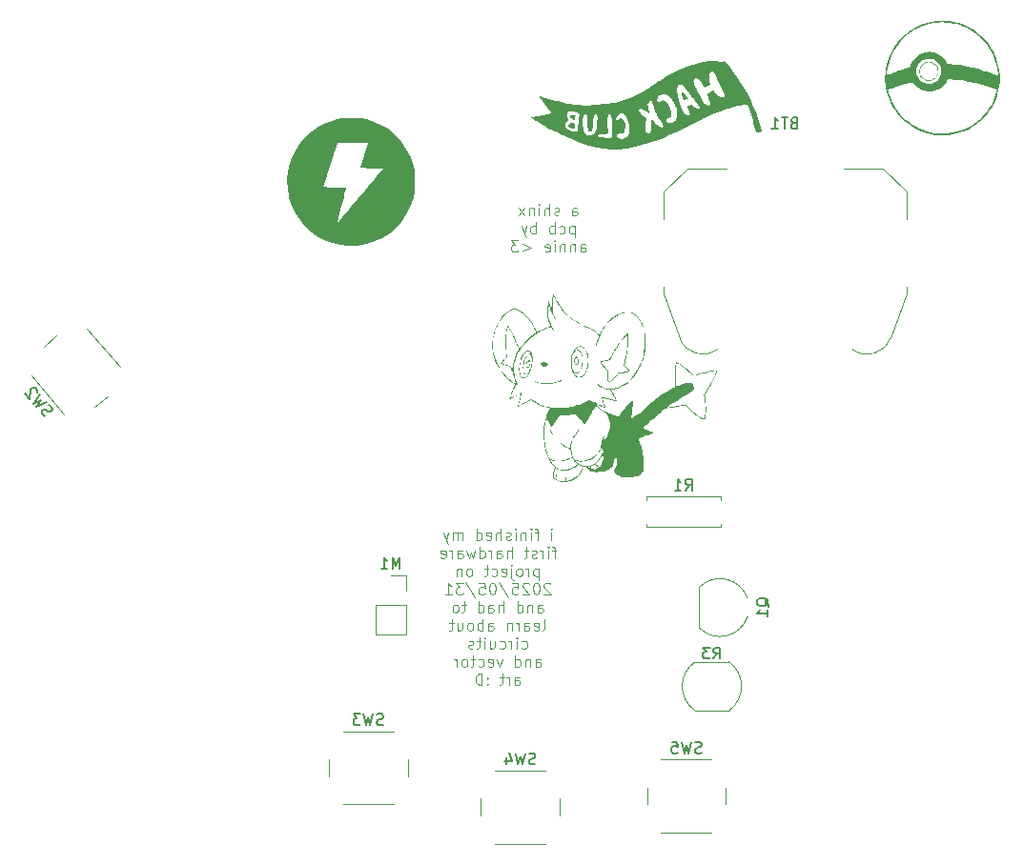
<source format=gbr>
%TF.GenerationSoftware,KiCad,Pcbnew,9.0.2*%
%TF.CreationDate,2025-05-31T16:49:14-04:00*%
%TF.ProjectId,shinx,7368696e-782e-46b6-9963-61645f706362,rev?*%
%TF.SameCoordinates,Original*%
%TF.FileFunction,Legend,Bot*%
%TF.FilePolarity,Positive*%
%FSLAX46Y46*%
G04 Gerber Fmt 4.6, Leading zero omitted, Abs format (unit mm)*
G04 Created by KiCad (PCBNEW 9.0.2) date 2025-05-31 16:49:14*
%MOMM*%
%LPD*%
G01*
G04 APERTURE LIST*
%ADD10C,0.100000*%
%ADD11C,0.150000*%
%ADD12C,0.000000*%
%ADD13C,0.120000*%
G04 APERTURE END LIST*
D10*
X156619047Y-77152531D02*
X156619047Y-76628721D01*
X156619047Y-76628721D02*
X156666666Y-76533483D01*
X156666666Y-76533483D02*
X156761904Y-76485864D01*
X156761904Y-76485864D02*
X156952380Y-76485864D01*
X156952380Y-76485864D02*
X157047618Y-76533483D01*
X156619047Y-77104912D02*
X156714285Y-77152531D01*
X156714285Y-77152531D02*
X156952380Y-77152531D01*
X156952380Y-77152531D02*
X157047618Y-77104912D01*
X157047618Y-77104912D02*
X157095237Y-77009673D01*
X157095237Y-77009673D02*
X157095237Y-76914435D01*
X157095237Y-76914435D02*
X157047618Y-76819197D01*
X157047618Y-76819197D02*
X156952380Y-76771578D01*
X156952380Y-76771578D02*
X156714285Y-76771578D01*
X156714285Y-76771578D02*
X156619047Y-76723959D01*
X155428570Y-77104912D02*
X155333332Y-77152531D01*
X155333332Y-77152531D02*
X155142856Y-77152531D01*
X155142856Y-77152531D02*
X155047618Y-77104912D01*
X155047618Y-77104912D02*
X154999999Y-77009673D01*
X154999999Y-77009673D02*
X154999999Y-76962054D01*
X154999999Y-76962054D02*
X155047618Y-76866816D01*
X155047618Y-76866816D02*
X155142856Y-76819197D01*
X155142856Y-76819197D02*
X155285713Y-76819197D01*
X155285713Y-76819197D02*
X155380951Y-76771578D01*
X155380951Y-76771578D02*
X155428570Y-76676340D01*
X155428570Y-76676340D02*
X155428570Y-76628721D01*
X155428570Y-76628721D02*
X155380951Y-76533483D01*
X155380951Y-76533483D02*
X155285713Y-76485864D01*
X155285713Y-76485864D02*
X155142856Y-76485864D01*
X155142856Y-76485864D02*
X155047618Y-76533483D01*
X154571427Y-77152531D02*
X154571427Y-76152531D01*
X154142856Y-77152531D02*
X154142856Y-76628721D01*
X154142856Y-76628721D02*
X154190475Y-76533483D01*
X154190475Y-76533483D02*
X154285713Y-76485864D01*
X154285713Y-76485864D02*
X154428570Y-76485864D01*
X154428570Y-76485864D02*
X154523808Y-76533483D01*
X154523808Y-76533483D02*
X154571427Y-76581102D01*
X153666665Y-77152531D02*
X153666665Y-76485864D01*
X153666665Y-76152531D02*
X153714284Y-76200150D01*
X153714284Y-76200150D02*
X153666665Y-76247769D01*
X153666665Y-76247769D02*
X153619046Y-76200150D01*
X153619046Y-76200150D02*
X153666665Y-76152531D01*
X153666665Y-76152531D02*
X153666665Y-76247769D01*
X153190475Y-76485864D02*
X153190475Y-77152531D01*
X153190475Y-76581102D02*
X153142856Y-76533483D01*
X153142856Y-76533483D02*
X153047618Y-76485864D01*
X153047618Y-76485864D02*
X152904761Y-76485864D01*
X152904761Y-76485864D02*
X152809523Y-76533483D01*
X152809523Y-76533483D02*
X152761904Y-76628721D01*
X152761904Y-76628721D02*
X152761904Y-77152531D01*
X152380951Y-77152531D02*
X151857142Y-76485864D01*
X152380951Y-76485864D02*
X151857142Y-77152531D01*
X156809523Y-78095808D02*
X156809523Y-79095808D01*
X156809523Y-78143427D02*
X156714285Y-78095808D01*
X156714285Y-78095808D02*
X156523809Y-78095808D01*
X156523809Y-78095808D02*
X156428571Y-78143427D01*
X156428571Y-78143427D02*
X156380952Y-78191046D01*
X156380952Y-78191046D02*
X156333333Y-78286284D01*
X156333333Y-78286284D02*
X156333333Y-78571998D01*
X156333333Y-78571998D02*
X156380952Y-78667236D01*
X156380952Y-78667236D02*
X156428571Y-78714856D01*
X156428571Y-78714856D02*
X156523809Y-78762475D01*
X156523809Y-78762475D02*
X156714285Y-78762475D01*
X156714285Y-78762475D02*
X156809523Y-78714856D01*
X155476190Y-78714856D02*
X155571428Y-78762475D01*
X155571428Y-78762475D02*
X155761904Y-78762475D01*
X155761904Y-78762475D02*
X155857142Y-78714856D01*
X155857142Y-78714856D02*
X155904761Y-78667236D01*
X155904761Y-78667236D02*
X155952380Y-78571998D01*
X155952380Y-78571998D02*
X155952380Y-78286284D01*
X155952380Y-78286284D02*
X155904761Y-78191046D01*
X155904761Y-78191046D02*
X155857142Y-78143427D01*
X155857142Y-78143427D02*
X155761904Y-78095808D01*
X155761904Y-78095808D02*
X155571428Y-78095808D01*
X155571428Y-78095808D02*
X155476190Y-78143427D01*
X155047618Y-78762475D02*
X155047618Y-77762475D01*
X155047618Y-78143427D02*
X154952380Y-78095808D01*
X154952380Y-78095808D02*
X154761904Y-78095808D01*
X154761904Y-78095808D02*
X154666666Y-78143427D01*
X154666666Y-78143427D02*
X154619047Y-78191046D01*
X154619047Y-78191046D02*
X154571428Y-78286284D01*
X154571428Y-78286284D02*
X154571428Y-78571998D01*
X154571428Y-78571998D02*
X154619047Y-78667236D01*
X154619047Y-78667236D02*
X154666666Y-78714856D01*
X154666666Y-78714856D02*
X154761904Y-78762475D01*
X154761904Y-78762475D02*
X154952380Y-78762475D01*
X154952380Y-78762475D02*
X155047618Y-78714856D01*
X153380951Y-78762475D02*
X153380951Y-77762475D01*
X153380951Y-78143427D02*
X153285713Y-78095808D01*
X153285713Y-78095808D02*
X153095237Y-78095808D01*
X153095237Y-78095808D02*
X152999999Y-78143427D01*
X152999999Y-78143427D02*
X152952380Y-78191046D01*
X152952380Y-78191046D02*
X152904761Y-78286284D01*
X152904761Y-78286284D02*
X152904761Y-78571998D01*
X152904761Y-78571998D02*
X152952380Y-78667236D01*
X152952380Y-78667236D02*
X152999999Y-78714856D01*
X152999999Y-78714856D02*
X153095237Y-78762475D01*
X153095237Y-78762475D02*
X153285713Y-78762475D01*
X153285713Y-78762475D02*
X153380951Y-78714856D01*
X152571427Y-78095808D02*
X152333332Y-78762475D01*
X152095237Y-78095808D02*
X152333332Y-78762475D01*
X152333332Y-78762475D02*
X152428570Y-79000570D01*
X152428570Y-79000570D02*
X152476189Y-79048189D01*
X152476189Y-79048189D02*
X152571427Y-79095808D01*
X157333333Y-80372419D02*
X157333333Y-79848609D01*
X157333333Y-79848609D02*
X157380952Y-79753371D01*
X157380952Y-79753371D02*
X157476190Y-79705752D01*
X157476190Y-79705752D02*
X157666666Y-79705752D01*
X157666666Y-79705752D02*
X157761904Y-79753371D01*
X157333333Y-80324800D02*
X157428571Y-80372419D01*
X157428571Y-80372419D02*
X157666666Y-80372419D01*
X157666666Y-80372419D02*
X157761904Y-80324800D01*
X157761904Y-80324800D02*
X157809523Y-80229561D01*
X157809523Y-80229561D02*
X157809523Y-80134323D01*
X157809523Y-80134323D02*
X157761904Y-80039085D01*
X157761904Y-80039085D02*
X157666666Y-79991466D01*
X157666666Y-79991466D02*
X157428571Y-79991466D01*
X157428571Y-79991466D02*
X157333333Y-79943847D01*
X156857142Y-79705752D02*
X156857142Y-80372419D01*
X156857142Y-79800990D02*
X156809523Y-79753371D01*
X156809523Y-79753371D02*
X156714285Y-79705752D01*
X156714285Y-79705752D02*
X156571428Y-79705752D01*
X156571428Y-79705752D02*
X156476190Y-79753371D01*
X156476190Y-79753371D02*
X156428571Y-79848609D01*
X156428571Y-79848609D02*
X156428571Y-80372419D01*
X155952380Y-79705752D02*
X155952380Y-80372419D01*
X155952380Y-79800990D02*
X155904761Y-79753371D01*
X155904761Y-79753371D02*
X155809523Y-79705752D01*
X155809523Y-79705752D02*
X155666666Y-79705752D01*
X155666666Y-79705752D02*
X155571428Y-79753371D01*
X155571428Y-79753371D02*
X155523809Y-79848609D01*
X155523809Y-79848609D02*
X155523809Y-80372419D01*
X155047618Y-80372419D02*
X155047618Y-79705752D01*
X155047618Y-79372419D02*
X155095237Y-79420038D01*
X155095237Y-79420038D02*
X155047618Y-79467657D01*
X155047618Y-79467657D02*
X154999999Y-79420038D01*
X154999999Y-79420038D02*
X155047618Y-79372419D01*
X155047618Y-79372419D02*
X155047618Y-79467657D01*
X154190476Y-80324800D02*
X154285714Y-80372419D01*
X154285714Y-80372419D02*
X154476190Y-80372419D01*
X154476190Y-80372419D02*
X154571428Y-80324800D01*
X154571428Y-80324800D02*
X154619047Y-80229561D01*
X154619047Y-80229561D02*
X154619047Y-79848609D01*
X154619047Y-79848609D02*
X154571428Y-79753371D01*
X154571428Y-79753371D02*
X154476190Y-79705752D01*
X154476190Y-79705752D02*
X154285714Y-79705752D01*
X154285714Y-79705752D02*
X154190476Y-79753371D01*
X154190476Y-79753371D02*
X154142857Y-79848609D01*
X154142857Y-79848609D02*
X154142857Y-79943847D01*
X154142857Y-79943847D02*
X154619047Y-80039085D01*
X152190476Y-79705752D02*
X152952380Y-79991466D01*
X152952380Y-79991466D02*
X152190476Y-80277180D01*
X151809523Y-79372419D02*
X151190476Y-79372419D01*
X151190476Y-79372419D02*
X151523809Y-79753371D01*
X151523809Y-79753371D02*
X151380952Y-79753371D01*
X151380952Y-79753371D02*
X151285714Y-79800990D01*
X151285714Y-79800990D02*
X151238095Y-79848609D01*
X151238095Y-79848609D02*
X151190476Y-79943847D01*
X151190476Y-79943847D02*
X151190476Y-80181942D01*
X151190476Y-80181942D02*
X151238095Y-80277180D01*
X151238095Y-80277180D02*
X151285714Y-80324800D01*
X151285714Y-80324800D02*
X151380952Y-80372419D01*
X151380952Y-80372419D02*
X151666666Y-80372419D01*
X151666666Y-80372419D02*
X151761904Y-80324800D01*
X151761904Y-80324800D02*
X151809523Y-80277180D01*
X154761904Y-105992867D02*
X154761904Y-105326200D01*
X154761904Y-104992867D02*
X154809523Y-105040486D01*
X154809523Y-105040486D02*
X154761904Y-105088105D01*
X154761904Y-105088105D02*
X154714285Y-105040486D01*
X154714285Y-105040486D02*
X154761904Y-104992867D01*
X154761904Y-104992867D02*
X154761904Y-105088105D01*
X153666666Y-105326200D02*
X153285714Y-105326200D01*
X153523809Y-105992867D02*
X153523809Y-105135724D01*
X153523809Y-105135724D02*
X153476190Y-105040486D01*
X153476190Y-105040486D02*
X153380952Y-104992867D01*
X153380952Y-104992867D02*
X153285714Y-104992867D01*
X152952380Y-105992867D02*
X152952380Y-105326200D01*
X152952380Y-104992867D02*
X152999999Y-105040486D01*
X152999999Y-105040486D02*
X152952380Y-105088105D01*
X152952380Y-105088105D02*
X152904761Y-105040486D01*
X152904761Y-105040486D02*
X152952380Y-104992867D01*
X152952380Y-104992867D02*
X152952380Y-105088105D01*
X152476190Y-105326200D02*
X152476190Y-105992867D01*
X152476190Y-105421438D02*
X152428571Y-105373819D01*
X152428571Y-105373819D02*
X152333333Y-105326200D01*
X152333333Y-105326200D02*
X152190476Y-105326200D01*
X152190476Y-105326200D02*
X152095238Y-105373819D01*
X152095238Y-105373819D02*
X152047619Y-105469057D01*
X152047619Y-105469057D02*
X152047619Y-105992867D01*
X151571428Y-105992867D02*
X151571428Y-105326200D01*
X151571428Y-104992867D02*
X151619047Y-105040486D01*
X151619047Y-105040486D02*
X151571428Y-105088105D01*
X151571428Y-105088105D02*
X151523809Y-105040486D01*
X151523809Y-105040486D02*
X151571428Y-104992867D01*
X151571428Y-104992867D02*
X151571428Y-105088105D01*
X151142857Y-105945248D02*
X151047619Y-105992867D01*
X151047619Y-105992867D02*
X150857143Y-105992867D01*
X150857143Y-105992867D02*
X150761905Y-105945248D01*
X150761905Y-105945248D02*
X150714286Y-105850009D01*
X150714286Y-105850009D02*
X150714286Y-105802390D01*
X150714286Y-105802390D02*
X150761905Y-105707152D01*
X150761905Y-105707152D02*
X150857143Y-105659533D01*
X150857143Y-105659533D02*
X151000000Y-105659533D01*
X151000000Y-105659533D02*
X151095238Y-105611914D01*
X151095238Y-105611914D02*
X151142857Y-105516676D01*
X151142857Y-105516676D02*
X151142857Y-105469057D01*
X151142857Y-105469057D02*
X151095238Y-105373819D01*
X151095238Y-105373819D02*
X151000000Y-105326200D01*
X151000000Y-105326200D02*
X150857143Y-105326200D01*
X150857143Y-105326200D02*
X150761905Y-105373819D01*
X150285714Y-105992867D02*
X150285714Y-104992867D01*
X149857143Y-105992867D02*
X149857143Y-105469057D01*
X149857143Y-105469057D02*
X149904762Y-105373819D01*
X149904762Y-105373819D02*
X150000000Y-105326200D01*
X150000000Y-105326200D02*
X150142857Y-105326200D01*
X150142857Y-105326200D02*
X150238095Y-105373819D01*
X150238095Y-105373819D02*
X150285714Y-105421438D01*
X149000000Y-105945248D02*
X149095238Y-105992867D01*
X149095238Y-105992867D02*
X149285714Y-105992867D01*
X149285714Y-105992867D02*
X149380952Y-105945248D01*
X149380952Y-105945248D02*
X149428571Y-105850009D01*
X149428571Y-105850009D02*
X149428571Y-105469057D01*
X149428571Y-105469057D02*
X149380952Y-105373819D01*
X149380952Y-105373819D02*
X149285714Y-105326200D01*
X149285714Y-105326200D02*
X149095238Y-105326200D01*
X149095238Y-105326200D02*
X149000000Y-105373819D01*
X149000000Y-105373819D02*
X148952381Y-105469057D01*
X148952381Y-105469057D02*
X148952381Y-105564295D01*
X148952381Y-105564295D02*
X149428571Y-105659533D01*
X148095238Y-105992867D02*
X148095238Y-104992867D01*
X148095238Y-105945248D02*
X148190476Y-105992867D01*
X148190476Y-105992867D02*
X148380952Y-105992867D01*
X148380952Y-105992867D02*
X148476190Y-105945248D01*
X148476190Y-105945248D02*
X148523809Y-105897628D01*
X148523809Y-105897628D02*
X148571428Y-105802390D01*
X148571428Y-105802390D02*
X148571428Y-105516676D01*
X148571428Y-105516676D02*
X148523809Y-105421438D01*
X148523809Y-105421438D02*
X148476190Y-105373819D01*
X148476190Y-105373819D02*
X148380952Y-105326200D01*
X148380952Y-105326200D02*
X148190476Y-105326200D01*
X148190476Y-105326200D02*
X148095238Y-105373819D01*
X146857142Y-105992867D02*
X146857142Y-105326200D01*
X146857142Y-105421438D02*
X146809523Y-105373819D01*
X146809523Y-105373819D02*
X146714285Y-105326200D01*
X146714285Y-105326200D02*
X146571428Y-105326200D01*
X146571428Y-105326200D02*
X146476190Y-105373819D01*
X146476190Y-105373819D02*
X146428571Y-105469057D01*
X146428571Y-105469057D02*
X146428571Y-105992867D01*
X146428571Y-105469057D02*
X146380952Y-105373819D01*
X146380952Y-105373819D02*
X146285714Y-105326200D01*
X146285714Y-105326200D02*
X146142857Y-105326200D01*
X146142857Y-105326200D02*
X146047618Y-105373819D01*
X146047618Y-105373819D02*
X145999999Y-105469057D01*
X145999999Y-105469057D02*
X145999999Y-105992867D01*
X145619047Y-105326200D02*
X145380952Y-105992867D01*
X145142857Y-105326200D02*
X145380952Y-105992867D01*
X145380952Y-105992867D02*
X145476190Y-106230962D01*
X145476190Y-106230962D02*
X145523809Y-106278581D01*
X145523809Y-106278581D02*
X145619047Y-106326200D01*
X155190476Y-106936144D02*
X154809524Y-106936144D01*
X155047619Y-107602811D02*
X155047619Y-106745668D01*
X155047619Y-106745668D02*
X155000000Y-106650430D01*
X155000000Y-106650430D02*
X154904762Y-106602811D01*
X154904762Y-106602811D02*
X154809524Y-106602811D01*
X154476190Y-107602811D02*
X154476190Y-106936144D01*
X154476190Y-106602811D02*
X154523809Y-106650430D01*
X154523809Y-106650430D02*
X154476190Y-106698049D01*
X154476190Y-106698049D02*
X154428571Y-106650430D01*
X154428571Y-106650430D02*
X154476190Y-106602811D01*
X154476190Y-106602811D02*
X154476190Y-106698049D01*
X154000000Y-107602811D02*
X154000000Y-106936144D01*
X154000000Y-107126620D02*
X153952381Y-107031382D01*
X153952381Y-107031382D02*
X153904762Y-106983763D01*
X153904762Y-106983763D02*
X153809524Y-106936144D01*
X153809524Y-106936144D02*
X153714286Y-106936144D01*
X153428571Y-107555192D02*
X153333333Y-107602811D01*
X153333333Y-107602811D02*
X153142857Y-107602811D01*
X153142857Y-107602811D02*
X153047619Y-107555192D01*
X153047619Y-107555192D02*
X153000000Y-107459953D01*
X153000000Y-107459953D02*
X153000000Y-107412334D01*
X153000000Y-107412334D02*
X153047619Y-107317096D01*
X153047619Y-107317096D02*
X153142857Y-107269477D01*
X153142857Y-107269477D02*
X153285714Y-107269477D01*
X153285714Y-107269477D02*
X153380952Y-107221858D01*
X153380952Y-107221858D02*
X153428571Y-107126620D01*
X153428571Y-107126620D02*
X153428571Y-107079001D01*
X153428571Y-107079001D02*
X153380952Y-106983763D01*
X153380952Y-106983763D02*
X153285714Y-106936144D01*
X153285714Y-106936144D02*
X153142857Y-106936144D01*
X153142857Y-106936144D02*
X153047619Y-106983763D01*
X152714285Y-106936144D02*
X152333333Y-106936144D01*
X152571428Y-106602811D02*
X152571428Y-107459953D01*
X152571428Y-107459953D02*
X152523809Y-107555192D01*
X152523809Y-107555192D02*
X152428571Y-107602811D01*
X152428571Y-107602811D02*
X152333333Y-107602811D01*
X151238094Y-107602811D02*
X151238094Y-106602811D01*
X150809523Y-107602811D02*
X150809523Y-107079001D01*
X150809523Y-107079001D02*
X150857142Y-106983763D01*
X150857142Y-106983763D02*
X150952380Y-106936144D01*
X150952380Y-106936144D02*
X151095237Y-106936144D01*
X151095237Y-106936144D02*
X151190475Y-106983763D01*
X151190475Y-106983763D02*
X151238094Y-107031382D01*
X149904761Y-107602811D02*
X149904761Y-107079001D01*
X149904761Y-107079001D02*
X149952380Y-106983763D01*
X149952380Y-106983763D02*
X150047618Y-106936144D01*
X150047618Y-106936144D02*
X150238094Y-106936144D01*
X150238094Y-106936144D02*
X150333332Y-106983763D01*
X149904761Y-107555192D02*
X149999999Y-107602811D01*
X149999999Y-107602811D02*
X150238094Y-107602811D01*
X150238094Y-107602811D02*
X150333332Y-107555192D01*
X150333332Y-107555192D02*
X150380951Y-107459953D01*
X150380951Y-107459953D02*
X150380951Y-107364715D01*
X150380951Y-107364715D02*
X150333332Y-107269477D01*
X150333332Y-107269477D02*
X150238094Y-107221858D01*
X150238094Y-107221858D02*
X149999999Y-107221858D01*
X149999999Y-107221858D02*
X149904761Y-107174239D01*
X149428570Y-107602811D02*
X149428570Y-106936144D01*
X149428570Y-107126620D02*
X149380951Y-107031382D01*
X149380951Y-107031382D02*
X149333332Y-106983763D01*
X149333332Y-106983763D02*
X149238094Y-106936144D01*
X149238094Y-106936144D02*
X149142856Y-106936144D01*
X148380951Y-107602811D02*
X148380951Y-106602811D01*
X148380951Y-107555192D02*
X148476189Y-107602811D01*
X148476189Y-107602811D02*
X148666665Y-107602811D01*
X148666665Y-107602811D02*
X148761903Y-107555192D01*
X148761903Y-107555192D02*
X148809522Y-107507572D01*
X148809522Y-107507572D02*
X148857141Y-107412334D01*
X148857141Y-107412334D02*
X148857141Y-107126620D01*
X148857141Y-107126620D02*
X148809522Y-107031382D01*
X148809522Y-107031382D02*
X148761903Y-106983763D01*
X148761903Y-106983763D02*
X148666665Y-106936144D01*
X148666665Y-106936144D02*
X148476189Y-106936144D01*
X148476189Y-106936144D02*
X148380951Y-106983763D01*
X147999998Y-106936144D02*
X147809522Y-107602811D01*
X147809522Y-107602811D02*
X147619046Y-107126620D01*
X147619046Y-107126620D02*
X147428570Y-107602811D01*
X147428570Y-107602811D02*
X147238094Y-106936144D01*
X146428570Y-107602811D02*
X146428570Y-107079001D01*
X146428570Y-107079001D02*
X146476189Y-106983763D01*
X146476189Y-106983763D02*
X146571427Y-106936144D01*
X146571427Y-106936144D02*
X146761903Y-106936144D01*
X146761903Y-106936144D02*
X146857141Y-106983763D01*
X146428570Y-107555192D02*
X146523808Y-107602811D01*
X146523808Y-107602811D02*
X146761903Y-107602811D01*
X146761903Y-107602811D02*
X146857141Y-107555192D01*
X146857141Y-107555192D02*
X146904760Y-107459953D01*
X146904760Y-107459953D02*
X146904760Y-107364715D01*
X146904760Y-107364715D02*
X146857141Y-107269477D01*
X146857141Y-107269477D02*
X146761903Y-107221858D01*
X146761903Y-107221858D02*
X146523808Y-107221858D01*
X146523808Y-107221858D02*
X146428570Y-107174239D01*
X145952379Y-107602811D02*
X145952379Y-106936144D01*
X145952379Y-107126620D02*
X145904760Y-107031382D01*
X145904760Y-107031382D02*
X145857141Y-106983763D01*
X145857141Y-106983763D02*
X145761903Y-106936144D01*
X145761903Y-106936144D02*
X145666665Y-106936144D01*
X144952379Y-107555192D02*
X145047617Y-107602811D01*
X145047617Y-107602811D02*
X145238093Y-107602811D01*
X145238093Y-107602811D02*
X145333331Y-107555192D01*
X145333331Y-107555192D02*
X145380950Y-107459953D01*
X145380950Y-107459953D02*
X145380950Y-107079001D01*
X145380950Y-107079001D02*
X145333331Y-106983763D01*
X145333331Y-106983763D02*
X145238093Y-106936144D01*
X145238093Y-106936144D02*
X145047617Y-106936144D01*
X145047617Y-106936144D02*
X144952379Y-106983763D01*
X144952379Y-106983763D02*
X144904760Y-107079001D01*
X144904760Y-107079001D02*
X144904760Y-107174239D01*
X144904760Y-107174239D02*
X145380950Y-107269477D01*
X153642857Y-108546088D02*
X153642857Y-109546088D01*
X153642857Y-108593707D02*
X153547619Y-108546088D01*
X153547619Y-108546088D02*
X153357143Y-108546088D01*
X153357143Y-108546088D02*
X153261905Y-108593707D01*
X153261905Y-108593707D02*
X153214286Y-108641326D01*
X153214286Y-108641326D02*
X153166667Y-108736564D01*
X153166667Y-108736564D02*
X153166667Y-109022278D01*
X153166667Y-109022278D02*
X153214286Y-109117516D01*
X153214286Y-109117516D02*
X153261905Y-109165136D01*
X153261905Y-109165136D02*
X153357143Y-109212755D01*
X153357143Y-109212755D02*
X153547619Y-109212755D01*
X153547619Y-109212755D02*
X153642857Y-109165136D01*
X152738095Y-109212755D02*
X152738095Y-108546088D01*
X152738095Y-108736564D02*
X152690476Y-108641326D01*
X152690476Y-108641326D02*
X152642857Y-108593707D01*
X152642857Y-108593707D02*
X152547619Y-108546088D01*
X152547619Y-108546088D02*
X152452381Y-108546088D01*
X151976190Y-109212755D02*
X152071428Y-109165136D01*
X152071428Y-109165136D02*
X152119047Y-109117516D01*
X152119047Y-109117516D02*
X152166666Y-109022278D01*
X152166666Y-109022278D02*
X152166666Y-108736564D01*
X152166666Y-108736564D02*
X152119047Y-108641326D01*
X152119047Y-108641326D02*
X152071428Y-108593707D01*
X152071428Y-108593707D02*
X151976190Y-108546088D01*
X151976190Y-108546088D02*
X151833333Y-108546088D01*
X151833333Y-108546088D02*
X151738095Y-108593707D01*
X151738095Y-108593707D02*
X151690476Y-108641326D01*
X151690476Y-108641326D02*
X151642857Y-108736564D01*
X151642857Y-108736564D02*
X151642857Y-109022278D01*
X151642857Y-109022278D02*
X151690476Y-109117516D01*
X151690476Y-109117516D02*
X151738095Y-109165136D01*
X151738095Y-109165136D02*
X151833333Y-109212755D01*
X151833333Y-109212755D02*
X151976190Y-109212755D01*
X151214285Y-108546088D02*
X151214285Y-109403231D01*
X151214285Y-109403231D02*
X151261904Y-109498469D01*
X151261904Y-109498469D02*
X151357142Y-109546088D01*
X151357142Y-109546088D02*
X151404761Y-109546088D01*
X151214285Y-108212755D02*
X151261904Y-108260374D01*
X151261904Y-108260374D02*
X151214285Y-108307993D01*
X151214285Y-108307993D02*
X151166666Y-108260374D01*
X151166666Y-108260374D02*
X151214285Y-108212755D01*
X151214285Y-108212755D02*
X151214285Y-108307993D01*
X150357143Y-109165136D02*
X150452381Y-109212755D01*
X150452381Y-109212755D02*
X150642857Y-109212755D01*
X150642857Y-109212755D02*
X150738095Y-109165136D01*
X150738095Y-109165136D02*
X150785714Y-109069897D01*
X150785714Y-109069897D02*
X150785714Y-108688945D01*
X150785714Y-108688945D02*
X150738095Y-108593707D01*
X150738095Y-108593707D02*
X150642857Y-108546088D01*
X150642857Y-108546088D02*
X150452381Y-108546088D01*
X150452381Y-108546088D02*
X150357143Y-108593707D01*
X150357143Y-108593707D02*
X150309524Y-108688945D01*
X150309524Y-108688945D02*
X150309524Y-108784183D01*
X150309524Y-108784183D02*
X150785714Y-108879421D01*
X149452381Y-109165136D02*
X149547619Y-109212755D01*
X149547619Y-109212755D02*
X149738095Y-109212755D01*
X149738095Y-109212755D02*
X149833333Y-109165136D01*
X149833333Y-109165136D02*
X149880952Y-109117516D01*
X149880952Y-109117516D02*
X149928571Y-109022278D01*
X149928571Y-109022278D02*
X149928571Y-108736564D01*
X149928571Y-108736564D02*
X149880952Y-108641326D01*
X149880952Y-108641326D02*
X149833333Y-108593707D01*
X149833333Y-108593707D02*
X149738095Y-108546088D01*
X149738095Y-108546088D02*
X149547619Y-108546088D01*
X149547619Y-108546088D02*
X149452381Y-108593707D01*
X149166666Y-108546088D02*
X148785714Y-108546088D01*
X149023809Y-108212755D02*
X149023809Y-109069897D01*
X149023809Y-109069897D02*
X148976190Y-109165136D01*
X148976190Y-109165136D02*
X148880952Y-109212755D01*
X148880952Y-109212755D02*
X148785714Y-109212755D01*
X147547618Y-109212755D02*
X147642856Y-109165136D01*
X147642856Y-109165136D02*
X147690475Y-109117516D01*
X147690475Y-109117516D02*
X147738094Y-109022278D01*
X147738094Y-109022278D02*
X147738094Y-108736564D01*
X147738094Y-108736564D02*
X147690475Y-108641326D01*
X147690475Y-108641326D02*
X147642856Y-108593707D01*
X147642856Y-108593707D02*
X147547618Y-108546088D01*
X147547618Y-108546088D02*
X147404761Y-108546088D01*
X147404761Y-108546088D02*
X147309523Y-108593707D01*
X147309523Y-108593707D02*
X147261904Y-108641326D01*
X147261904Y-108641326D02*
X147214285Y-108736564D01*
X147214285Y-108736564D02*
X147214285Y-109022278D01*
X147214285Y-109022278D02*
X147261904Y-109117516D01*
X147261904Y-109117516D02*
X147309523Y-109165136D01*
X147309523Y-109165136D02*
X147404761Y-109212755D01*
X147404761Y-109212755D02*
X147547618Y-109212755D01*
X146785713Y-108546088D02*
X146785713Y-109212755D01*
X146785713Y-108641326D02*
X146738094Y-108593707D01*
X146738094Y-108593707D02*
X146642856Y-108546088D01*
X146642856Y-108546088D02*
X146499999Y-108546088D01*
X146499999Y-108546088D02*
X146404761Y-108593707D01*
X146404761Y-108593707D02*
X146357142Y-108688945D01*
X146357142Y-108688945D02*
X146357142Y-109212755D01*
X154666666Y-109917937D02*
X154619047Y-109870318D01*
X154619047Y-109870318D02*
X154523809Y-109822699D01*
X154523809Y-109822699D02*
X154285714Y-109822699D01*
X154285714Y-109822699D02*
X154190476Y-109870318D01*
X154190476Y-109870318D02*
X154142857Y-109917937D01*
X154142857Y-109917937D02*
X154095238Y-110013175D01*
X154095238Y-110013175D02*
X154095238Y-110108413D01*
X154095238Y-110108413D02*
X154142857Y-110251270D01*
X154142857Y-110251270D02*
X154714285Y-110822699D01*
X154714285Y-110822699D02*
X154095238Y-110822699D01*
X153476190Y-109822699D02*
X153380952Y-109822699D01*
X153380952Y-109822699D02*
X153285714Y-109870318D01*
X153285714Y-109870318D02*
X153238095Y-109917937D01*
X153238095Y-109917937D02*
X153190476Y-110013175D01*
X153190476Y-110013175D02*
X153142857Y-110203651D01*
X153142857Y-110203651D02*
X153142857Y-110441746D01*
X153142857Y-110441746D02*
X153190476Y-110632222D01*
X153190476Y-110632222D02*
X153238095Y-110727460D01*
X153238095Y-110727460D02*
X153285714Y-110775080D01*
X153285714Y-110775080D02*
X153380952Y-110822699D01*
X153380952Y-110822699D02*
X153476190Y-110822699D01*
X153476190Y-110822699D02*
X153571428Y-110775080D01*
X153571428Y-110775080D02*
X153619047Y-110727460D01*
X153619047Y-110727460D02*
X153666666Y-110632222D01*
X153666666Y-110632222D02*
X153714285Y-110441746D01*
X153714285Y-110441746D02*
X153714285Y-110203651D01*
X153714285Y-110203651D02*
X153666666Y-110013175D01*
X153666666Y-110013175D02*
X153619047Y-109917937D01*
X153619047Y-109917937D02*
X153571428Y-109870318D01*
X153571428Y-109870318D02*
X153476190Y-109822699D01*
X152761904Y-109917937D02*
X152714285Y-109870318D01*
X152714285Y-109870318D02*
X152619047Y-109822699D01*
X152619047Y-109822699D02*
X152380952Y-109822699D01*
X152380952Y-109822699D02*
X152285714Y-109870318D01*
X152285714Y-109870318D02*
X152238095Y-109917937D01*
X152238095Y-109917937D02*
X152190476Y-110013175D01*
X152190476Y-110013175D02*
X152190476Y-110108413D01*
X152190476Y-110108413D02*
X152238095Y-110251270D01*
X152238095Y-110251270D02*
X152809523Y-110822699D01*
X152809523Y-110822699D02*
X152190476Y-110822699D01*
X151285714Y-109822699D02*
X151761904Y-109822699D01*
X151761904Y-109822699D02*
X151809523Y-110298889D01*
X151809523Y-110298889D02*
X151761904Y-110251270D01*
X151761904Y-110251270D02*
X151666666Y-110203651D01*
X151666666Y-110203651D02*
X151428571Y-110203651D01*
X151428571Y-110203651D02*
X151333333Y-110251270D01*
X151333333Y-110251270D02*
X151285714Y-110298889D01*
X151285714Y-110298889D02*
X151238095Y-110394127D01*
X151238095Y-110394127D02*
X151238095Y-110632222D01*
X151238095Y-110632222D02*
X151285714Y-110727460D01*
X151285714Y-110727460D02*
X151333333Y-110775080D01*
X151333333Y-110775080D02*
X151428571Y-110822699D01*
X151428571Y-110822699D02*
X151666666Y-110822699D01*
X151666666Y-110822699D02*
X151761904Y-110775080D01*
X151761904Y-110775080D02*
X151809523Y-110727460D01*
X150095238Y-109775080D02*
X150952380Y-111060794D01*
X149571428Y-109822699D02*
X149476190Y-109822699D01*
X149476190Y-109822699D02*
X149380952Y-109870318D01*
X149380952Y-109870318D02*
X149333333Y-109917937D01*
X149333333Y-109917937D02*
X149285714Y-110013175D01*
X149285714Y-110013175D02*
X149238095Y-110203651D01*
X149238095Y-110203651D02*
X149238095Y-110441746D01*
X149238095Y-110441746D02*
X149285714Y-110632222D01*
X149285714Y-110632222D02*
X149333333Y-110727460D01*
X149333333Y-110727460D02*
X149380952Y-110775080D01*
X149380952Y-110775080D02*
X149476190Y-110822699D01*
X149476190Y-110822699D02*
X149571428Y-110822699D01*
X149571428Y-110822699D02*
X149666666Y-110775080D01*
X149666666Y-110775080D02*
X149714285Y-110727460D01*
X149714285Y-110727460D02*
X149761904Y-110632222D01*
X149761904Y-110632222D02*
X149809523Y-110441746D01*
X149809523Y-110441746D02*
X149809523Y-110203651D01*
X149809523Y-110203651D02*
X149761904Y-110013175D01*
X149761904Y-110013175D02*
X149714285Y-109917937D01*
X149714285Y-109917937D02*
X149666666Y-109870318D01*
X149666666Y-109870318D02*
X149571428Y-109822699D01*
X148333333Y-109822699D02*
X148809523Y-109822699D01*
X148809523Y-109822699D02*
X148857142Y-110298889D01*
X148857142Y-110298889D02*
X148809523Y-110251270D01*
X148809523Y-110251270D02*
X148714285Y-110203651D01*
X148714285Y-110203651D02*
X148476190Y-110203651D01*
X148476190Y-110203651D02*
X148380952Y-110251270D01*
X148380952Y-110251270D02*
X148333333Y-110298889D01*
X148333333Y-110298889D02*
X148285714Y-110394127D01*
X148285714Y-110394127D02*
X148285714Y-110632222D01*
X148285714Y-110632222D02*
X148333333Y-110727460D01*
X148333333Y-110727460D02*
X148380952Y-110775080D01*
X148380952Y-110775080D02*
X148476190Y-110822699D01*
X148476190Y-110822699D02*
X148714285Y-110822699D01*
X148714285Y-110822699D02*
X148809523Y-110775080D01*
X148809523Y-110775080D02*
X148857142Y-110727460D01*
X147142857Y-109775080D02*
X147999999Y-111060794D01*
X146904761Y-109822699D02*
X146285714Y-109822699D01*
X146285714Y-109822699D02*
X146619047Y-110203651D01*
X146619047Y-110203651D02*
X146476190Y-110203651D01*
X146476190Y-110203651D02*
X146380952Y-110251270D01*
X146380952Y-110251270D02*
X146333333Y-110298889D01*
X146333333Y-110298889D02*
X146285714Y-110394127D01*
X146285714Y-110394127D02*
X146285714Y-110632222D01*
X146285714Y-110632222D02*
X146333333Y-110727460D01*
X146333333Y-110727460D02*
X146380952Y-110775080D01*
X146380952Y-110775080D02*
X146476190Y-110822699D01*
X146476190Y-110822699D02*
X146761904Y-110822699D01*
X146761904Y-110822699D02*
X146857142Y-110775080D01*
X146857142Y-110775080D02*
X146904761Y-110727460D01*
X145333333Y-110822699D02*
X145904761Y-110822699D01*
X145619047Y-110822699D02*
X145619047Y-109822699D01*
X145619047Y-109822699D02*
X145714285Y-109965556D01*
X145714285Y-109965556D02*
X145809523Y-110060794D01*
X145809523Y-110060794D02*
X145904761Y-110108413D01*
X153547619Y-112432643D02*
X153547619Y-111908833D01*
X153547619Y-111908833D02*
X153595238Y-111813595D01*
X153595238Y-111813595D02*
X153690476Y-111765976D01*
X153690476Y-111765976D02*
X153880952Y-111765976D01*
X153880952Y-111765976D02*
X153976190Y-111813595D01*
X153547619Y-112385024D02*
X153642857Y-112432643D01*
X153642857Y-112432643D02*
X153880952Y-112432643D01*
X153880952Y-112432643D02*
X153976190Y-112385024D01*
X153976190Y-112385024D02*
X154023809Y-112289785D01*
X154023809Y-112289785D02*
X154023809Y-112194547D01*
X154023809Y-112194547D02*
X153976190Y-112099309D01*
X153976190Y-112099309D02*
X153880952Y-112051690D01*
X153880952Y-112051690D02*
X153642857Y-112051690D01*
X153642857Y-112051690D02*
X153547619Y-112004071D01*
X153071428Y-111765976D02*
X153071428Y-112432643D01*
X153071428Y-111861214D02*
X153023809Y-111813595D01*
X153023809Y-111813595D02*
X152928571Y-111765976D01*
X152928571Y-111765976D02*
X152785714Y-111765976D01*
X152785714Y-111765976D02*
X152690476Y-111813595D01*
X152690476Y-111813595D02*
X152642857Y-111908833D01*
X152642857Y-111908833D02*
X152642857Y-112432643D01*
X151738095Y-112432643D02*
X151738095Y-111432643D01*
X151738095Y-112385024D02*
X151833333Y-112432643D01*
X151833333Y-112432643D02*
X152023809Y-112432643D01*
X152023809Y-112432643D02*
X152119047Y-112385024D01*
X152119047Y-112385024D02*
X152166666Y-112337404D01*
X152166666Y-112337404D02*
X152214285Y-112242166D01*
X152214285Y-112242166D02*
X152214285Y-111956452D01*
X152214285Y-111956452D02*
X152166666Y-111861214D01*
X152166666Y-111861214D02*
X152119047Y-111813595D01*
X152119047Y-111813595D02*
X152023809Y-111765976D01*
X152023809Y-111765976D02*
X151833333Y-111765976D01*
X151833333Y-111765976D02*
X151738095Y-111813595D01*
X150499999Y-112432643D02*
X150499999Y-111432643D01*
X150071428Y-112432643D02*
X150071428Y-111908833D01*
X150071428Y-111908833D02*
X150119047Y-111813595D01*
X150119047Y-111813595D02*
X150214285Y-111765976D01*
X150214285Y-111765976D02*
X150357142Y-111765976D01*
X150357142Y-111765976D02*
X150452380Y-111813595D01*
X150452380Y-111813595D02*
X150499999Y-111861214D01*
X149166666Y-112432643D02*
X149166666Y-111908833D01*
X149166666Y-111908833D02*
X149214285Y-111813595D01*
X149214285Y-111813595D02*
X149309523Y-111765976D01*
X149309523Y-111765976D02*
X149499999Y-111765976D01*
X149499999Y-111765976D02*
X149595237Y-111813595D01*
X149166666Y-112385024D02*
X149261904Y-112432643D01*
X149261904Y-112432643D02*
X149499999Y-112432643D01*
X149499999Y-112432643D02*
X149595237Y-112385024D01*
X149595237Y-112385024D02*
X149642856Y-112289785D01*
X149642856Y-112289785D02*
X149642856Y-112194547D01*
X149642856Y-112194547D02*
X149595237Y-112099309D01*
X149595237Y-112099309D02*
X149499999Y-112051690D01*
X149499999Y-112051690D02*
X149261904Y-112051690D01*
X149261904Y-112051690D02*
X149166666Y-112004071D01*
X148261904Y-112432643D02*
X148261904Y-111432643D01*
X148261904Y-112385024D02*
X148357142Y-112432643D01*
X148357142Y-112432643D02*
X148547618Y-112432643D01*
X148547618Y-112432643D02*
X148642856Y-112385024D01*
X148642856Y-112385024D02*
X148690475Y-112337404D01*
X148690475Y-112337404D02*
X148738094Y-112242166D01*
X148738094Y-112242166D02*
X148738094Y-111956452D01*
X148738094Y-111956452D02*
X148690475Y-111861214D01*
X148690475Y-111861214D02*
X148642856Y-111813595D01*
X148642856Y-111813595D02*
X148547618Y-111765976D01*
X148547618Y-111765976D02*
X148357142Y-111765976D01*
X148357142Y-111765976D02*
X148261904Y-111813595D01*
X147166665Y-111765976D02*
X146785713Y-111765976D01*
X147023808Y-111432643D02*
X147023808Y-112289785D01*
X147023808Y-112289785D02*
X146976189Y-112385024D01*
X146976189Y-112385024D02*
X146880951Y-112432643D01*
X146880951Y-112432643D02*
X146785713Y-112432643D01*
X146309522Y-112432643D02*
X146404760Y-112385024D01*
X146404760Y-112385024D02*
X146452379Y-112337404D01*
X146452379Y-112337404D02*
X146499998Y-112242166D01*
X146499998Y-112242166D02*
X146499998Y-111956452D01*
X146499998Y-111956452D02*
X146452379Y-111861214D01*
X146452379Y-111861214D02*
X146404760Y-111813595D01*
X146404760Y-111813595D02*
X146309522Y-111765976D01*
X146309522Y-111765976D02*
X146166665Y-111765976D01*
X146166665Y-111765976D02*
X146071427Y-111813595D01*
X146071427Y-111813595D02*
X146023808Y-111861214D01*
X146023808Y-111861214D02*
X145976189Y-111956452D01*
X145976189Y-111956452D02*
X145976189Y-112242166D01*
X145976189Y-112242166D02*
X146023808Y-112337404D01*
X146023808Y-112337404D02*
X146071427Y-112385024D01*
X146071427Y-112385024D02*
X146166665Y-112432643D01*
X146166665Y-112432643D02*
X146309522Y-112432643D01*
X154000000Y-114042587D02*
X154095238Y-113994968D01*
X154095238Y-113994968D02*
X154142857Y-113899729D01*
X154142857Y-113899729D02*
X154142857Y-113042587D01*
X153238095Y-113994968D02*
X153333333Y-114042587D01*
X153333333Y-114042587D02*
X153523809Y-114042587D01*
X153523809Y-114042587D02*
X153619047Y-113994968D01*
X153619047Y-113994968D02*
X153666666Y-113899729D01*
X153666666Y-113899729D02*
X153666666Y-113518777D01*
X153666666Y-113518777D02*
X153619047Y-113423539D01*
X153619047Y-113423539D02*
X153523809Y-113375920D01*
X153523809Y-113375920D02*
X153333333Y-113375920D01*
X153333333Y-113375920D02*
X153238095Y-113423539D01*
X153238095Y-113423539D02*
X153190476Y-113518777D01*
X153190476Y-113518777D02*
X153190476Y-113614015D01*
X153190476Y-113614015D02*
X153666666Y-113709253D01*
X152333333Y-114042587D02*
X152333333Y-113518777D01*
X152333333Y-113518777D02*
X152380952Y-113423539D01*
X152380952Y-113423539D02*
X152476190Y-113375920D01*
X152476190Y-113375920D02*
X152666666Y-113375920D01*
X152666666Y-113375920D02*
X152761904Y-113423539D01*
X152333333Y-113994968D02*
X152428571Y-114042587D01*
X152428571Y-114042587D02*
X152666666Y-114042587D01*
X152666666Y-114042587D02*
X152761904Y-113994968D01*
X152761904Y-113994968D02*
X152809523Y-113899729D01*
X152809523Y-113899729D02*
X152809523Y-113804491D01*
X152809523Y-113804491D02*
X152761904Y-113709253D01*
X152761904Y-113709253D02*
X152666666Y-113661634D01*
X152666666Y-113661634D02*
X152428571Y-113661634D01*
X152428571Y-113661634D02*
X152333333Y-113614015D01*
X151857142Y-114042587D02*
X151857142Y-113375920D01*
X151857142Y-113566396D02*
X151809523Y-113471158D01*
X151809523Y-113471158D02*
X151761904Y-113423539D01*
X151761904Y-113423539D02*
X151666666Y-113375920D01*
X151666666Y-113375920D02*
X151571428Y-113375920D01*
X151238094Y-113375920D02*
X151238094Y-114042587D01*
X151238094Y-113471158D02*
X151190475Y-113423539D01*
X151190475Y-113423539D02*
X151095237Y-113375920D01*
X151095237Y-113375920D02*
X150952380Y-113375920D01*
X150952380Y-113375920D02*
X150857142Y-113423539D01*
X150857142Y-113423539D02*
X150809523Y-113518777D01*
X150809523Y-113518777D02*
X150809523Y-114042587D01*
X149142856Y-114042587D02*
X149142856Y-113518777D01*
X149142856Y-113518777D02*
X149190475Y-113423539D01*
X149190475Y-113423539D02*
X149285713Y-113375920D01*
X149285713Y-113375920D02*
X149476189Y-113375920D01*
X149476189Y-113375920D02*
X149571427Y-113423539D01*
X149142856Y-113994968D02*
X149238094Y-114042587D01*
X149238094Y-114042587D02*
X149476189Y-114042587D01*
X149476189Y-114042587D02*
X149571427Y-113994968D01*
X149571427Y-113994968D02*
X149619046Y-113899729D01*
X149619046Y-113899729D02*
X149619046Y-113804491D01*
X149619046Y-113804491D02*
X149571427Y-113709253D01*
X149571427Y-113709253D02*
X149476189Y-113661634D01*
X149476189Y-113661634D02*
X149238094Y-113661634D01*
X149238094Y-113661634D02*
X149142856Y-113614015D01*
X148666665Y-114042587D02*
X148666665Y-113042587D01*
X148666665Y-113423539D02*
X148571427Y-113375920D01*
X148571427Y-113375920D02*
X148380951Y-113375920D01*
X148380951Y-113375920D02*
X148285713Y-113423539D01*
X148285713Y-113423539D02*
X148238094Y-113471158D01*
X148238094Y-113471158D02*
X148190475Y-113566396D01*
X148190475Y-113566396D02*
X148190475Y-113852110D01*
X148190475Y-113852110D02*
X148238094Y-113947348D01*
X148238094Y-113947348D02*
X148285713Y-113994968D01*
X148285713Y-113994968D02*
X148380951Y-114042587D01*
X148380951Y-114042587D02*
X148571427Y-114042587D01*
X148571427Y-114042587D02*
X148666665Y-113994968D01*
X147619046Y-114042587D02*
X147714284Y-113994968D01*
X147714284Y-113994968D02*
X147761903Y-113947348D01*
X147761903Y-113947348D02*
X147809522Y-113852110D01*
X147809522Y-113852110D02*
X147809522Y-113566396D01*
X147809522Y-113566396D02*
X147761903Y-113471158D01*
X147761903Y-113471158D02*
X147714284Y-113423539D01*
X147714284Y-113423539D02*
X147619046Y-113375920D01*
X147619046Y-113375920D02*
X147476189Y-113375920D01*
X147476189Y-113375920D02*
X147380951Y-113423539D01*
X147380951Y-113423539D02*
X147333332Y-113471158D01*
X147333332Y-113471158D02*
X147285713Y-113566396D01*
X147285713Y-113566396D02*
X147285713Y-113852110D01*
X147285713Y-113852110D02*
X147333332Y-113947348D01*
X147333332Y-113947348D02*
X147380951Y-113994968D01*
X147380951Y-113994968D02*
X147476189Y-114042587D01*
X147476189Y-114042587D02*
X147619046Y-114042587D01*
X146428570Y-113375920D02*
X146428570Y-114042587D01*
X146857141Y-113375920D02*
X146857141Y-113899729D01*
X146857141Y-113899729D02*
X146809522Y-113994968D01*
X146809522Y-113994968D02*
X146714284Y-114042587D01*
X146714284Y-114042587D02*
X146571427Y-114042587D01*
X146571427Y-114042587D02*
X146476189Y-113994968D01*
X146476189Y-113994968D02*
X146428570Y-113947348D01*
X146095236Y-113375920D02*
X145714284Y-113375920D01*
X145952379Y-113042587D02*
X145952379Y-113899729D01*
X145952379Y-113899729D02*
X145904760Y-113994968D01*
X145904760Y-113994968D02*
X145809522Y-114042587D01*
X145809522Y-114042587D02*
X145714284Y-114042587D01*
X152119047Y-115604912D02*
X152214285Y-115652531D01*
X152214285Y-115652531D02*
X152404761Y-115652531D01*
X152404761Y-115652531D02*
X152499999Y-115604912D01*
X152499999Y-115604912D02*
X152547618Y-115557292D01*
X152547618Y-115557292D02*
X152595237Y-115462054D01*
X152595237Y-115462054D02*
X152595237Y-115176340D01*
X152595237Y-115176340D02*
X152547618Y-115081102D01*
X152547618Y-115081102D02*
X152499999Y-115033483D01*
X152499999Y-115033483D02*
X152404761Y-114985864D01*
X152404761Y-114985864D02*
X152214285Y-114985864D01*
X152214285Y-114985864D02*
X152119047Y-115033483D01*
X151690475Y-115652531D02*
X151690475Y-114985864D01*
X151690475Y-114652531D02*
X151738094Y-114700150D01*
X151738094Y-114700150D02*
X151690475Y-114747769D01*
X151690475Y-114747769D02*
X151642856Y-114700150D01*
X151642856Y-114700150D02*
X151690475Y-114652531D01*
X151690475Y-114652531D02*
X151690475Y-114747769D01*
X151214285Y-115652531D02*
X151214285Y-114985864D01*
X151214285Y-115176340D02*
X151166666Y-115081102D01*
X151166666Y-115081102D02*
X151119047Y-115033483D01*
X151119047Y-115033483D02*
X151023809Y-114985864D01*
X151023809Y-114985864D02*
X150928571Y-114985864D01*
X150166666Y-115604912D02*
X150261904Y-115652531D01*
X150261904Y-115652531D02*
X150452380Y-115652531D01*
X150452380Y-115652531D02*
X150547618Y-115604912D01*
X150547618Y-115604912D02*
X150595237Y-115557292D01*
X150595237Y-115557292D02*
X150642856Y-115462054D01*
X150642856Y-115462054D02*
X150642856Y-115176340D01*
X150642856Y-115176340D02*
X150595237Y-115081102D01*
X150595237Y-115081102D02*
X150547618Y-115033483D01*
X150547618Y-115033483D02*
X150452380Y-114985864D01*
X150452380Y-114985864D02*
X150261904Y-114985864D01*
X150261904Y-114985864D02*
X150166666Y-115033483D01*
X149309523Y-114985864D02*
X149309523Y-115652531D01*
X149738094Y-114985864D02*
X149738094Y-115509673D01*
X149738094Y-115509673D02*
X149690475Y-115604912D01*
X149690475Y-115604912D02*
X149595237Y-115652531D01*
X149595237Y-115652531D02*
X149452380Y-115652531D01*
X149452380Y-115652531D02*
X149357142Y-115604912D01*
X149357142Y-115604912D02*
X149309523Y-115557292D01*
X148833332Y-115652531D02*
X148833332Y-114985864D01*
X148833332Y-114652531D02*
X148880951Y-114700150D01*
X148880951Y-114700150D02*
X148833332Y-114747769D01*
X148833332Y-114747769D02*
X148785713Y-114700150D01*
X148785713Y-114700150D02*
X148833332Y-114652531D01*
X148833332Y-114652531D02*
X148833332Y-114747769D01*
X148499999Y-114985864D02*
X148119047Y-114985864D01*
X148357142Y-114652531D02*
X148357142Y-115509673D01*
X148357142Y-115509673D02*
X148309523Y-115604912D01*
X148309523Y-115604912D02*
X148214285Y-115652531D01*
X148214285Y-115652531D02*
X148119047Y-115652531D01*
X147833332Y-115604912D02*
X147738094Y-115652531D01*
X147738094Y-115652531D02*
X147547618Y-115652531D01*
X147547618Y-115652531D02*
X147452380Y-115604912D01*
X147452380Y-115604912D02*
X147404761Y-115509673D01*
X147404761Y-115509673D02*
X147404761Y-115462054D01*
X147404761Y-115462054D02*
X147452380Y-115366816D01*
X147452380Y-115366816D02*
X147547618Y-115319197D01*
X147547618Y-115319197D02*
X147690475Y-115319197D01*
X147690475Y-115319197D02*
X147785713Y-115271578D01*
X147785713Y-115271578D02*
X147833332Y-115176340D01*
X147833332Y-115176340D02*
X147833332Y-115128721D01*
X147833332Y-115128721D02*
X147785713Y-115033483D01*
X147785713Y-115033483D02*
X147690475Y-114985864D01*
X147690475Y-114985864D02*
X147547618Y-114985864D01*
X147547618Y-114985864D02*
X147452380Y-115033483D01*
X153357143Y-117262475D02*
X153357143Y-116738665D01*
X153357143Y-116738665D02*
X153404762Y-116643427D01*
X153404762Y-116643427D02*
X153500000Y-116595808D01*
X153500000Y-116595808D02*
X153690476Y-116595808D01*
X153690476Y-116595808D02*
X153785714Y-116643427D01*
X153357143Y-117214856D02*
X153452381Y-117262475D01*
X153452381Y-117262475D02*
X153690476Y-117262475D01*
X153690476Y-117262475D02*
X153785714Y-117214856D01*
X153785714Y-117214856D02*
X153833333Y-117119617D01*
X153833333Y-117119617D02*
X153833333Y-117024379D01*
X153833333Y-117024379D02*
X153785714Y-116929141D01*
X153785714Y-116929141D02*
X153690476Y-116881522D01*
X153690476Y-116881522D02*
X153452381Y-116881522D01*
X153452381Y-116881522D02*
X153357143Y-116833903D01*
X152880952Y-116595808D02*
X152880952Y-117262475D01*
X152880952Y-116691046D02*
X152833333Y-116643427D01*
X152833333Y-116643427D02*
X152738095Y-116595808D01*
X152738095Y-116595808D02*
X152595238Y-116595808D01*
X152595238Y-116595808D02*
X152500000Y-116643427D01*
X152500000Y-116643427D02*
X152452381Y-116738665D01*
X152452381Y-116738665D02*
X152452381Y-117262475D01*
X151547619Y-117262475D02*
X151547619Y-116262475D01*
X151547619Y-117214856D02*
X151642857Y-117262475D01*
X151642857Y-117262475D02*
X151833333Y-117262475D01*
X151833333Y-117262475D02*
X151928571Y-117214856D01*
X151928571Y-117214856D02*
X151976190Y-117167236D01*
X151976190Y-117167236D02*
X152023809Y-117071998D01*
X152023809Y-117071998D02*
X152023809Y-116786284D01*
X152023809Y-116786284D02*
X151976190Y-116691046D01*
X151976190Y-116691046D02*
X151928571Y-116643427D01*
X151928571Y-116643427D02*
X151833333Y-116595808D01*
X151833333Y-116595808D02*
X151642857Y-116595808D01*
X151642857Y-116595808D02*
X151547619Y-116643427D01*
X150404761Y-116595808D02*
X150166666Y-117262475D01*
X150166666Y-117262475D02*
X149928571Y-116595808D01*
X149166666Y-117214856D02*
X149261904Y-117262475D01*
X149261904Y-117262475D02*
X149452380Y-117262475D01*
X149452380Y-117262475D02*
X149547618Y-117214856D01*
X149547618Y-117214856D02*
X149595237Y-117119617D01*
X149595237Y-117119617D02*
X149595237Y-116738665D01*
X149595237Y-116738665D02*
X149547618Y-116643427D01*
X149547618Y-116643427D02*
X149452380Y-116595808D01*
X149452380Y-116595808D02*
X149261904Y-116595808D01*
X149261904Y-116595808D02*
X149166666Y-116643427D01*
X149166666Y-116643427D02*
X149119047Y-116738665D01*
X149119047Y-116738665D02*
X149119047Y-116833903D01*
X149119047Y-116833903D02*
X149595237Y-116929141D01*
X148261904Y-117214856D02*
X148357142Y-117262475D01*
X148357142Y-117262475D02*
X148547618Y-117262475D01*
X148547618Y-117262475D02*
X148642856Y-117214856D01*
X148642856Y-117214856D02*
X148690475Y-117167236D01*
X148690475Y-117167236D02*
X148738094Y-117071998D01*
X148738094Y-117071998D02*
X148738094Y-116786284D01*
X148738094Y-116786284D02*
X148690475Y-116691046D01*
X148690475Y-116691046D02*
X148642856Y-116643427D01*
X148642856Y-116643427D02*
X148547618Y-116595808D01*
X148547618Y-116595808D02*
X148357142Y-116595808D01*
X148357142Y-116595808D02*
X148261904Y-116643427D01*
X147976189Y-116595808D02*
X147595237Y-116595808D01*
X147833332Y-116262475D02*
X147833332Y-117119617D01*
X147833332Y-117119617D02*
X147785713Y-117214856D01*
X147785713Y-117214856D02*
X147690475Y-117262475D01*
X147690475Y-117262475D02*
X147595237Y-117262475D01*
X147119046Y-117262475D02*
X147214284Y-117214856D01*
X147214284Y-117214856D02*
X147261903Y-117167236D01*
X147261903Y-117167236D02*
X147309522Y-117071998D01*
X147309522Y-117071998D02*
X147309522Y-116786284D01*
X147309522Y-116786284D02*
X147261903Y-116691046D01*
X147261903Y-116691046D02*
X147214284Y-116643427D01*
X147214284Y-116643427D02*
X147119046Y-116595808D01*
X147119046Y-116595808D02*
X146976189Y-116595808D01*
X146976189Y-116595808D02*
X146880951Y-116643427D01*
X146880951Y-116643427D02*
X146833332Y-116691046D01*
X146833332Y-116691046D02*
X146785713Y-116786284D01*
X146785713Y-116786284D02*
X146785713Y-117071998D01*
X146785713Y-117071998D02*
X146833332Y-117167236D01*
X146833332Y-117167236D02*
X146880951Y-117214856D01*
X146880951Y-117214856D02*
X146976189Y-117262475D01*
X146976189Y-117262475D02*
X147119046Y-117262475D01*
X146357141Y-117262475D02*
X146357141Y-116595808D01*
X146357141Y-116786284D02*
X146309522Y-116691046D01*
X146309522Y-116691046D02*
X146261903Y-116643427D01*
X146261903Y-116643427D02*
X146166665Y-116595808D01*
X146166665Y-116595808D02*
X146071427Y-116595808D01*
X151500000Y-118872419D02*
X151500000Y-118348609D01*
X151500000Y-118348609D02*
X151547619Y-118253371D01*
X151547619Y-118253371D02*
X151642857Y-118205752D01*
X151642857Y-118205752D02*
X151833333Y-118205752D01*
X151833333Y-118205752D02*
X151928571Y-118253371D01*
X151500000Y-118824800D02*
X151595238Y-118872419D01*
X151595238Y-118872419D02*
X151833333Y-118872419D01*
X151833333Y-118872419D02*
X151928571Y-118824800D01*
X151928571Y-118824800D02*
X151976190Y-118729561D01*
X151976190Y-118729561D02*
X151976190Y-118634323D01*
X151976190Y-118634323D02*
X151928571Y-118539085D01*
X151928571Y-118539085D02*
X151833333Y-118491466D01*
X151833333Y-118491466D02*
X151595238Y-118491466D01*
X151595238Y-118491466D02*
X151500000Y-118443847D01*
X151023809Y-118872419D02*
X151023809Y-118205752D01*
X151023809Y-118396228D02*
X150976190Y-118300990D01*
X150976190Y-118300990D02*
X150928571Y-118253371D01*
X150928571Y-118253371D02*
X150833333Y-118205752D01*
X150833333Y-118205752D02*
X150738095Y-118205752D01*
X150547618Y-118205752D02*
X150166666Y-118205752D01*
X150404761Y-117872419D02*
X150404761Y-118729561D01*
X150404761Y-118729561D02*
X150357142Y-118824800D01*
X150357142Y-118824800D02*
X150261904Y-118872419D01*
X150261904Y-118872419D02*
X150166666Y-118872419D01*
X149071427Y-118777180D02*
X149023808Y-118824800D01*
X149023808Y-118824800D02*
X149071427Y-118872419D01*
X149071427Y-118872419D02*
X149119046Y-118824800D01*
X149119046Y-118824800D02*
X149071427Y-118777180D01*
X149071427Y-118777180D02*
X149071427Y-118872419D01*
X149071427Y-118253371D02*
X149023808Y-118300990D01*
X149023808Y-118300990D02*
X149071427Y-118348609D01*
X149071427Y-118348609D02*
X149119046Y-118300990D01*
X149119046Y-118300990D02*
X149071427Y-118253371D01*
X149071427Y-118253371D02*
X149071427Y-118348609D01*
X148595237Y-118872419D02*
X148595237Y-117872419D01*
X148595237Y-117872419D02*
X148357142Y-117872419D01*
X148357142Y-117872419D02*
X148214285Y-117920038D01*
X148214285Y-117920038D02*
X148119047Y-118015276D01*
X148119047Y-118015276D02*
X148071428Y-118110514D01*
X148071428Y-118110514D02*
X148023809Y-118300990D01*
X148023809Y-118300990D02*
X148023809Y-118443847D01*
X148023809Y-118443847D02*
X148071428Y-118634323D01*
X148071428Y-118634323D02*
X148119047Y-118729561D01*
X148119047Y-118729561D02*
X148214285Y-118824800D01*
X148214285Y-118824800D02*
X148357142Y-118872419D01*
X148357142Y-118872419D02*
X148595237Y-118872419D01*
D11*
X109789427Y-95014983D02*
X109661122Y-94936157D01*
X109661122Y-94936157D02*
X109508077Y-94753765D01*
X109508077Y-94753765D02*
X109483338Y-94650200D01*
X109483338Y-94650200D02*
X109489207Y-94583112D01*
X109489207Y-94583112D02*
X109531555Y-94485416D01*
X109531555Y-94485416D02*
X109604511Y-94424198D01*
X109604511Y-94424198D02*
X109708077Y-94399459D01*
X109708077Y-94399459D02*
X109775164Y-94405328D01*
X109775164Y-94405328D02*
X109872860Y-94447676D01*
X109872860Y-94447676D02*
X110031774Y-94562980D01*
X110031774Y-94562980D02*
X110129471Y-94605328D01*
X110129471Y-94605328D02*
X110196558Y-94611197D01*
X110196558Y-94611197D02*
X110300123Y-94586458D01*
X110300123Y-94586458D02*
X110373080Y-94525240D01*
X110373080Y-94525240D02*
X110415428Y-94427544D01*
X110415428Y-94427544D02*
X110421297Y-94360456D01*
X110421297Y-94360456D02*
X110396557Y-94256891D01*
X110396557Y-94256891D02*
X110243513Y-94074499D01*
X110243513Y-94074499D02*
X110115208Y-93995673D01*
X109937423Y-93709716D02*
X109018334Y-94170112D01*
X109018334Y-94170112D02*
X109443073Y-93565065D01*
X109443073Y-93565065D02*
X108773463Y-93878286D01*
X108773463Y-93878286D02*
X109386463Y-93053107D01*
X109099244Y-92858977D02*
X109105113Y-92791889D01*
X109105113Y-92791889D02*
X109080373Y-92688324D01*
X109080373Y-92688324D02*
X108927329Y-92505932D01*
X108927329Y-92505932D02*
X108829632Y-92463585D01*
X108829632Y-92463585D02*
X108762545Y-92457715D01*
X108762545Y-92457715D02*
X108658980Y-92482455D01*
X108658980Y-92482455D02*
X108586023Y-92543673D01*
X108586023Y-92543673D02*
X108507197Y-92671978D01*
X108507197Y-92671978D02*
X108436765Y-93477025D01*
X108436765Y-93477025D02*
X108038848Y-93002807D01*
X174080057Y-111904761D02*
X174032438Y-111809523D01*
X174032438Y-111809523D02*
X173937200Y-111714285D01*
X173937200Y-111714285D02*
X173794342Y-111571428D01*
X173794342Y-111571428D02*
X173746723Y-111476190D01*
X173746723Y-111476190D02*
X173746723Y-111380952D01*
X173984819Y-111428571D02*
X173937200Y-111333333D01*
X173937200Y-111333333D02*
X173841961Y-111238095D01*
X173841961Y-111238095D02*
X173651485Y-111190476D01*
X173651485Y-111190476D02*
X173318152Y-111190476D01*
X173318152Y-111190476D02*
X173127676Y-111238095D01*
X173127676Y-111238095D02*
X173032438Y-111333333D01*
X173032438Y-111333333D02*
X172984819Y-111428571D01*
X172984819Y-111428571D02*
X172984819Y-111619047D01*
X172984819Y-111619047D02*
X173032438Y-111714285D01*
X173032438Y-111714285D02*
X173127676Y-111809523D01*
X173127676Y-111809523D02*
X173318152Y-111857142D01*
X173318152Y-111857142D02*
X173651485Y-111857142D01*
X173651485Y-111857142D02*
X173841961Y-111809523D01*
X173841961Y-111809523D02*
X173937200Y-111714285D01*
X173937200Y-111714285D02*
X173984819Y-111619047D01*
X173984819Y-111619047D02*
X173984819Y-111428571D01*
X173984819Y-112809523D02*
X173984819Y-112238095D01*
X173984819Y-112523809D02*
X172984819Y-112523809D01*
X172984819Y-112523809D02*
X173127676Y-112428571D01*
X173127676Y-112428571D02*
X173222914Y-112333333D01*
X173222914Y-112333333D02*
X173270533Y-112238095D01*
X139833332Y-122407200D02*
X139690475Y-122454819D01*
X139690475Y-122454819D02*
X139452380Y-122454819D01*
X139452380Y-122454819D02*
X139357142Y-122407200D01*
X139357142Y-122407200D02*
X139309523Y-122359580D01*
X139309523Y-122359580D02*
X139261904Y-122264342D01*
X139261904Y-122264342D02*
X139261904Y-122169104D01*
X139261904Y-122169104D02*
X139309523Y-122073866D01*
X139309523Y-122073866D02*
X139357142Y-122026247D01*
X139357142Y-122026247D02*
X139452380Y-121978628D01*
X139452380Y-121978628D02*
X139642856Y-121931009D01*
X139642856Y-121931009D02*
X139738094Y-121883390D01*
X139738094Y-121883390D02*
X139785713Y-121835771D01*
X139785713Y-121835771D02*
X139833332Y-121740533D01*
X139833332Y-121740533D02*
X139833332Y-121645295D01*
X139833332Y-121645295D02*
X139785713Y-121550057D01*
X139785713Y-121550057D02*
X139738094Y-121502438D01*
X139738094Y-121502438D02*
X139642856Y-121454819D01*
X139642856Y-121454819D02*
X139404761Y-121454819D01*
X139404761Y-121454819D02*
X139261904Y-121502438D01*
X138928570Y-121454819D02*
X138690475Y-122454819D01*
X138690475Y-122454819D02*
X138499999Y-121740533D01*
X138499999Y-121740533D02*
X138309523Y-122454819D01*
X138309523Y-122454819D02*
X138071428Y-121454819D01*
X137785713Y-121454819D02*
X137166666Y-121454819D01*
X137166666Y-121454819D02*
X137499999Y-121835771D01*
X137499999Y-121835771D02*
X137357142Y-121835771D01*
X137357142Y-121835771D02*
X137261904Y-121883390D01*
X137261904Y-121883390D02*
X137214285Y-121931009D01*
X137214285Y-121931009D02*
X137166666Y-122026247D01*
X137166666Y-122026247D02*
X137166666Y-122264342D01*
X137166666Y-122264342D02*
X137214285Y-122359580D01*
X137214285Y-122359580D02*
X137261904Y-122407200D01*
X137261904Y-122407200D02*
X137357142Y-122454819D01*
X137357142Y-122454819D02*
X137642856Y-122454819D01*
X137642856Y-122454819D02*
X137738094Y-122407200D01*
X137738094Y-122407200D02*
X137785713Y-122359580D01*
X153333332Y-125907200D02*
X153190475Y-125954819D01*
X153190475Y-125954819D02*
X152952380Y-125954819D01*
X152952380Y-125954819D02*
X152857142Y-125907200D01*
X152857142Y-125907200D02*
X152809523Y-125859580D01*
X152809523Y-125859580D02*
X152761904Y-125764342D01*
X152761904Y-125764342D02*
X152761904Y-125669104D01*
X152761904Y-125669104D02*
X152809523Y-125573866D01*
X152809523Y-125573866D02*
X152857142Y-125526247D01*
X152857142Y-125526247D02*
X152952380Y-125478628D01*
X152952380Y-125478628D02*
X153142856Y-125431009D01*
X153142856Y-125431009D02*
X153238094Y-125383390D01*
X153238094Y-125383390D02*
X153285713Y-125335771D01*
X153285713Y-125335771D02*
X153333332Y-125240533D01*
X153333332Y-125240533D02*
X153333332Y-125145295D01*
X153333332Y-125145295D02*
X153285713Y-125050057D01*
X153285713Y-125050057D02*
X153238094Y-125002438D01*
X153238094Y-125002438D02*
X153142856Y-124954819D01*
X153142856Y-124954819D02*
X152904761Y-124954819D01*
X152904761Y-124954819D02*
X152761904Y-125002438D01*
X152428570Y-124954819D02*
X152190475Y-125954819D01*
X152190475Y-125954819D02*
X151999999Y-125240533D01*
X151999999Y-125240533D02*
X151809523Y-125954819D01*
X151809523Y-125954819D02*
X151571428Y-124954819D01*
X150761904Y-125288152D02*
X150761904Y-125954819D01*
X150999999Y-124907200D02*
X151238094Y-125621485D01*
X151238094Y-125621485D02*
X150619047Y-125621485D01*
X168083332Y-124907200D02*
X167940475Y-124954819D01*
X167940475Y-124954819D02*
X167702380Y-124954819D01*
X167702380Y-124954819D02*
X167607142Y-124907200D01*
X167607142Y-124907200D02*
X167559523Y-124859580D01*
X167559523Y-124859580D02*
X167511904Y-124764342D01*
X167511904Y-124764342D02*
X167511904Y-124669104D01*
X167511904Y-124669104D02*
X167559523Y-124573866D01*
X167559523Y-124573866D02*
X167607142Y-124526247D01*
X167607142Y-124526247D02*
X167702380Y-124478628D01*
X167702380Y-124478628D02*
X167892856Y-124431009D01*
X167892856Y-124431009D02*
X167988094Y-124383390D01*
X167988094Y-124383390D02*
X168035713Y-124335771D01*
X168035713Y-124335771D02*
X168083332Y-124240533D01*
X168083332Y-124240533D02*
X168083332Y-124145295D01*
X168083332Y-124145295D02*
X168035713Y-124050057D01*
X168035713Y-124050057D02*
X167988094Y-124002438D01*
X167988094Y-124002438D02*
X167892856Y-123954819D01*
X167892856Y-123954819D02*
X167654761Y-123954819D01*
X167654761Y-123954819D02*
X167511904Y-124002438D01*
X167178570Y-123954819D02*
X166940475Y-124954819D01*
X166940475Y-124954819D02*
X166749999Y-124240533D01*
X166749999Y-124240533D02*
X166559523Y-124954819D01*
X166559523Y-124954819D02*
X166321428Y-123954819D01*
X165464285Y-123954819D02*
X165940475Y-123954819D01*
X165940475Y-123954819D02*
X165988094Y-124431009D01*
X165988094Y-124431009D02*
X165940475Y-124383390D01*
X165940475Y-124383390D02*
X165845237Y-124335771D01*
X165845237Y-124335771D02*
X165607142Y-124335771D01*
X165607142Y-124335771D02*
X165511904Y-124383390D01*
X165511904Y-124383390D02*
X165464285Y-124431009D01*
X165464285Y-124431009D02*
X165416666Y-124526247D01*
X165416666Y-124526247D02*
X165416666Y-124764342D01*
X165416666Y-124764342D02*
X165464285Y-124859580D01*
X165464285Y-124859580D02*
X165511904Y-124907200D01*
X165511904Y-124907200D02*
X165607142Y-124954819D01*
X165607142Y-124954819D02*
X165845237Y-124954819D01*
X165845237Y-124954819D02*
X165940475Y-124907200D01*
X165940475Y-124907200D02*
X165988094Y-124859580D01*
X166666666Y-101584819D02*
X166999999Y-101108628D01*
X167238094Y-101584819D02*
X167238094Y-100584819D01*
X167238094Y-100584819D02*
X166857142Y-100584819D01*
X166857142Y-100584819D02*
X166761904Y-100632438D01*
X166761904Y-100632438D02*
X166714285Y-100680057D01*
X166714285Y-100680057D02*
X166666666Y-100775295D01*
X166666666Y-100775295D02*
X166666666Y-100918152D01*
X166666666Y-100918152D02*
X166714285Y-101013390D01*
X166714285Y-101013390D02*
X166761904Y-101061009D01*
X166761904Y-101061009D02*
X166857142Y-101108628D01*
X166857142Y-101108628D02*
X167238094Y-101108628D01*
X165714285Y-101584819D02*
X166285713Y-101584819D01*
X165999999Y-101584819D02*
X165999999Y-100584819D01*
X165999999Y-100584819D02*
X166095237Y-100727676D01*
X166095237Y-100727676D02*
X166190475Y-100822914D01*
X166190475Y-100822914D02*
X166285713Y-100870533D01*
X141309523Y-108574819D02*
X141309523Y-107574819D01*
X141309523Y-107574819D02*
X140976190Y-108289104D01*
X140976190Y-108289104D02*
X140642857Y-107574819D01*
X140642857Y-107574819D02*
X140642857Y-108574819D01*
X139642857Y-108574819D02*
X140214285Y-108574819D01*
X139928571Y-108574819D02*
X139928571Y-107574819D01*
X139928571Y-107574819D02*
X140023809Y-107717676D01*
X140023809Y-107717676D02*
X140119047Y-107812914D01*
X140119047Y-107812914D02*
X140214285Y-107860533D01*
X176285714Y-68931009D02*
X176142857Y-68978628D01*
X176142857Y-68978628D02*
X176095238Y-69026247D01*
X176095238Y-69026247D02*
X176047619Y-69121485D01*
X176047619Y-69121485D02*
X176047619Y-69264342D01*
X176047619Y-69264342D02*
X176095238Y-69359580D01*
X176095238Y-69359580D02*
X176142857Y-69407200D01*
X176142857Y-69407200D02*
X176238095Y-69454819D01*
X176238095Y-69454819D02*
X176619047Y-69454819D01*
X176619047Y-69454819D02*
X176619047Y-68454819D01*
X176619047Y-68454819D02*
X176285714Y-68454819D01*
X176285714Y-68454819D02*
X176190476Y-68502438D01*
X176190476Y-68502438D02*
X176142857Y-68550057D01*
X176142857Y-68550057D02*
X176095238Y-68645295D01*
X176095238Y-68645295D02*
X176095238Y-68740533D01*
X176095238Y-68740533D02*
X176142857Y-68835771D01*
X176142857Y-68835771D02*
X176190476Y-68883390D01*
X176190476Y-68883390D02*
X176285714Y-68931009D01*
X176285714Y-68931009D02*
X176619047Y-68931009D01*
X175761904Y-68454819D02*
X175190476Y-68454819D01*
X175476190Y-69454819D02*
X175476190Y-68454819D01*
X174333333Y-69454819D02*
X174904761Y-69454819D01*
X174619047Y-69454819D02*
X174619047Y-68454819D01*
X174619047Y-68454819D02*
X174714285Y-68597676D01*
X174714285Y-68597676D02*
X174809523Y-68692914D01*
X174809523Y-68692914D02*
X174904761Y-68740533D01*
X169166666Y-116554819D02*
X169499999Y-116078628D01*
X169738094Y-116554819D02*
X169738094Y-115554819D01*
X169738094Y-115554819D02*
X169357142Y-115554819D01*
X169357142Y-115554819D02*
X169261904Y-115602438D01*
X169261904Y-115602438D02*
X169214285Y-115650057D01*
X169214285Y-115650057D02*
X169166666Y-115745295D01*
X169166666Y-115745295D02*
X169166666Y-115888152D01*
X169166666Y-115888152D02*
X169214285Y-115983390D01*
X169214285Y-115983390D02*
X169261904Y-116031009D01*
X169261904Y-116031009D02*
X169357142Y-116078628D01*
X169357142Y-116078628D02*
X169738094Y-116078628D01*
X168833332Y-115554819D02*
X168214285Y-115554819D01*
X168214285Y-115554819D02*
X168547618Y-115935771D01*
X168547618Y-115935771D02*
X168404761Y-115935771D01*
X168404761Y-115935771D02*
X168309523Y-115983390D01*
X168309523Y-115983390D02*
X168261904Y-116031009D01*
X168261904Y-116031009D02*
X168214285Y-116126247D01*
X168214285Y-116126247D02*
X168214285Y-116364342D01*
X168214285Y-116364342D02*
X168261904Y-116459580D01*
X168261904Y-116459580D02*
X168309523Y-116507200D01*
X168309523Y-116507200D02*
X168404761Y-116554819D01*
X168404761Y-116554819D02*
X168690475Y-116554819D01*
X168690475Y-116554819D02*
X168785713Y-116507200D01*
X168785713Y-116507200D02*
X168833332Y-116459580D01*
D12*
%TO.C,G\u002A\u002A\u002A*%
G36*
X156712066Y-68217614D02*
G01*
X156831904Y-68232868D01*
X156939298Y-68254019D01*
X156892753Y-68457191D01*
X156871790Y-68539647D01*
X156842653Y-68628497D01*
X156821010Y-68664807D01*
X156791738Y-68655382D01*
X156712951Y-68615134D01*
X156607345Y-68553364D01*
X156506236Y-68488558D01*
X156451030Y-68439302D01*
X156435953Y-68391308D01*
X156447778Y-68325703D01*
X156466356Y-68269003D01*
X156510937Y-68223720D01*
X156600593Y-68212822D01*
X156712066Y-68217614D01*
G37*
G36*
X166373377Y-66189277D02*
G01*
X166445688Y-66249034D01*
X166547653Y-66344481D01*
X166666964Y-66464528D01*
X166691694Y-66490151D01*
X166810929Y-66613516D01*
X166881965Y-66694732D01*
X166906459Y-66746696D01*
X166886065Y-66782292D01*
X166822440Y-66814411D01*
X166717239Y-66855936D01*
X166704922Y-66860876D01*
X166587653Y-66901318D01*
X166516565Y-66898925D01*
X166471006Y-66844566D01*
X166430317Y-66729110D01*
X166399220Y-66620204D01*
X166358563Y-66450332D01*
X166334531Y-66309894D01*
X166329324Y-66213216D01*
X166345142Y-66174624D01*
X166373377Y-66189277D01*
G37*
G36*
X156618998Y-68920215D02*
G01*
X156730107Y-68941274D01*
X156810096Y-68981002D01*
X156837259Y-69037614D01*
X156836890Y-69041423D01*
X156831318Y-69130157D01*
X156827443Y-69242829D01*
X156827082Y-69257327D01*
X156821590Y-69353386D01*
X156813201Y-69409092D01*
X156803066Y-69419198D01*
X156739502Y-69423705D01*
X156639116Y-69404454D01*
X156524432Y-69368074D01*
X156417981Y-69321198D01*
X156342280Y-69270461D01*
X156335888Y-69263621D01*
X156298978Y-69180550D01*
X156288774Y-69076107D01*
X156310357Y-68994233D01*
X156316032Y-68986932D01*
X156390255Y-68941256D01*
X156498477Y-68919612D01*
X156618998Y-68920215D01*
G37*
G36*
X169498159Y-63454409D02*
G01*
X169745414Y-63486917D01*
X169777312Y-63491902D01*
X169905619Y-63505726D01*
X169985805Y-63498139D01*
X170039107Y-63467756D01*
X170042478Y-63464794D01*
X170083497Y-63441562D01*
X170130729Y-63443417D01*
X170189456Y-63475721D01*
X170264948Y-63543837D01*
X170362484Y-63653123D01*
X170487346Y-63808944D01*
X170644804Y-64016661D01*
X170840141Y-64281633D01*
X171234889Y-64837076D01*
X171683674Y-65517414D01*
X172007895Y-66060639D01*
X172077270Y-66176875D01*
X172421329Y-66825617D01*
X172721504Y-67473795D01*
X172983451Y-68131564D01*
X173044932Y-68302884D01*
X173129464Y-68549573D01*
X173212384Y-68802623D01*
X173288842Y-69046463D01*
X173353976Y-69265521D01*
X173402940Y-69444219D01*
X173430870Y-69566983D01*
X173455827Y-69708524D01*
X173180838Y-69757014D01*
X172905844Y-69805499D01*
X172777475Y-69220018D01*
X172772349Y-69196778D01*
X172712287Y-68939878D01*
X172643902Y-68670659D01*
X172570475Y-68399895D01*
X172495284Y-68138369D01*
X172421608Y-67896858D01*
X172352724Y-67686140D01*
X172291913Y-67516996D01*
X172242454Y-67400207D01*
X172207620Y-67346544D01*
X172190300Y-67340620D01*
X172103798Y-67335903D01*
X171963812Y-67342253D01*
X171785244Y-67358440D01*
X171582986Y-67383239D01*
X171371935Y-67415419D01*
X171292216Y-67429437D01*
X171031364Y-67483563D01*
X170758467Y-67553357D01*
X170468119Y-67641017D01*
X170154925Y-67748750D01*
X169813478Y-67878751D01*
X169438379Y-68033220D01*
X169024227Y-68214356D01*
X168565616Y-68424367D01*
X168323879Y-68538982D01*
X168057149Y-68665445D01*
X167493423Y-68939794D01*
X166869037Y-69249614D01*
X166693432Y-69337104D01*
X166127610Y-69613765D01*
X165612789Y-69856179D01*
X165138311Y-70068712D01*
X164693518Y-70255732D01*
X164267759Y-70421606D01*
X163850377Y-70570700D01*
X163430720Y-70707384D01*
X162998129Y-70836016D01*
X162851095Y-70876946D01*
X162508469Y-70966069D01*
X162154041Y-71050713D01*
X161801917Y-71127999D01*
X161466208Y-71195040D01*
X161161026Y-71248954D01*
X160900482Y-71286857D01*
X160698693Y-71305867D01*
X160666139Y-71307433D01*
X160080048Y-71302921D01*
X159451718Y-71239316D01*
X158785481Y-71117401D01*
X158085672Y-70937960D01*
X157356627Y-70701776D01*
X157297245Y-70680344D01*
X156955618Y-70548550D01*
X156568142Y-70387223D01*
X156151255Y-70204040D01*
X155834341Y-70058532D01*
X158884154Y-70058532D01*
X158916085Y-70123331D01*
X159011933Y-70184551D01*
X159173739Y-70225421D01*
X159405536Y-70247400D01*
X159557930Y-70254339D01*
X159788675Y-70260447D01*
X159957477Y-70254262D01*
X160073356Y-70231757D01*
X160145330Y-70188896D01*
X160182428Y-70121661D01*
X160193663Y-70026015D01*
X160188060Y-69897930D01*
X160187359Y-69888490D01*
X160178263Y-69744221D01*
X160168044Y-69550282D01*
X160157904Y-69330895D01*
X160149043Y-69110285D01*
X160143152Y-68960333D01*
X160130984Y-68724090D01*
X160116080Y-68547305D01*
X160108662Y-68498708D01*
X160517248Y-68498708D01*
X160523740Y-68612399D01*
X160573958Y-68671470D01*
X160661189Y-68670021D01*
X160778713Y-68602166D01*
X160780869Y-68600467D01*
X160863542Y-68542649D01*
X160926600Y-68527943D01*
X161005416Y-68547879D01*
X161079050Y-68582986D01*
X161181045Y-68681878D01*
X161255765Y-68836967D01*
X161308578Y-69057271D01*
X161309859Y-69064841D01*
X161331421Y-69243333D01*
X161325564Y-69390706D01*
X161290877Y-69545898D01*
X161283049Y-69572351D01*
X161218053Y-69735845D01*
X161134314Y-69836513D01*
X161017206Y-69886016D01*
X160852107Y-69896027D01*
X160728355Y-69898479D01*
X160629160Y-69925054D01*
X160585506Y-69984426D01*
X160587445Y-70083648D01*
X160588243Y-70087863D01*
X160645469Y-70194433D01*
X160760030Y-70281165D01*
X160914095Y-70334366D01*
X161033777Y-70346409D01*
X161241368Y-70313981D01*
X161423417Y-70216747D01*
X161568968Y-70061673D01*
X161667064Y-69855724D01*
X161707012Y-69646412D01*
X161713412Y-69383039D01*
X161685490Y-69102094D01*
X161626872Y-68826333D01*
X161541187Y-68578494D01*
X161432062Y-68381334D01*
X161367236Y-68303655D01*
X161216272Y-68184097D01*
X161052767Y-68118613D01*
X160890108Y-68107014D01*
X160741684Y-68149121D01*
X160620879Y-68244744D01*
X160572455Y-68335135D01*
X160541082Y-68393700D01*
X160517248Y-68498708D01*
X160108662Y-68498708D01*
X160096503Y-68419059D01*
X160070312Y-68328441D01*
X160035573Y-68264533D01*
X159990348Y-68216423D01*
X159960083Y-68192067D01*
X159897480Y-68165390D01*
X159841501Y-68193413D01*
X159823597Y-68212124D01*
X159799078Y-68261472D01*
X159779147Y-68301585D01*
X159750303Y-68442981D01*
X159736896Y-68640844D01*
X159738750Y-68899707D01*
X159755692Y-69224107D01*
X159787557Y-69618577D01*
X159810922Y-69875076D01*
X159657010Y-69902215D01*
X159591442Y-69911086D01*
X159439979Y-69921642D01*
X159285379Y-69923007D01*
X159133582Y-69927712D01*
X158995517Y-69954157D01*
X158908290Y-69999142D01*
X158884154Y-70058532D01*
X155834341Y-70058532D01*
X155721401Y-70006677D01*
X155295019Y-69802800D01*
X154888552Y-69600095D01*
X154518441Y-69406231D01*
X154201126Y-69228880D01*
X154135393Y-69190322D01*
X156002585Y-69190322D01*
X156031615Y-69330516D01*
X156040634Y-69348446D01*
X156133061Y-69456840D01*
X156277130Y-69559374D01*
X156452364Y-69643660D01*
X156638291Y-69697328D01*
X156800143Y-69718984D01*
X156948922Y-69719442D01*
X157050447Y-69695958D01*
X157091834Y-69649883D01*
X157093157Y-69638872D01*
X157103603Y-69545572D01*
X157119526Y-69397883D01*
X157139085Y-69213391D01*
X157160447Y-69009676D01*
X157164250Y-68973058D01*
X157553118Y-68973058D01*
X157554484Y-69070286D01*
X157580615Y-69370671D01*
X157637986Y-69624104D01*
X157724018Y-69824049D01*
X157836143Y-69963966D01*
X157971784Y-70037316D01*
X158096226Y-70052672D01*
X158286286Y-70021022D01*
X158464478Y-69933163D01*
X158612008Y-69799457D01*
X158710080Y-69630268D01*
X158726060Y-69578375D01*
X158758950Y-69428178D01*
X158790853Y-69233995D01*
X158819136Y-69017165D01*
X158841179Y-68799030D01*
X158854355Y-68600930D01*
X158856036Y-68444213D01*
X158855253Y-68427894D01*
X158827254Y-68281377D01*
X158765119Y-68199256D01*
X158670746Y-68184205D01*
X158653115Y-68188387D01*
X158597778Y-68223020D01*
X158555261Y-68295206D01*
X158522677Y-68414564D01*
X158497133Y-68590718D01*
X158475739Y-68833286D01*
X158454501Y-69093247D01*
X158429686Y-69317070D01*
X158402485Y-69478248D01*
X158371677Y-69583841D01*
X158336039Y-69640909D01*
X158257211Y-69683672D01*
X158156398Y-69687572D01*
X158078558Y-69642531D01*
X158042918Y-69575039D01*
X158002402Y-69426009D01*
X157973298Y-69223623D01*
X157957292Y-68980744D01*
X157956075Y-68710238D01*
X157956242Y-68503547D01*
X157941533Y-68326920D01*
X157908893Y-68213052D01*
X157856330Y-68155517D01*
X157781855Y-68147887D01*
X157702465Y-68186950D01*
X157635880Y-68285881D01*
X157589512Y-68447287D01*
X157562283Y-68675051D01*
X157553118Y-68973058D01*
X157164250Y-68973058D01*
X157181774Y-68804327D01*
X157201226Y-68614925D01*
X157216972Y-68459057D01*
X157227172Y-68354310D01*
X157236065Y-68241545D01*
X157233846Y-68160218D01*
X157213614Y-68111161D01*
X157170729Y-68071092D01*
X157116982Y-68036787D01*
X156967691Y-67974002D01*
X156785611Y-67924086D01*
X156599486Y-67894098D01*
X156438046Y-67891093D01*
X156367260Y-67898538D01*
X156276382Y-67918151D01*
X156221612Y-67956261D01*
X156176759Y-68026437D01*
X156148534Y-68106852D01*
X156138421Y-68261297D01*
X156166578Y-68420002D01*
X156229453Y-68547795D01*
X156236331Y-68556715D01*
X156264957Y-68613241D01*
X156237604Y-68646658D01*
X156147879Y-68726048D01*
X156068356Y-68862725D01*
X156017376Y-69025938D01*
X156002585Y-69190322D01*
X154135393Y-69190322D01*
X154005175Y-69113938D01*
X153704459Y-68934672D01*
X153450755Y-68779536D01*
X153247982Y-68651038D01*
X153100069Y-68551691D01*
X153010928Y-68484000D01*
X152984489Y-68450478D01*
X152997530Y-68442403D01*
X153074564Y-68418975D01*
X153212307Y-68386390D01*
X153401413Y-68346665D01*
X153632543Y-68301812D01*
X153896344Y-68253852D01*
X154070079Y-68222763D01*
X154302556Y-68179613D01*
X154500862Y-68140953D01*
X154654798Y-68108858D01*
X154754165Y-68085397D01*
X154788763Y-68072639D01*
X154779747Y-68057713D01*
X154731547Y-67989800D01*
X154647476Y-67875543D01*
X154622912Y-67842658D01*
X162547540Y-67842658D01*
X162548837Y-67848816D01*
X162594666Y-67939258D01*
X162687606Y-68056566D01*
X162813315Y-68185879D01*
X162957462Y-68312340D01*
X163105699Y-68421087D01*
X163240276Y-68508893D01*
X163192914Y-68663537D01*
X163184588Y-68693746D01*
X163157423Y-68822624D01*
X163154044Y-68843150D01*
X163129982Y-68989336D01*
X163107099Y-69165593D01*
X163105746Y-69178014D01*
X163090424Y-69417695D01*
X163104460Y-69597287D01*
X163149788Y-69727198D01*
X163228340Y-69817830D01*
X163230396Y-69819411D01*
X163340683Y-69861512D01*
X163454224Y-69835737D01*
X163551218Y-69746459D01*
X163561397Y-69729945D01*
X163589181Y-69655706D01*
X163607873Y-69543467D01*
X163619025Y-69380589D01*
X163624198Y-69154432D01*
X163626382Y-68990077D01*
X163631083Y-68838780D01*
X163639986Y-68741251D01*
X163655288Y-68684991D01*
X163679201Y-68657513D01*
X163713926Y-68646325D01*
X163772677Y-68650769D01*
X163828819Y-68698019D01*
X163896357Y-68802303D01*
X164001192Y-68958416D01*
X164139017Y-69110132D01*
X164285196Y-69226879D01*
X164427928Y-69301055D01*
X164555409Y-69325063D01*
X164655833Y-69291303D01*
X164697387Y-69243522D01*
X164706987Y-69176737D01*
X164675516Y-69084961D01*
X164599337Y-68958026D01*
X164474804Y-68785763D01*
X164430875Y-68726864D01*
X164247822Y-68456005D01*
X164105594Y-68190550D01*
X163991195Y-67903366D01*
X163891635Y-67567297D01*
X163867127Y-67475655D01*
X163802814Y-67263421D01*
X163742466Y-67115643D01*
X163681232Y-67024286D01*
X163614278Y-66981316D01*
X163536753Y-66978700D01*
X163535613Y-66978910D01*
X163449122Y-67028324D01*
X163416459Y-67070056D01*
X163366802Y-67133507D01*
X163352448Y-67158568D01*
X163322361Y-67220168D01*
X163309116Y-67280781D01*
X163312922Y-67359147D01*
X163333991Y-67474002D01*
X163372534Y-67644086D01*
X163396791Y-67744526D01*
X163437997Y-67899257D01*
X163474811Y-68019501D01*
X163501414Y-68085334D01*
X163497688Y-68096624D01*
X163445103Y-68077588D01*
X163348874Y-68025776D01*
X163219973Y-67946588D01*
X163082770Y-67861666D01*
X162873233Y-67749743D01*
X162714295Y-67691780D01*
X162606605Y-67687878D01*
X162550804Y-67738137D01*
X162547540Y-67842658D01*
X154622912Y-67842658D01*
X154534011Y-67723643D01*
X154397635Y-67542810D01*
X154244828Y-67341748D01*
X154150061Y-67216515D01*
X154009075Y-67026126D01*
X153890254Y-66860563D01*
X153799730Y-66728623D01*
X153743636Y-66639107D01*
X153728110Y-66600810D01*
X153754267Y-66593511D01*
X153835361Y-66605130D01*
X153947174Y-66638838D01*
X153998951Y-66656713D01*
X154137178Y-66701149D01*
X154320769Y-66757675D01*
X154531999Y-66820869D01*
X154753154Y-66885313D01*
X155291806Y-67027672D01*
X156170987Y-67207375D01*
X157044352Y-67321556D01*
X157907271Y-67370550D01*
X158755119Y-67354694D01*
X159583264Y-67274326D01*
X160387079Y-67129781D01*
X161161938Y-66921391D01*
X161270244Y-66881666D01*
X164158981Y-66881666D01*
X164183612Y-67009397D01*
X164253443Y-67100543D01*
X164270843Y-67112025D01*
X164350914Y-67138560D01*
X164429103Y-67107481D01*
X164522594Y-67013217D01*
X164614665Y-66929613D01*
X164718342Y-66903004D01*
X164830508Y-66947114D01*
X164958558Y-67062779D01*
X164971592Y-67077245D01*
X165165511Y-67342324D01*
X165313929Y-67642400D01*
X165402965Y-67949774D01*
X165417549Y-68042391D01*
X165424266Y-68222568D01*
X165386584Y-68354876D01*
X165298788Y-68452688D01*
X165155156Y-68529378D01*
X165112834Y-68547605D01*
X165011091Y-68609010D01*
X164977792Y-68669885D01*
X164983936Y-68736903D01*
X165045798Y-68859659D01*
X165168292Y-68940471D01*
X165185523Y-68946670D01*
X165314975Y-68971014D01*
X165446723Y-68947592D01*
X165605621Y-68872544D01*
X165704191Y-68803091D01*
X165835929Y-68639296D01*
X165914551Y-68424766D01*
X165939080Y-68162772D01*
X165908542Y-67856590D01*
X165869603Y-67681997D01*
X165769299Y-67386802D01*
X165634071Y-67109701D01*
X165471949Y-66862241D01*
X165290978Y-66655983D01*
X165099190Y-66502481D01*
X164904624Y-66413289D01*
X164816540Y-66397823D01*
X164636869Y-66402074D01*
X164459611Y-66442491D01*
X164319591Y-66513129D01*
X164235115Y-66606850D01*
X164176995Y-66739948D01*
X164158981Y-66881666D01*
X161270244Y-66881666D01*
X161903208Y-66649504D01*
X162606265Y-66314443D01*
X162729250Y-66245882D01*
X162947694Y-66116637D01*
X163191342Y-65965728D01*
X163337819Y-65871469D01*
X165922610Y-65871469D01*
X165923892Y-66105637D01*
X165962676Y-66403362D01*
X165992797Y-66560795D01*
X166080717Y-66910496D01*
X166203148Y-67278356D01*
X166366588Y-67684986D01*
X166403752Y-67769269D01*
X166438381Y-67847806D01*
X166499784Y-67971376D01*
X166553804Y-68054173D01*
X166610861Y-68111927D01*
X166681371Y-68160377D01*
X166690984Y-68166116D01*
X166834702Y-68225912D01*
X166954034Y-68226761D01*
X167037469Y-68168405D01*
X167046037Y-68154809D01*
X167062865Y-68094611D01*
X167050748Y-68012099D01*
X167006109Y-67893085D01*
X166925373Y-67723378D01*
X166917814Y-67708190D01*
X166861071Y-67588204D01*
X166824002Y-67499014D01*
X166814309Y-67458961D01*
X166844473Y-67443895D01*
X166930116Y-67413816D01*
X167049576Y-67377493D01*
X167172469Y-67344641D01*
X167247877Y-67335192D01*
X167294379Y-67351471D01*
X167333993Y-67394820D01*
X167361397Y-67426217D01*
X167448775Y-67508044D01*
X167554536Y-67592670D01*
X167658692Y-67656749D01*
X167782354Y-67694275D01*
X167874366Y-67675164D01*
X167925708Y-67602193D01*
X167927349Y-67478126D01*
X167923364Y-67467584D01*
X167882047Y-67400671D01*
X167802223Y-67287955D01*
X167691120Y-67139177D01*
X167555961Y-66964078D01*
X167403972Y-66772401D01*
X167379390Y-66741784D01*
X167213242Y-66534288D01*
X167051662Y-66331630D01*
X166905442Y-66147398D01*
X166785372Y-65995185D01*
X166702243Y-65888584D01*
X166554092Y-65713989D01*
X166403965Y-65583255D01*
X166268190Y-65520436D01*
X166142776Y-65522925D01*
X166034957Y-65582100D01*
X165959433Y-65697933D01*
X165922610Y-65871469D01*
X163337819Y-65871469D01*
X163438451Y-65806712D01*
X163667279Y-65653134D01*
X164318793Y-65219277D01*
X167390860Y-65219277D01*
X167408024Y-65342767D01*
X167462045Y-65506518D01*
X167554471Y-65722750D01*
X167581002Y-65780598D01*
X167680138Y-65990288D01*
X167790085Y-66214883D01*
X167904626Y-66442447D01*
X168017532Y-66661045D01*
X168122585Y-66858742D01*
X168213561Y-67023607D01*
X168284238Y-67143702D01*
X168328395Y-67207092D01*
X168333144Y-67212029D01*
X168421582Y-67278864D01*
X168531668Y-67335201D01*
X168599040Y-67358078D01*
X168604976Y-67358645D01*
X168723174Y-67369865D01*
X168804679Y-67321524D01*
X168848805Y-67211004D01*
X168851656Y-67181578D01*
X168839241Y-67086678D01*
X168797286Y-66947401D01*
X168722683Y-66752376D01*
X168680033Y-66645327D01*
X168629570Y-66512184D01*
X168597164Y-66418085D01*
X168588409Y-66378608D01*
X168628492Y-66344871D01*
X168713839Y-66288774D01*
X168825494Y-66221780D01*
X168945293Y-66154127D01*
X169055075Y-66096054D01*
X169136681Y-66057799D01*
X169171956Y-66049600D01*
X169178278Y-66058710D01*
X169223799Y-66117237D01*
X169301036Y-66213052D01*
X169397607Y-66330734D01*
X169490590Y-66436058D01*
X169670334Y-66594817D01*
X169837761Y-66679225D01*
X169993468Y-66689641D01*
X170025638Y-66682101D01*
X170108403Y-66629541D01*
X170141118Y-66534276D01*
X170123513Y-66392905D01*
X170055325Y-66202032D01*
X169936289Y-65958248D01*
X169918757Y-65925205D01*
X169650153Y-65380351D01*
X169406079Y-64804782D01*
X169329612Y-64634153D01*
X169228914Y-64480291D01*
X169124087Y-64399976D01*
X169013076Y-64391809D01*
X168893821Y-64454377D01*
X168860022Y-64489646D01*
X168800336Y-64611367D01*
X168763634Y-64775313D01*
X168751979Y-64960003D01*
X168767434Y-65143953D01*
X168812060Y-65305682D01*
X168823428Y-65333897D01*
X168852369Y-65438674D01*
X168838185Y-65497121D01*
X168837665Y-65497694D01*
X168788973Y-65535843D01*
X168701992Y-65592940D01*
X168597127Y-65656901D01*
X168494779Y-65715631D01*
X168415355Y-65757043D01*
X168379254Y-65769050D01*
X168379238Y-65769036D01*
X168354237Y-65736195D01*
X168294092Y-65653880D01*
X168207799Y-65534489D01*
X168104358Y-65390417D01*
X167999199Y-65246261D01*
X167905816Y-65128482D01*
X167832249Y-65052888D01*
X167766948Y-65007848D01*
X167698357Y-64981726D01*
X167672447Y-64974647D01*
X167587630Y-64958901D01*
X167531362Y-64976784D01*
X167467622Y-65036910D01*
X167460913Y-65044181D01*
X167409007Y-65123823D01*
X167390860Y-65219277D01*
X164318793Y-65219277D01*
X164347927Y-65199876D01*
X164998465Y-64800210D01*
X165616013Y-64457443D01*
X166206175Y-64169039D01*
X166774552Y-63932461D01*
X167326747Y-63745175D01*
X167868359Y-63604644D01*
X168404988Y-63508332D01*
X168722367Y-63468419D01*
X169007332Y-63444830D01*
X169259032Y-63440269D01*
X169498159Y-63454409D01*
G37*
D13*
%TO.C,SW2*%
X109675710Y-88800935D02*
X110824776Y-87836755D01*
X111456627Y-94812660D02*
X108564083Y-91365460D01*
X113543372Y-87187341D02*
X116435917Y-90634541D01*
X115324289Y-93199066D02*
X114175223Y-94163247D01*
%TO.C,Q1*%
X167880000Y-113800000D02*
X167880000Y-110200000D01*
X167902316Y-110191555D02*
G75*
G02*
X172180000Y-111220000I1827684J-1808445D01*
G01*
X172180000Y-112820000D02*
G75*
G02*
X167887844Y-113811453I-2450000J820000D01*
G01*
%TO.C,SW3*%
X135000000Y-127000000D02*
X135000000Y-125500000D01*
X136250000Y-123000000D02*
X140750000Y-123000000D01*
X140750000Y-129500000D02*
X136250000Y-129500000D01*
X142000000Y-125500000D02*
X142000000Y-127000000D01*
%TO.C,SW4*%
X148500000Y-130500000D02*
X148500000Y-129000000D01*
X149750000Y-126500000D02*
X154250000Y-126500000D01*
X154250000Y-133000000D02*
X149750000Y-133000000D01*
X155500000Y-129000000D02*
X155500000Y-130500000D01*
%TO.C,SW5*%
X163250000Y-129500000D02*
X163250000Y-128000000D01*
X164500000Y-125500000D02*
X169000000Y-125500000D01*
X169000000Y-132000000D02*
X164500000Y-132000000D01*
X170250000Y-128000000D02*
X170250000Y-129500000D01*
%TO.C,R1*%
X163230000Y-102130000D02*
X163230000Y-102460000D01*
X163230000Y-104870000D02*
X163230000Y-104540000D01*
X169770000Y-102130000D02*
X163230000Y-102130000D01*
X169770000Y-102460000D02*
X169770000Y-102130000D01*
X169770000Y-104540000D02*
X169770000Y-104870000D01*
X169770000Y-104870000D02*
X163230000Y-104870000D01*
%TO.C,M1*%
X139120000Y-111770000D02*
X139120000Y-114420000D01*
X141880000Y-109120000D02*
X140500000Y-109120000D01*
X141880000Y-110500000D02*
X141880000Y-109120000D01*
X141880000Y-111770000D02*
X139120000Y-111770000D01*
X141880000Y-111770000D02*
X141880000Y-114420000D01*
X141880000Y-114420000D02*
X139120000Y-114420000D01*
%TO.C,BT1*%
X164720000Y-75040000D02*
X164720000Y-77500000D01*
X164720000Y-83500000D02*
X164720000Y-84130000D01*
X164720000Y-84130000D02*
X166160000Y-88080000D01*
X166800000Y-72960000D02*
X164720000Y-75040000D01*
X166800000Y-72960000D02*
X170300000Y-72960000D01*
X180700000Y-72960000D02*
X184200000Y-72960000D01*
X184200000Y-72960000D02*
X186280000Y-75040000D01*
X186280000Y-75040000D02*
X186280000Y-77500000D01*
X186280000Y-83500000D02*
X186280000Y-84130000D01*
X186280000Y-84130000D02*
X184840000Y-88080000D01*
X169500000Y-89050000D02*
G75*
G02*
X166174757Y-88088169I-1310000J1700000D01*
G01*
X184840000Y-88080000D02*
G75*
G02*
X181503354Y-89066530I-2030000J730001D01*
G01*
D12*
%TO.C,G\u002A\u002A\u002A*%
G36*
X142615210Y-73129143D02*
G01*
X142635614Y-73307099D01*
X142647517Y-73522560D01*
X142652993Y-73798589D01*
X142654121Y-74158253D01*
X142652317Y-74503357D01*
X142645897Y-74791885D01*
X142632911Y-75018185D01*
X142611395Y-75205269D01*
X142579383Y-75376152D01*
X142534908Y-75553847D01*
X142509734Y-75643731D01*
X142243013Y-76387288D01*
X141890769Y-77074646D01*
X141459542Y-77700154D01*
X140955872Y-78258157D01*
X140386297Y-78743003D01*
X139757356Y-79149038D01*
X139075590Y-79470608D01*
X138347537Y-79702061D01*
X137579736Y-79837742D01*
X137361330Y-79856203D01*
X136701385Y-79854533D01*
X136018587Y-79774263D01*
X135345799Y-79618617D01*
X134747588Y-79402887D01*
X134090873Y-79065639D01*
X133482377Y-78643703D01*
X132930987Y-78146330D01*
X132445584Y-77582771D01*
X132035055Y-76962276D01*
X131708283Y-76294095D01*
X131474152Y-75587478D01*
X131424103Y-75368505D01*
X131337905Y-74799307D01*
X131327434Y-74625165D01*
X134518839Y-74625165D01*
X134519124Y-74626122D01*
X134576933Y-74638469D01*
X134723897Y-74649192D01*
X134943661Y-74657648D01*
X135219867Y-74663194D01*
X135536159Y-74665186D01*
X135537908Y-74665186D01*
X135890710Y-74665817D01*
X136150389Y-74668555D01*
X136330484Y-74674679D01*
X136444534Y-74685464D01*
X136506076Y-74702189D01*
X136528650Y-74726131D01*
X136525795Y-74758568D01*
X136525580Y-74759295D01*
X136505046Y-74836825D01*
X136462498Y-75003072D01*
X136401589Y-75243576D01*
X136325968Y-75543876D01*
X136239287Y-75889513D01*
X136145196Y-76266026D01*
X136141370Y-76281359D01*
X136047936Y-76655139D01*
X135962419Y-76995922D01*
X135888389Y-77289595D01*
X135829412Y-77522042D01*
X135789057Y-77679149D01*
X135770890Y-77746803D01*
X135761720Y-77779439D01*
X135769473Y-77808160D01*
X135825918Y-77755548D01*
X135936051Y-77617700D01*
X136008743Y-77525058D01*
X136154339Y-77347106D01*
X136302573Y-77172821D01*
X136417186Y-77040317D01*
X136594712Y-76832657D01*
X136759874Y-76637174D01*
X136809172Y-76578457D01*
X136973736Y-76383347D01*
X137163599Y-76159165D01*
X137346849Y-75943621D01*
X137363662Y-75923882D01*
X137538960Y-75717301D01*
X137754008Y-75462849D01*
X137983126Y-75190956D01*
X138200630Y-74932050D01*
X138247524Y-74876163D01*
X138486642Y-74592025D01*
X138758286Y-74270297D01*
X139032492Y-73946432D01*
X139279292Y-73655882D01*
X139851020Y-72984303D01*
X138812380Y-72969835D01*
X138770380Y-72969234D01*
X138454767Y-72963683D01*
X138181106Y-72957092D01*
X137965586Y-72949986D01*
X137824400Y-72942887D01*
X137773740Y-72936316D01*
X137776555Y-72925597D01*
X137805389Y-72834520D01*
X137861438Y-72663262D01*
X137939797Y-72426669D01*
X138035556Y-72139585D01*
X138143809Y-71816856D01*
X138513878Y-70716446D01*
X137141593Y-70716446D01*
X135769308Y-70716446D01*
X135576559Y-71316761D01*
X135533275Y-71451350D01*
X135444204Y-71727626D01*
X135334206Y-72068249D01*
X135210555Y-72450711D01*
X135080527Y-72852501D01*
X134951395Y-73251110D01*
X134842481Y-73588398D01*
X134737568Y-73915994D01*
X134648410Y-74197248D01*
X134579344Y-74418380D01*
X134534708Y-74565612D01*
X134518839Y-74625165D01*
X131327434Y-74625165D01*
X131302453Y-74209737D01*
X131321993Y-73653767D01*
X131333001Y-73545922D01*
X131469760Y-72779370D01*
X131701842Y-72052738D01*
X132023625Y-71372729D01*
X132429484Y-70746044D01*
X132913799Y-70179383D01*
X133470945Y-69679447D01*
X134095300Y-69252939D01*
X134781241Y-68906558D01*
X135523146Y-68647006D01*
X135633071Y-68616946D01*
X135813166Y-68572512D01*
X135980491Y-68541411D01*
X136158941Y-68521330D01*
X136372412Y-68509956D01*
X136644800Y-68504977D01*
X137000000Y-68504080D01*
X137347182Y-68505923D01*
X137635095Y-68512384D01*
X137860981Y-68525416D01*
X138047877Y-68546993D01*
X138218823Y-68579085D01*
X138396855Y-68623666D01*
X139019935Y-68827167D01*
X139734884Y-69156562D01*
X140384295Y-69568454D01*
X140964699Y-70059380D01*
X141472625Y-70625877D01*
X141904603Y-71264484D01*
X142257163Y-71971738D01*
X142526835Y-72744177D01*
X142540591Y-72793484D01*
X142584228Y-72965626D01*
X142587767Y-72984303D01*
X142615210Y-73129143D01*
G37*
D13*
%TO.C,R3*%
X170550000Y-116850000D02*
X167500000Y-116850000D01*
X170550000Y-121150000D02*
X167500000Y-121150000D01*
X167455487Y-121118249D02*
G75*
G02*
X167500000Y-116850000I1544513J2118249D01*
G01*
X170528234Y-116834475D02*
G75*
G02*
X170550000Y-121150000I-1528234J-2165525D01*
G01*
D12*
%TO.C,G\u002A\u002A\u002A*%
G36*
X154689269Y-96114917D02*
G01*
X154719135Y-96169719D01*
X154747947Y-96248877D01*
X154766788Y-96306325D01*
X154805182Y-96403708D01*
X154842756Y-96480022D01*
X154854079Y-96499814D01*
X154883623Y-96558793D01*
X154895468Y-96595043D01*
X154891098Y-96610800D01*
X154865552Y-96610005D01*
X154824837Y-96577458D01*
X154777832Y-96518906D01*
X154759365Y-96487832D01*
X154719492Y-96400651D01*
X154682704Y-96298612D01*
X154655711Y-96201447D01*
X154645222Y-96128891D01*
X154647865Y-96103488D01*
X154663721Y-96090748D01*
X154689269Y-96114917D01*
G37*
G36*
X154195543Y-90200759D02*
G01*
X154212079Y-90203966D01*
X154292663Y-90232662D01*
X154367829Y-90276690D01*
X154423356Y-90326304D01*
X154445025Y-90371756D01*
X154432809Y-90409900D01*
X154392653Y-90469186D01*
X154338543Y-90525872D01*
X154285165Y-90562441D01*
X154250832Y-90570990D01*
X154174628Y-90577830D01*
X154084704Y-90577259D01*
X154034314Y-90573828D01*
X153963527Y-90561781D01*
X153913740Y-90536242D01*
X153865738Y-90489512D01*
X153849352Y-90470178D01*
X153810087Y-90413265D01*
X153794385Y-90372511D01*
X153794844Y-90364046D01*
X153823848Y-90304744D01*
X153889842Y-90253874D01*
X153981403Y-90216327D01*
X154087110Y-90196992D01*
X154195543Y-90200759D01*
G37*
G36*
X155719080Y-91763005D02*
G01*
X155693566Y-91802638D01*
X155684011Y-91813202D01*
X155605667Y-91871302D01*
X155487790Y-91929921D01*
X155339101Y-91986075D01*
X155168321Y-92036782D01*
X154984170Y-92079057D01*
X154795370Y-92109918D01*
X154785787Y-92111129D01*
X154579972Y-92129109D01*
X154363884Y-92134436D01*
X154146085Y-92128034D01*
X153935138Y-92110822D01*
X153739605Y-92083724D01*
X153568047Y-92047660D01*
X153429029Y-92003551D01*
X153331112Y-91952321D01*
X153313488Y-91938636D01*
X153291323Y-91911357D01*
X153311749Y-91903747D01*
X153372168Y-91915889D01*
X153469982Y-91947866D01*
X153555601Y-91976733D01*
X153697724Y-92014079D01*
X153849464Y-92039517D01*
X154020783Y-92054125D01*
X154221645Y-92058982D01*
X154462014Y-92055164D01*
X154672541Y-92046053D01*
X154885756Y-92027805D01*
X155067184Y-91999603D01*
X155226542Y-91959421D01*
X155373551Y-91905232D01*
X155517927Y-91835011D01*
X155563262Y-91810992D01*
X155654873Y-91767008D01*
X155706497Y-91751070D01*
X155719080Y-91763005D01*
G37*
G36*
X152887270Y-90318954D02*
G01*
X152865430Y-90442892D01*
X152828942Y-90558326D01*
X152780990Y-90651494D01*
X152724758Y-90708636D01*
X152674517Y-90729586D01*
X152606592Y-90724743D01*
X152554804Y-90676670D01*
X152522102Y-90588746D01*
X152516762Y-90526468D01*
X152570777Y-90526468D01*
X152591282Y-90607051D01*
X152621080Y-90644872D01*
X152667811Y-90656401D01*
X152717509Y-90624913D01*
X152765634Y-90553779D01*
X152807649Y-90446369D01*
X152829167Y-90356700D01*
X152840212Y-90249672D01*
X152833881Y-90160046D01*
X152811870Y-90095701D01*
X152775875Y-90064514D01*
X152727590Y-90074365D01*
X152685367Y-90113783D01*
X152635282Y-90199032D01*
X152596805Y-90306721D01*
X152573960Y-90421112D01*
X152570777Y-90526468D01*
X152516762Y-90526468D01*
X152511435Y-90464347D01*
X152511573Y-90455444D01*
X152527614Y-90318013D01*
X152566332Y-90196166D01*
X152622842Y-90098495D01*
X152692260Y-90033592D01*
X152769701Y-90010049D01*
X152782831Y-90010486D01*
X152833643Y-90029516D01*
X152868800Y-90085912D01*
X152874275Y-90100616D01*
X152891279Y-90200275D01*
X152889610Y-90249672D01*
X152887270Y-90318954D01*
G37*
G36*
X157172710Y-90110587D02*
G01*
X157172561Y-90129936D01*
X157157528Y-90282630D01*
X157117917Y-90392257D01*
X157053843Y-90458488D01*
X157021448Y-90475371D01*
X156975364Y-90481910D01*
X156918691Y-90458473D01*
X156917506Y-90457831D01*
X156855975Y-90398166D01*
X156810435Y-90303126D01*
X156782709Y-90185132D01*
X156777685Y-90105311D01*
X156835504Y-90105311D01*
X156849051Y-90216786D01*
X156882471Y-90316601D01*
X156898553Y-90346295D01*
X156947566Y-90401839D01*
X156996085Y-90412653D01*
X157040357Y-90382558D01*
X157076627Y-90315371D01*
X157101142Y-90214911D01*
X157110148Y-90084997D01*
X157110147Y-90083327D01*
X157100463Y-89939389D01*
X157072417Y-89836925D01*
X157026926Y-89777962D01*
X156964909Y-89764526D01*
X156946132Y-89769896D01*
X156897143Y-89814469D01*
X156861245Y-89892799D01*
X156840134Y-89993531D01*
X156835504Y-90105311D01*
X156777685Y-90105311D01*
X156774619Y-90056608D01*
X156787990Y-89929976D01*
X156824643Y-89817658D01*
X156849303Y-89773297D01*
X156909045Y-89707926D01*
X156971512Y-89686499D01*
X157032361Y-89705361D01*
X157087248Y-89760856D01*
X157131831Y-89849329D01*
X157161766Y-89967124D01*
X157170758Y-90084997D01*
X157172710Y-90110587D01*
G37*
G36*
X153059785Y-89521813D02*
G01*
X153098637Y-89727719D01*
X153111725Y-89912909D01*
X153110244Y-89955658D01*
X153103971Y-90136720D01*
X153074456Y-90367622D01*
X153025621Y-90598480D01*
X152959910Y-90822157D01*
X152879764Y-91031516D01*
X152787626Y-91219421D01*
X152685937Y-91378735D01*
X152577142Y-91502323D01*
X152463681Y-91583047D01*
X152428196Y-91599632D01*
X152323102Y-91631575D01*
X152232267Y-91625185D01*
X152141687Y-91580345D01*
X152087071Y-91535065D01*
X152002432Y-91416550D01*
X151941579Y-91255257D01*
X151904833Y-91052180D01*
X151892513Y-90808309D01*
X151892871Y-90800496D01*
X151965696Y-90800496D01*
X151974434Y-91007266D01*
X152002293Y-91191683D01*
X152049202Y-91345752D01*
X152115092Y-91461478D01*
X152125590Y-91473902D01*
X152211411Y-91538337D01*
X152309607Y-91557738D01*
X152414487Y-91533276D01*
X152520355Y-91466120D01*
X152621519Y-91357440D01*
X152634093Y-91340623D01*
X152685986Y-91268129D01*
X152706642Y-91231290D01*
X152696862Y-91227833D01*
X152657448Y-91255485D01*
X152629997Y-91274477D01*
X152533872Y-91308765D01*
X152437962Y-91301096D01*
X152356070Y-91251645D01*
X152348284Y-91243531D01*
X152295200Y-91162536D01*
X152259278Y-91050586D01*
X152239212Y-90901910D01*
X152237959Y-90858476D01*
X152297882Y-90858476D01*
X152313975Y-91010411D01*
X152347478Y-91124435D01*
X152399151Y-91204975D01*
X152447610Y-91244060D01*
X152494091Y-91261281D01*
X152524677Y-91255928D01*
X152596765Y-91213031D01*
X152675306Y-91133382D01*
X152754532Y-91024416D01*
X152828676Y-90893569D01*
X152891970Y-90748276D01*
X152921861Y-90660940D01*
X152968458Y-90483183D01*
X152999533Y-90302062D01*
X153015478Y-90124060D01*
X153016686Y-89955658D01*
X153003550Y-89803338D01*
X152976462Y-89673584D01*
X152935815Y-89572876D01*
X152882003Y-89507698D01*
X152815416Y-89484532D01*
X152799762Y-89486298D01*
X152733880Y-89519561D01*
X152658636Y-89588881D01*
X152581652Y-89686275D01*
X152510550Y-89803765D01*
X152481399Y-89861598D01*
X152388589Y-90095369D01*
X152329196Y-90346626D01*
X152300085Y-90627652D01*
X152298439Y-90664201D01*
X152297882Y-90858476D01*
X152237959Y-90858476D01*
X152233697Y-90710739D01*
X152244055Y-90514741D01*
X152272760Y-90315311D01*
X152317233Y-90125604D01*
X152374934Y-89950044D01*
X152443319Y-89793056D01*
X152519848Y-89659064D01*
X152601979Y-89552492D01*
X152687169Y-89477765D01*
X152772877Y-89439306D01*
X152856561Y-89441541D01*
X152935678Y-89488894D01*
X152963681Y-89512100D01*
X152989047Y-89517071D01*
X152987661Y-89480040D01*
X152959462Y-89401230D01*
X152958179Y-89398223D01*
X152912009Y-89323889D01*
X152846466Y-89254876D01*
X152776026Y-89204039D01*
X152715163Y-89184236D01*
X152678802Y-89187789D01*
X152579002Y-89229056D01*
X152475459Y-89312617D01*
X152372078Y-89433469D01*
X152272763Y-89586611D01*
X152181419Y-89767041D01*
X152101951Y-89969757D01*
X152054913Y-90126029D01*
X152005865Y-90351882D01*
X151976149Y-90579370D01*
X151965696Y-90800496D01*
X151892871Y-90800496D01*
X151901536Y-90611146D01*
X151932981Y-90377762D01*
X151984287Y-90145903D01*
X152052653Y-89922501D01*
X152135278Y-89714488D01*
X152229363Y-89528797D01*
X152332106Y-89372358D01*
X152440707Y-89252104D01*
X152552366Y-89174967D01*
X152610651Y-89151569D01*
X152730861Y-89134069D01*
X152836959Y-89163436D01*
X152927866Y-89238578D01*
X153002502Y-89358401D01*
X153058123Y-89517071D01*
X153059785Y-89521813D01*
G37*
G36*
X158057628Y-90240684D02*
G01*
X158054012Y-90365312D01*
X158046764Y-90463062D01*
X158034419Y-90546689D01*
X158015512Y-90628943D01*
X157988579Y-90722578D01*
X157957269Y-90819770D01*
X157863953Y-91050227D01*
X157756220Y-91236392D01*
X157631975Y-91381480D01*
X157489120Y-91488709D01*
X157444150Y-91514023D01*
X157372284Y-91545170D01*
X157300692Y-91557009D01*
X157204505Y-91555364D01*
X157104225Y-91544710D01*
X157021937Y-91519291D01*
X156941939Y-91471782D01*
X156851615Y-91394809D01*
X156734514Y-91247491D01*
X156636311Y-91064603D01*
X156612405Y-90998888D01*
X156665219Y-90998888D01*
X156729118Y-91123828D01*
X156756871Y-91173186D01*
X156851189Y-91299250D01*
X156962817Y-91403675D01*
X157078064Y-91472768D01*
X157091007Y-91477975D01*
X157217783Y-91507158D01*
X157339648Y-91492092D01*
X157461856Y-91431240D01*
X157589658Y-91323065D01*
X157631616Y-91278205D01*
X157759064Y-91099877D01*
X157866072Y-90880136D01*
X157950490Y-90623152D01*
X157971365Y-90526111D01*
X157994320Y-90346674D01*
X158005405Y-90147775D01*
X158004377Y-89946373D01*
X157990995Y-89759429D01*
X157965017Y-89603900D01*
X157962216Y-89592422D01*
X157892324Y-89367927D01*
X157804383Y-89180659D01*
X157701301Y-89032187D01*
X157585984Y-88924080D01*
X157461338Y-88857908D01*
X157330269Y-88835238D01*
X157195685Y-88857639D01*
X157060491Y-88926681D01*
X156927595Y-89043932D01*
X156878720Y-89098418D01*
X156838004Y-89147188D01*
X156822365Y-89170797D01*
X156824014Y-89172335D01*
X156852019Y-89162507D01*
X156903695Y-89133913D01*
X156990488Y-89098707D01*
X157091308Y-89084231D01*
X157158987Y-89089759D01*
X157223289Y-89115688D01*
X157294769Y-89171933D01*
X157326718Y-89204467D01*
X157395021Y-89294160D01*
X157446947Y-89387577D01*
X157491731Y-89508655D01*
X157539770Y-89706515D01*
X157564935Y-89915495D01*
X157566353Y-90000071D01*
X157568514Y-90128941D01*
X157551799Y-90340199D01*
X157516080Y-90542616D01*
X157462647Y-90729536D01*
X157392790Y-90894306D01*
X157307800Y-91030273D01*
X157208967Y-91130782D01*
X157097582Y-91189179D01*
X157049587Y-91200974D01*
X156955935Y-91202515D01*
X156866657Y-91167497D01*
X156768186Y-91091912D01*
X156665219Y-90998888D01*
X156612405Y-90998888D01*
X156559482Y-90853411D01*
X156506504Y-90621180D01*
X156479855Y-90375174D01*
X156482010Y-90122660D01*
X156482695Y-90114912D01*
X156576604Y-90114912D01*
X156576724Y-90323455D01*
X156595739Y-90524031D01*
X156632981Y-90708720D01*
X156687782Y-90869602D01*
X156759474Y-90998754D01*
X156847389Y-91088256D01*
X156902428Y-91121134D01*
X156960000Y-91145422D01*
X156989682Y-91149565D01*
X157074342Y-91130199D01*
X157164720Y-91073005D01*
X157253346Y-90984877D01*
X157332753Y-90872712D01*
X157395471Y-90743402D01*
X157439810Y-90610588D01*
X157485743Y-90408516D01*
X157509989Y-90203077D01*
X157513736Y-90000071D01*
X157498172Y-89805297D01*
X157464486Y-89624554D01*
X157413864Y-89463641D01*
X157347496Y-89328358D01*
X157266570Y-89224504D01*
X157172274Y-89157879D01*
X157065796Y-89134281D01*
X157017700Y-89144389D01*
X156936992Y-89192106D01*
X156852950Y-89270715D01*
X156774879Y-89371021D01*
X156712084Y-89483828D01*
X156696295Y-89520696D01*
X156635722Y-89705612D01*
X156596047Y-89906324D01*
X156576604Y-90114912D01*
X156482695Y-90114912D01*
X156491464Y-90015655D01*
X156532300Y-89759431D01*
X156595475Y-89524732D01*
X156678423Y-89315120D01*
X156778576Y-89134157D01*
X156893364Y-88985403D01*
X157020220Y-88872421D01*
X157156577Y-88798772D01*
X157299865Y-88768017D01*
X157447516Y-88783717D01*
X157481440Y-88794952D01*
X157596329Y-88859854D01*
X157710026Y-88960350D01*
X157812524Y-89086472D01*
X157893815Y-89228253D01*
X157946642Y-89349026D01*
X157994664Y-89481201D01*
X158027422Y-89610155D01*
X158047395Y-89749133D01*
X158057063Y-89911382D01*
X158058905Y-90110148D01*
X158058537Y-90147775D01*
X158057628Y-90240684D01*
G37*
G36*
X161693790Y-90996772D02*
G01*
X161686218Y-91008435D01*
X161634952Y-91042401D01*
X161546545Y-91077118D01*
X161430380Y-91110418D01*
X161295840Y-91140128D01*
X161152306Y-91164078D01*
X161009162Y-91180098D01*
X160875790Y-91186018D01*
X160841523Y-91186121D01*
X160766512Y-91188955D01*
X160722034Y-91200265D01*
X160693448Y-91226088D01*
X160666113Y-91272460D01*
X160633853Y-91321728D01*
X160559693Y-91411432D01*
X160460343Y-91516480D01*
X160344649Y-91628413D01*
X160221459Y-91738771D01*
X160099621Y-91839094D01*
X159987981Y-91920922D01*
X159935179Y-91954042D01*
X159865028Y-91982156D01*
X159816560Y-91969994D01*
X159782889Y-91914301D01*
X159757130Y-91811822D01*
X159755039Y-91800009D01*
X159743632Y-91706075D01*
X159734144Y-91579772D01*
X159727514Y-91436178D01*
X159724681Y-91290370D01*
X159723106Y-90931577D01*
X159490708Y-90702291D01*
X159415503Y-90625283D01*
X159303046Y-90496783D01*
X159217009Y-90379940D01*
X159160482Y-90279746D01*
X159139731Y-90211613D01*
X159207991Y-90211613D01*
X159229368Y-90268351D01*
X159279212Y-90348466D01*
X159352959Y-90445577D01*
X159446041Y-90553301D01*
X159553892Y-90665255D01*
X159800026Y-90907556D01*
X159784118Y-91167549D01*
X159781173Y-91239765D01*
X159781848Y-91384792D01*
X159789418Y-91534742D01*
X159802756Y-91675886D01*
X159820738Y-91794495D01*
X159842239Y-91876842D01*
X159843463Y-91879970D01*
X159856534Y-91901946D01*
X159877358Y-91906522D01*
X159913860Y-91890345D01*
X159973959Y-91850063D01*
X160065579Y-91782323D01*
X160100514Y-91755551D01*
X160230582Y-91647295D01*
X160357731Y-91529568D01*
X160472470Y-91411956D01*
X160565309Y-91304046D01*
X160626759Y-91215424D01*
X160685374Y-91111133D01*
X160891274Y-91111133D01*
X160960415Y-91109673D01*
X161123744Y-91096956D01*
X161287140Y-91073388D01*
X161433921Y-91041678D01*
X161547408Y-91004537D01*
X161630383Y-90969127D01*
X161537238Y-90846189D01*
X161472354Y-90764811D01*
X161390056Y-90667528D01*
X161308866Y-90576306D01*
X161306861Y-90574125D01*
X161232633Y-90487124D01*
X161194936Y-90426725D01*
X161191067Y-90388622D01*
X161212781Y-90330303D01*
X161248666Y-90211707D01*
X161288317Y-90060421D01*
X161329526Y-89886319D01*
X161370088Y-89699273D01*
X161407796Y-89509157D01*
X161440443Y-89325846D01*
X161465823Y-89159212D01*
X161468000Y-89142847D01*
X161485038Y-88990561D01*
X161498947Y-88822809D01*
X161509680Y-88646129D01*
X161517194Y-88467060D01*
X161521442Y-88292141D01*
X161522381Y-88127910D01*
X161519966Y-87980906D01*
X161514151Y-87857669D01*
X161504892Y-87764736D01*
X161492144Y-87708648D01*
X161475862Y-87695941D01*
X161450334Y-87719296D01*
X161398240Y-87776458D01*
X161327959Y-87858471D01*
X161245997Y-87957371D01*
X161158860Y-88065191D01*
X161073054Y-88173966D01*
X160995083Y-88275730D01*
X160931454Y-88362518D01*
X160930435Y-88363957D01*
X160850050Y-88482996D01*
X160750665Y-88639797D01*
X160631477Y-88835698D01*
X160491686Y-89072035D01*
X160330490Y-89350147D01*
X160147088Y-89671369D01*
X159962956Y-89995841D01*
X159593832Y-90086371D01*
X159526460Y-90103043D01*
X159405609Y-90133762D01*
X159307254Y-90159837D01*
X159240118Y-90178925D01*
X159212927Y-90188683D01*
X159207991Y-90211613D01*
X159139731Y-90211613D01*
X159136558Y-90201196D01*
X159148328Y-90149284D01*
X159161371Y-90139611D01*
X159217726Y-90115181D01*
X159304091Y-90087350D01*
X159407814Y-90060449D01*
X159443985Y-90052023D01*
X159569206Y-90021982D01*
X159689008Y-89992124D01*
X159781682Y-89967826D01*
X159925727Y-89928293D01*
X160117801Y-89587546D01*
X160139953Y-89548273D01*
X160299972Y-89266526D01*
X160440517Y-89023246D01*
X160564914Y-88813233D01*
X160676487Y-88631289D01*
X160778562Y-88472215D01*
X160874464Y-88330812D01*
X160967519Y-88201881D01*
X161061050Y-88080224D01*
X161158385Y-87960641D01*
X161200158Y-87910865D01*
X161310997Y-87783071D01*
X161397064Y-87692355D01*
X161461772Y-87636066D01*
X161508532Y-87611555D01*
X161540756Y-87616172D01*
X161561855Y-87647268D01*
X161564645Y-87658907D01*
X161570288Y-87719303D01*
X161574172Y-87817914D01*
X161576369Y-87946330D01*
X161576950Y-88096143D01*
X161575988Y-88258942D01*
X161573554Y-88426321D01*
X161569720Y-88589868D01*
X161564558Y-88741176D01*
X161558140Y-88871835D01*
X161550536Y-88973437D01*
X161539560Y-89069048D01*
X161516180Y-89231780D01*
X161485575Y-89416873D01*
X161450043Y-89612330D01*
X161411881Y-89806155D01*
X161373385Y-89986351D01*
X161336854Y-90140922D01*
X161304584Y-90257872D01*
X161254587Y-90418109D01*
X161424018Y-90608217D01*
X161516623Y-90714056D01*
X161605871Y-90822832D01*
X161663426Y-90903730D01*
X161691872Y-90960470D01*
X161692329Y-90969127D01*
X161693790Y-90996772D01*
G37*
G36*
X163141412Y-88195322D02*
G01*
X163139534Y-88527955D01*
X163118426Y-88870085D01*
X163079307Y-89207351D01*
X163023393Y-89525394D01*
X162951903Y-89809852D01*
X162923112Y-89900871D01*
X162814670Y-90191037D01*
X162677748Y-90498044D01*
X162518691Y-90809208D01*
X162343846Y-91111847D01*
X162159559Y-91393278D01*
X162083256Y-91495720D01*
X161968260Y-91635593D01*
X161841208Y-91778061D01*
X161712275Y-91912216D01*
X161591634Y-92027146D01*
X161489458Y-92111941D01*
X161367609Y-92194849D01*
X161122449Y-92331267D01*
X160849911Y-92450751D01*
X160564062Y-92547448D01*
X160278969Y-92615506D01*
X160267549Y-92617657D01*
X160183001Y-92636264D01*
X160123245Y-92654084D01*
X160100591Y-92667526D01*
X160102233Y-92672586D01*
X160122120Y-92713507D01*
X160161740Y-92788935D01*
X160217530Y-92892238D01*
X160285922Y-93016789D01*
X160363350Y-93155959D01*
X160391692Y-93206784D01*
X160466498Y-93342918D01*
X160530936Y-93463053D01*
X160581414Y-93560314D01*
X160614336Y-93627822D01*
X160626109Y-93658702D01*
X160619264Y-93675845D01*
X160582316Y-93679529D01*
X160580595Y-93679051D01*
X160536507Y-93668511D01*
X160455351Y-93650366D01*
X160348097Y-93627034D01*
X160225715Y-93600933D01*
X160118786Y-93577845D01*
X159946727Y-93539275D01*
X159774017Y-93499197D01*
X159625513Y-93463309D01*
X159514222Y-93436659D01*
X159419929Y-93416116D01*
X159354284Y-93404126D01*
X159327184Y-93402701D01*
X159327948Y-93416631D01*
X159339985Y-93471658D01*
X159362973Y-93560633D01*
X159394767Y-93675363D01*
X159433220Y-93807655D01*
X159460083Y-93898987D01*
X159495878Y-94023661D01*
X159524423Y-94126724D01*
X159543307Y-94199411D01*
X159550120Y-94232955D01*
X159547925Y-94248500D01*
X159534076Y-94259771D01*
X159501745Y-94256192D01*
X159444394Y-94235809D01*
X159355491Y-94196670D01*
X159228498Y-94136820D01*
X159176221Y-94111887D01*
X159022889Y-94039924D01*
X158908600Y-93989039D01*
X158829021Y-93958014D01*
X158779819Y-93945629D01*
X158756661Y-93950664D01*
X158755214Y-93971901D01*
X158771144Y-94008120D01*
X158804106Y-94052354D01*
X158870122Y-94121775D01*
X158957661Y-94204135D01*
X159056896Y-94290583D01*
X159158003Y-94372275D01*
X159251155Y-94440360D01*
X159287457Y-94464583D01*
X159377331Y-94519810D01*
X159471348Y-94569155D01*
X159580472Y-94617640D01*
X159715663Y-94670290D01*
X159887882Y-94732125D01*
X159982939Y-94767013D01*
X160131746Y-94825430D01*
X160288000Y-94890128D01*
X160430292Y-94952413D01*
X160722456Y-95085027D01*
X160815550Y-94943646D01*
X160848836Y-94893377D01*
X161091078Y-94545422D01*
X161322269Y-94245767D01*
X161542719Y-93994030D01*
X161752737Y-93789829D01*
X161790817Y-93756412D01*
X161877575Y-93682497D01*
X161936323Y-93637972D01*
X161973365Y-93619250D01*
X161995003Y-93622747D01*
X162007541Y-93644877D01*
X162010094Y-93660107D01*
X162011066Y-93724809D01*
X162006693Y-93826816D01*
X161997756Y-93957772D01*
X161985035Y-94109318D01*
X161969309Y-94273097D01*
X161951359Y-94440750D01*
X161931965Y-94603921D01*
X161911906Y-94754251D01*
X161891963Y-94883383D01*
X161879388Y-94957817D01*
X161858758Y-95081235D01*
X161842237Y-95181778D01*
X161831268Y-95250624D01*
X161827291Y-95278956D01*
X161838181Y-95274284D01*
X161879890Y-95243728D01*
X161945565Y-95191197D01*
X162027425Y-95122765D01*
X162136407Y-95034024D01*
X162253175Y-94946836D01*
X162362602Y-94872473D01*
X162457007Y-94815853D01*
X162528707Y-94781892D01*
X162570021Y-94775507D01*
X162591106Y-94767687D01*
X162640044Y-94729305D01*
X162706864Y-94665969D01*
X162783502Y-94584879D01*
X162946114Y-94411099D01*
X163164037Y-94200821D01*
X165040165Y-94200821D01*
X165064593Y-94209704D01*
X165129436Y-94210413D01*
X165228406Y-94203856D01*
X165355219Y-94190940D01*
X165503592Y-94172573D01*
X165667237Y-94149661D01*
X165839872Y-94123113D01*
X166015210Y-94093836D01*
X166186968Y-94062736D01*
X166348860Y-94030721D01*
X166494601Y-93998699D01*
X166617906Y-93967576D01*
X166645004Y-93960991D01*
X166676523Y-93960332D01*
X166709216Y-93974381D01*
X166751148Y-94008772D01*
X166810385Y-94069138D01*
X166894991Y-94161113D01*
X166984899Y-94257497D01*
X167210791Y-94481975D01*
X167441117Y-94687681D01*
X167668415Y-94868528D01*
X167885227Y-95018430D01*
X168084090Y-95131298D01*
X168096133Y-95137184D01*
X168182449Y-95176698D01*
X168252839Y-95204600D01*
X168293055Y-95215172D01*
X168318383Y-95199491D01*
X168348237Y-95140019D01*
X168375296Y-95042388D01*
X168398428Y-94913177D01*
X168416500Y-94758967D01*
X168428381Y-94586339D01*
X168432939Y-94401872D01*
X168430732Y-94292241D01*
X168422673Y-94130399D01*
X168409801Y-93944172D01*
X168393263Y-93747079D01*
X168374207Y-93552639D01*
X168353780Y-93374372D01*
X168333130Y-93225796D01*
X168321963Y-93144513D01*
X168322255Y-93086692D01*
X168338561Y-93040944D01*
X168374201Y-92988062D01*
X168436934Y-92901492D01*
X168638488Y-92598896D01*
X168829680Y-92271441D01*
X169015169Y-91910774D01*
X169199616Y-91508542D01*
X169266852Y-91354510D01*
X169323996Y-91222804D01*
X169364109Y-91126671D01*
X169388440Y-91060559D01*
X169398233Y-91018917D01*
X169394738Y-90996193D01*
X169379199Y-90986834D01*
X169352866Y-90985291D01*
X169316984Y-90986010D01*
X169286417Y-90986771D01*
X169161520Y-90998697D01*
X168998814Y-91023997D01*
X168805787Y-91061266D01*
X168589926Y-91109095D01*
X168358719Y-91166078D01*
X168321442Y-91175702D01*
X168153440Y-91218871D01*
X167977635Y-91263775D01*
X167812772Y-91305637D01*
X167677601Y-91339677D01*
X167384364Y-91413033D01*
X167238839Y-91268339D01*
X167231408Y-91261027D01*
X167153119Y-91189451D01*
X167048957Y-91101138D01*
X166924816Y-91000463D01*
X166786590Y-90891804D01*
X166640176Y-90779537D01*
X166491468Y-90668039D01*
X166346360Y-90561687D01*
X166210747Y-90464857D01*
X166090524Y-90381926D01*
X165991586Y-90317271D01*
X165919828Y-90275269D01*
X165881144Y-90260295D01*
X165877441Y-90264672D01*
X165868702Y-90307977D01*
X165860177Y-90392695D01*
X165852060Y-90512757D01*
X165844543Y-90662088D01*
X165837822Y-90834616D01*
X165832090Y-91024268D01*
X165827541Y-91224972D01*
X165824368Y-91430655D01*
X165822767Y-91635244D01*
X165822930Y-91832667D01*
X165825052Y-92016852D01*
X165831232Y-92359517D01*
X166015648Y-92275476D01*
X166209028Y-92193266D01*
X166439058Y-92115091D01*
X166655266Y-92066721D01*
X166869754Y-92044892D01*
X166906210Y-92043375D01*
X167018945Y-92041098D01*
X167098092Y-92045440D01*
X167156518Y-92057709D01*
X167207088Y-92079215D01*
X167211490Y-92081544D01*
X167314357Y-92161853D01*
X167380182Y-92266644D01*
X167409382Y-92387526D01*
X167402371Y-92516106D01*
X167359565Y-92643991D01*
X167281380Y-92762790D01*
X167168230Y-92864109D01*
X167143342Y-92880389D01*
X167063817Y-92928395D01*
X166956052Y-92990220D01*
X166830997Y-93059640D01*
X166699605Y-93130431D01*
X166621663Y-93173903D01*
X166509624Y-93239953D01*
X166373957Y-93322367D01*
X166220684Y-93417274D01*
X166055831Y-93520803D01*
X165885420Y-93629084D01*
X165715476Y-93738245D01*
X165552023Y-93844415D01*
X165401084Y-93943725D01*
X165268684Y-94032303D01*
X165160847Y-94106278D01*
X165083596Y-94161780D01*
X165042956Y-94194938D01*
X165040165Y-94200821D01*
X163164037Y-94200821D01*
X163295252Y-94074209D01*
X163685334Y-93739748D01*
X164110481Y-93412137D01*
X164564812Y-93095795D01*
X165042448Y-92795142D01*
X165537508Y-92514600D01*
X165622674Y-92467359D01*
X165702348Y-92419424D01*
X165754386Y-92383524D01*
X165770348Y-92365079D01*
X165765210Y-92339934D01*
X165760460Y-92269493D01*
X165757291Y-92161272D01*
X165755591Y-92021543D01*
X165755250Y-91856581D01*
X165756155Y-91672658D01*
X165758196Y-91476048D01*
X165761261Y-91273026D01*
X165765239Y-91069863D01*
X165770018Y-90872835D01*
X165775487Y-90688215D01*
X165781535Y-90522276D01*
X165788051Y-90381292D01*
X165794923Y-90271536D01*
X165802039Y-90199283D01*
X165809289Y-90170805D01*
X165827037Y-90169615D01*
X165884227Y-90188869D01*
X165969604Y-90231028D01*
X166075461Y-90292135D01*
X166194089Y-90368237D01*
X166304431Y-90444919D01*
X166443537Y-90546117D01*
X166595608Y-90660266D01*
X166751680Y-90780381D01*
X166902790Y-90899477D01*
X167039974Y-91010566D01*
X167154268Y-91106664D01*
X167236708Y-91180785D01*
X167403466Y-91340397D01*
X167649615Y-91277696D01*
X167712840Y-91261576D01*
X167845302Y-91227753D01*
X168002645Y-91187535D01*
X168170299Y-91144645D01*
X168333695Y-91102809D01*
X168391499Y-91088134D01*
X168650336Y-91025983D01*
X168880982Y-90976609D01*
X169080206Y-90940469D01*
X169244777Y-90918023D01*
X169371462Y-90909731D01*
X169457032Y-90916049D01*
X169498254Y-90937438D01*
X169498357Y-90937618D01*
X169493640Y-90969684D01*
X169477286Y-91018917D01*
X169469922Y-91041086D01*
X169429624Y-91146052D01*
X169375167Y-91278809D01*
X169308973Y-91433586D01*
X169233463Y-91604608D01*
X169151058Y-91786104D01*
X169064180Y-91972301D01*
X168917678Y-92260850D01*
X168728406Y-92586433D01*
X168529922Y-92882480D01*
X168379546Y-93089788D01*
X168418497Y-93332924D01*
X168426521Y-93384467D01*
X168465228Y-93690851D01*
X168489842Y-93998848D01*
X168500212Y-94298575D01*
X168496190Y-94580150D01*
X168477626Y-94833690D01*
X168444373Y-95049314D01*
X168436565Y-95085678D01*
X168409463Y-95189988D01*
X168379035Y-95252564D01*
X168337495Y-95279605D01*
X168277057Y-95277307D01*
X168189938Y-95251871D01*
X168150271Y-95237301D01*
X167986921Y-95158919D01*
X167801753Y-95045244D01*
X167600469Y-94900571D01*
X167388773Y-94729191D01*
X167172367Y-94535401D01*
X166956953Y-94323492D01*
X166668783Y-94026502D01*
X166544047Y-94056740D01*
X166450506Y-94078500D01*
X166265975Y-94117579D01*
X166064190Y-94156404D01*
X165856155Y-94193149D01*
X165652877Y-94225989D01*
X165465361Y-94253097D01*
X165304611Y-94272646D01*
X165181634Y-94282812D01*
X164894894Y-94296702D01*
X164593555Y-94535633D01*
X164564661Y-94558588D01*
X164358757Y-94724595D01*
X164153902Y-94893742D01*
X163953537Y-95062881D01*
X163761104Y-95228866D01*
X163580045Y-95388549D01*
X163413803Y-95538784D01*
X163265819Y-95676422D01*
X163160350Y-95778226D01*
X163139535Y-95798318D01*
X163038394Y-95901323D01*
X162965838Y-95982292D01*
X162925308Y-96038076D01*
X162920247Y-96065530D01*
X162926705Y-96069520D01*
X162972091Y-96090721D01*
X163051827Y-96124690D01*
X163157005Y-96167691D01*
X163278719Y-96215986D01*
X163371268Y-96252559D01*
X163566956Y-96333186D01*
X163716688Y-96400466D01*
X163821882Y-96455109D01*
X163883959Y-96497825D01*
X163904335Y-96529326D01*
X163902973Y-96538618D01*
X163875114Y-96559983D01*
X163805873Y-96566502D01*
X163674732Y-96577529D01*
X163501058Y-96611971D01*
X163298420Y-96668079D01*
X163074168Y-96744071D01*
X163068241Y-96746251D01*
X162947638Y-96792515D01*
X162822558Y-96843546D01*
X162703250Y-96894827D01*
X162599962Y-96941838D01*
X162522943Y-96980060D01*
X162482442Y-97004974D01*
X162482269Y-97011163D01*
X162496161Y-97050053D01*
X162524889Y-97110984D01*
X162540327Y-97143117D01*
X162586688Y-97254676D01*
X162639471Y-97398316D01*
X162694747Y-97562126D01*
X162748590Y-97734196D01*
X162797074Y-97902613D01*
X162836270Y-98055468D01*
X162844682Y-98091910D01*
X162854634Y-98135023D01*
X162899933Y-98358744D01*
X162917197Y-98444008D01*
X162959023Y-98730559D01*
X162982262Y-99012262D01*
X162989061Y-99306699D01*
X162988191Y-99445780D01*
X162985320Y-99567211D01*
X162979432Y-99657777D01*
X162969463Y-99727722D01*
X162954350Y-99787287D01*
X162933032Y-99846714D01*
X162906508Y-99906589D01*
X162820321Y-100047479D01*
X162714601Y-100165229D01*
X162600510Y-100246421D01*
X162546673Y-100269782D01*
X162441016Y-100305284D01*
X162317156Y-100339243D01*
X162191379Y-100367706D01*
X162079972Y-100386722D01*
X161999223Y-100392338D01*
X161985685Y-100392286D01*
X161911416Y-100398428D01*
X161810998Y-100412667D01*
X161702168Y-100432597D01*
X161687650Y-100435502D01*
X161498825Y-100460360D01*
X161318130Y-100461726D01*
X161155130Y-100440774D01*
X161019389Y-100398678D01*
X160920470Y-100336614D01*
X160900682Y-100320762D01*
X160825936Y-100278170D01*
X160740702Y-100245678D01*
X160672389Y-100221860D01*
X160553922Y-100159234D01*
X160454425Y-100080519D01*
X160389272Y-99996613D01*
X160379909Y-99977271D01*
X160352086Y-99878504D01*
X160355948Y-99768690D01*
X160392676Y-99639659D01*
X160463449Y-99483243D01*
X160507809Y-99394363D01*
X160544504Y-99310593D01*
X160565073Y-99241022D01*
X160574072Y-99169292D01*
X160576059Y-99079046D01*
X160575578Y-99048043D01*
X160564009Y-98916546D01*
X160539572Y-98792632D01*
X160505693Y-98690434D01*
X160465797Y-98624084D01*
X160464040Y-98622351D01*
X160446566Y-98618779D01*
X160427265Y-98644940D01*
X160402920Y-98707161D01*
X160370311Y-98811769D01*
X160362117Y-98839848D01*
X160327955Y-98963646D01*
X160297034Y-99085131D01*
X160275200Y-99181576D01*
X160274787Y-99183626D01*
X160244118Y-99309211D01*
X160205061Y-99402775D01*
X160147752Y-99482074D01*
X160079644Y-99548087D01*
X160062333Y-99564865D01*
X160037438Y-99585660D01*
X159924985Y-99664722D01*
X159785317Y-99747219D01*
X159634564Y-99824693D01*
X159488858Y-99888689D01*
X159364331Y-99930752D01*
X159353864Y-99933270D01*
X159264448Y-99946861D01*
X159140346Y-99957172D01*
X158993635Y-99964066D01*
X158836397Y-99967404D01*
X158680710Y-99967047D01*
X158538653Y-99962858D01*
X158422306Y-99954698D01*
X158343749Y-99942429D01*
X158325132Y-99936917D01*
X158246699Y-99901245D01*
X158173618Y-99852025D01*
X158119666Y-99799788D01*
X158098621Y-99755063D01*
X158086463Y-99726680D01*
X158046755Y-99672596D01*
X157989022Y-99608724D01*
X157940295Y-99561340D01*
X157881640Y-99517574D01*
X157836580Y-99500996D01*
X157975488Y-99500996D01*
X158004028Y-99537174D01*
X158055177Y-99577533D01*
X158116586Y-99610871D01*
X158154000Y-99626097D01*
X158203608Y-99641776D01*
X158220712Y-99634814D01*
X158213802Y-99604670D01*
X158201113Y-99567038D01*
X158182842Y-99502398D01*
X158177844Y-99489449D01*
X158248769Y-99489449D01*
X158268477Y-99550177D01*
X158322303Y-99616242D01*
X158346991Y-99634814D01*
X158396238Y-99671860D01*
X158476225Y-99703787D01*
X158600387Y-99712407D01*
X158727759Y-99685128D01*
X158870023Y-99618952D01*
X158931935Y-99581507D01*
X158967282Y-99548087D01*
X158961757Y-99520813D01*
X158918178Y-99492268D01*
X158885389Y-99472292D01*
X158819373Y-99425179D01*
X158746522Y-99367740D01*
X158631172Y-99272114D01*
X158439970Y-99350817D01*
X158423988Y-99357427D01*
X158333756Y-99397236D01*
X158280508Y-99428136D01*
X158255195Y-99456686D01*
X158248769Y-99489449D01*
X158177844Y-99489449D01*
X158167340Y-99462231D01*
X158137573Y-99449335D01*
X158076594Y-99456905D01*
X158063216Y-99459488D01*
X158004936Y-99472990D01*
X157976188Y-99483499D01*
X157975488Y-99500996D01*
X157836580Y-99500996D01*
X157818018Y-99494167D01*
X157727516Y-99480364D01*
X157683205Y-99475111D01*
X157623933Y-99470480D01*
X157587889Y-99479936D01*
X157582446Y-99488211D01*
X157566668Y-99512197D01*
X157551869Y-99575982D01*
X157535087Y-99680008D01*
X157516047Y-99771345D01*
X157449496Y-99951083D01*
X157343858Y-100119480D01*
X157195535Y-100281674D01*
X157000928Y-100442806D01*
X156937773Y-100488059D01*
X156667239Y-100647703D01*
X156387286Y-100758572D01*
X156096651Y-100821193D01*
X155948928Y-100835459D01*
X155685658Y-100831696D01*
X155448485Y-100786457D01*
X155235487Y-100699282D01*
X155044742Y-100569712D01*
X154979569Y-100507138D01*
X154905881Y-100394348D01*
X154876267Y-100267845D01*
X154878252Y-100246905D01*
X154947716Y-100246905D01*
X154953095Y-100329278D01*
X154980661Y-100398397D01*
X155030601Y-100463823D01*
X155115684Y-100556664D01*
X155133836Y-100407150D01*
X155143635Y-100340085D01*
X155159621Y-100261486D01*
X155175132Y-100213141D01*
X155196778Y-100183386D01*
X155218734Y-100182256D01*
X155228077Y-100216148D01*
X155218945Y-100276576D01*
X155214049Y-100296269D01*
X155200999Y-100381985D01*
X155195764Y-100473557D01*
X155198109Y-100527842D01*
X155212929Y-100581617D01*
X155249161Y-100623188D01*
X155315586Y-100661616D01*
X155420986Y-100705962D01*
X155496060Y-100728596D01*
X155597037Y-100747863D01*
X155707489Y-100761169D01*
X155815691Y-100767820D01*
X155909917Y-100767120D01*
X155978442Y-100758373D01*
X156009542Y-100740883D01*
X156013948Y-100722135D01*
X156022861Y-100658477D01*
X156032501Y-100565395D01*
X156041434Y-100455716D01*
X156047533Y-100382233D01*
X156060702Y-100279244D01*
X156074502Y-100225141D01*
X156087345Y-100219221D01*
X156097642Y-100260780D01*
X156103805Y-100349116D01*
X156104246Y-100483525D01*
X156103609Y-100532304D01*
X156105497Y-100649222D01*
X156112912Y-100721120D01*
X156125658Y-100745616D01*
X156135215Y-100745121D01*
X156199786Y-100733326D01*
X156292382Y-100709199D01*
X156397884Y-100677251D01*
X156501174Y-100641993D01*
X156587133Y-100607935D01*
X156697053Y-100553656D01*
X156865812Y-100450528D01*
X157027631Y-100330045D01*
X157172434Y-100200677D01*
X157290146Y-100070895D01*
X157370691Y-99949170D01*
X157400317Y-99879653D01*
X157434970Y-99776463D01*
X157466119Y-99664576D01*
X157488703Y-99562367D01*
X157497660Y-99488211D01*
X157489784Y-99466673D01*
X157439662Y-99424620D01*
X157341946Y-99374229D01*
X157185863Y-99303956D01*
X157035394Y-99425612D01*
X156989936Y-99461167D01*
X156741391Y-99618194D01*
X156469833Y-99731242D01*
X156177115Y-99799684D01*
X155865088Y-99822890D01*
X155668237Y-99815564D01*
X155484940Y-99788296D01*
X155337033Y-99739541D01*
X155218700Y-99667902D01*
X155183875Y-99641739D01*
X155131355Y-99614184D01*
X155103709Y-99624994D01*
X155095665Y-99674452D01*
X155093519Y-99692017D01*
X155078849Y-99754790D01*
X155053338Y-99844800D01*
X155020591Y-99948866D01*
X155002776Y-100004139D01*
X154964338Y-100141713D01*
X154947716Y-100246905D01*
X154878252Y-100246905D01*
X154889994Y-100123064D01*
X154946331Y-99955442D01*
X154966085Y-99903734D01*
X154998647Y-99799476D01*
X155024544Y-99694933D01*
X155055655Y-99544312D01*
X154967190Y-99450530D01*
X154822320Y-99282274D01*
X154685279Y-99087471D01*
X154561884Y-98869141D01*
X154553824Y-98851432D01*
X154629247Y-98851432D01*
X154633404Y-98882954D01*
X154665261Y-98943769D01*
X154719262Y-99026263D01*
X154789853Y-99122826D01*
X154871480Y-99225844D01*
X154958585Y-99327706D01*
X155045616Y-99420799D01*
X155103656Y-99478854D01*
X155200669Y-99570737D01*
X155278083Y-99634579D01*
X155344488Y-99677108D01*
X155408473Y-99705051D01*
X155430167Y-99711629D01*
X155524475Y-99730309D01*
X155648050Y-99745743D01*
X155785226Y-99756862D01*
X155920333Y-99762598D01*
X156037706Y-99761885D01*
X156121675Y-99753655D01*
X156348095Y-99695102D01*
X156586675Y-99605521D01*
X156806278Y-99494731D01*
X156991670Y-99369460D01*
X157123438Y-99264286D01*
X157027711Y-99194942D01*
X156985652Y-99162016D01*
X156868061Y-99047838D01*
X156795311Y-98958320D01*
X156881546Y-98958320D01*
X156903114Y-98986944D01*
X156950354Y-99031142D01*
X157016482Y-99085506D01*
X157094709Y-99144627D01*
X157178251Y-99203097D01*
X157260321Y-99255508D01*
X157276145Y-99264286D01*
X157334132Y-99296452D01*
X157392244Y-99324787D01*
X157485592Y-99365604D01*
X157565432Y-99389805D01*
X157651837Y-99402652D01*
X157764880Y-99409410D01*
X157914918Y-99409426D01*
X158169788Y-99376523D01*
X158402939Y-99300006D01*
X158527490Y-99229346D01*
X158668559Y-99229346D01*
X158740191Y-99287588D01*
X158766734Y-99308447D01*
X158842291Y-99364268D01*
X158922468Y-99420107D01*
X158966012Y-99448563D01*
X159020357Y-99481385D01*
X159047591Y-99494017D01*
X159048288Y-99493876D01*
X159071027Y-99472246D01*
X159113493Y-99420975D01*
X159167085Y-99350402D01*
X159245392Y-99227935D01*
X159334329Y-99023459D01*
X159390978Y-98788683D01*
X159416895Y-98518423D01*
X159418960Y-98462656D01*
X159421871Y-98358744D01*
X159421114Y-98295240D01*
X159415892Y-98265348D01*
X159405410Y-98262272D01*
X159388871Y-98279216D01*
X159364136Y-98315307D01*
X159349852Y-98351017D01*
X159349796Y-98352825D01*
X159332791Y-98401924D01*
X159289605Y-98480358D01*
X159226235Y-98579917D01*
X159148679Y-98692389D01*
X159062936Y-98809564D01*
X158975004Y-98923232D01*
X158890882Y-99025181D01*
X158816568Y-99107201D01*
X158758060Y-99161081D01*
X158668559Y-99229346D01*
X158527490Y-99229346D01*
X158616939Y-99178600D01*
X158814355Y-99011026D01*
X158997755Y-98796008D01*
X159077730Y-98680674D01*
X159166380Y-98537091D01*
X159246463Y-98391945D01*
X159310511Y-98258864D01*
X159351055Y-98151472D01*
X159365860Y-98091910D01*
X159365857Y-98043785D01*
X159346662Y-97990764D01*
X159304601Y-97914078D01*
X159273270Y-97861315D01*
X159242165Y-97817596D01*
X159223265Y-97809196D01*
X159210329Y-97830586D01*
X159151590Y-97974792D01*
X159012129Y-98215275D01*
X158829780Y-98433352D01*
X158606913Y-98626391D01*
X158345894Y-98791759D01*
X158190968Y-98869738D01*
X158007440Y-98942733D01*
X157820995Y-98991725D01*
X157610412Y-99023397D01*
X157586960Y-99025929D01*
X157461043Y-99036760D01*
X157360592Y-99038002D01*
X157265047Y-99029015D01*
X157153844Y-99009156D01*
X157124362Y-99003133D01*
X157026416Y-98982414D01*
X156947969Y-98964781D01*
X156903826Y-98953528D01*
X156892438Y-98950679D01*
X156881546Y-98958320D01*
X156795311Y-98958320D01*
X156757924Y-98912316D01*
X156671596Y-98774747D01*
X156647221Y-98728168D01*
X156617522Y-98671860D01*
X156603301Y-98645533D01*
X156603128Y-98645290D01*
X156581792Y-98653386D01*
X156540739Y-98685921D01*
X156539211Y-98687286D01*
X156487607Y-98725529D01*
X156408846Y-98775908D01*
X156319339Y-98827897D01*
X156314175Y-98830729D01*
X156078920Y-98932526D01*
X155819421Y-98998072D01*
X155546130Y-99026957D01*
X155269500Y-99018772D01*
X154999984Y-98973105D01*
X154748035Y-98889547D01*
X154711411Y-98874535D01*
X154655452Y-98854897D01*
X154629731Y-98850893D01*
X154629247Y-98851432D01*
X154553824Y-98851432D01*
X154448794Y-98620655D01*
X154342671Y-98335383D01*
X154240177Y-98006692D01*
X154229593Y-97969127D01*
X154154641Y-97634075D01*
X154103407Y-97267667D01*
X154076030Y-96881333D01*
X154072963Y-96523124D01*
X154148200Y-96523124D01*
X154151629Y-96754187D01*
X154153747Y-96839916D01*
X154165582Y-97119875D01*
X154185405Y-97364980D01*
X154215020Y-97586866D01*
X154256235Y-97797165D01*
X154310855Y-98007511D01*
X154380687Y-98229538D01*
X154430280Y-98376156D01*
X154476450Y-98508502D01*
X154513557Y-98605724D01*
X154545222Y-98674481D01*
X154575066Y-98721429D01*
X154606708Y-98753225D01*
X154643772Y-98776527D01*
X154689877Y-98797992D01*
X154949889Y-98891912D01*
X155240132Y-98952029D01*
X155528898Y-98966549D01*
X155808867Y-98934579D01*
X155832832Y-98929364D01*
X155970873Y-98889413D01*
X156121294Y-98832699D01*
X156268765Y-98766038D01*
X156397958Y-98696246D01*
X156493545Y-98630139D01*
X156567451Y-98567951D01*
X156533316Y-98438552D01*
X156516585Y-98364007D01*
X156496549Y-98248544D01*
X156482054Y-98135340D01*
X156464927Y-97961527D01*
X156305703Y-97889331D01*
X156191221Y-97833461D01*
X156065414Y-97764440D01*
X155942780Y-97690457D01*
X155830157Y-97616250D01*
X155734386Y-97546558D01*
X155662304Y-97486118D01*
X155620752Y-97439667D01*
X155616569Y-97411943D01*
X155619670Y-97409868D01*
X155659064Y-97417025D01*
X155733189Y-97456410D01*
X155839943Y-97526943D01*
X155865167Y-97544338D01*
X155988027Y-97623759D01*
X156120047Y-97702530D01*
X156236693Y-97765876D01*
X156434483Y-97865394D01*
X156451206Y-97647623D01*
X156460877Y-97549929D01*
X156497295Y-97347736D01*
X156557946Y-97152632D01*
X156646734Y-96955276D01*
X156767567Y-96746330D01*
X156924352Y-96516453D01*
X156935880Y-96500512D01*
X157022775Y-96380602D01*
X157085482Y-96295407D01*
X157128639Y-96239693D01*
X157156885Y-96208224D01*
X157174855Y-96195765D01*
X157187188Y-96197080D01*
X157198521Y-96206934D01*
X157204033Y-96216203D01*
X157194179Y-96259776D01*
X157145440Y-96330712D01*
X157092961Y-96399098D01*
X157010224Y-96514469D01*
X156922256Y-96643667D01*
X156837937Y-96773273D01*
X156766145Y-96889870D01*
X156715760Y-96980040D01*
X156634251Y-97161687D01*
X156576266Y-97351299D01*
X156545563Y-97551554D01*
X156538204Y-97780197D01*
X156541876Y-97909692D01*
X156567158Y-98193005D01*
X156615265Y-98437908D01*
X156685623Y-98641051D01*
X156717416Y-98707902D01*
X156757965Y-98771194D01*
X156807876Y-98815049D01*
X156881991Y-98855690D01*
X156927003Y-98875740D01*
X157039330Y-98916057D01*
X157144844Y-98943492D01*
X157246944Y-98959177D01*
X157522270Y-98968326D01*
X157796830Y-98932416D01*
X158064416Y-98854633D01*
X158318822Y-98738165D01*
X158553843Y-98586201D01*
X158763271Y-98401928D01*
X158940900Y-98188535D01*
X159080523Y-97949209D01*
X159118463Y-97853931D01*
X159167979Y-97678919D01*
X159213502Y-97455172D01*
X159254727Y-97240186D01*
X159301526Y-97040244D01*
X159349108Y-96880459D01*
X159396617Y-96763286D01*
X159443198Y-96691181D01*
X159487997Y-96666601D01*
X159499212Y-96666679D01*
X159518113Y-96670895D01*
X159519775Y-96689076D01*
X159502505Y-96731497D01*
X159464606Y-96808436D01*
X159432958Y-96879359D01*
X159399485Y-96969672D01*
X159371179Y-97060340D01*
X159351326Y-97139630D01*
X159343214Y-97195809D01*
X159350128Y-97217143D01*
X159355652Y-97214887D01*
X159390220Y-97186407D01*
X159445566Y-97132115D01*
X159512622Y-97060739D01*
X159572154Y-96990386D01*
X159713820Y-96778055D01*
X159828510Y-96538152D01*
X159911793Y-96283198D01*
X159959238Y-96025716D01*
X159966415Y-95778226D01*
X159942063Y-95573147D01*
X159893105Y-95341442D01*
X159825517Y-95112203D01*
X159744854Y-94907266D01*
X159738847Y-94894221D01*
X159701404Y-94816799D01*
X159667407Y-94764284D01*
X159624686Y-94725095D01*
X159561070Y-94687649D01*
X159464391Y-94640366D01*
X159239221Y-94514429D01*
X159013369Y-94350661D01*
X158818160Y-94168825D01*
X158699373Y-94041331D01*
X158647049Y-94134015D01*
X158589891Y-94235083D01*
X158460910Y-94461896D01*
X158334539Y-94682487D01*
X158213222Y-94892705D01*
X158099402Y-95088398D01*
X157995523Y-95265415D01*
X157904027Y-95419603D01*
X157827359Y-95546811D01*
X157767960Y-95642888D01*
X157728274Y-95703682D01*
X157710745Y-95725041D01*
X157698201Y-95716243D01*
X157656217Y-95674528D01*
X157590213Y-95603234D01*
X157504911Y-95507594D01*
X157405031Y-95392846D01*
X157295292Y-95264225D01*
X157217731Y-95173089D01*
X157114604Y-95054001D01*
X157024719Y-94952636D01*
X156952770Y-94874180D01*
X156903448Y-94823822D01*
X156881446Y-94806748D01*
X156810212Y-94820191D01*
X156629723Y-94851611D01*
X156469215Y-94874217D01*
X156311184Y-94889875D01*
X156138127Y-94900449D01*
X155932543Y-94907801D01*
X155455627Y-94921131D01*
X155133654Y-95443521D01*
X155066519Y-95551479D01*
X154981553Y-95685195D01*
X154906948Y-95799301D01*
X154846587Y-95887992D01*
X154804353Y-95945464D01*
X154784132Y-95965911D01*
X154767573Y-95948656D01*
X154732085Y-95892972D01*
X154682565Y-95805779D01*
X154623064Y-95694240D01*
X154557636Y-95565517D01*
X154498976Y-95448803D01*
X154440497Y-95335394D01*
X154392529Y-95245555D01*
X154358892Y-95186420D01*
X154343401Y-95165123D01*
X154338569Y-95168889D01*
X154321579Y-95209177D01*
X154299331Y-95286448D01*
X154273787Y-95391796D01*
X154246910Y-95516316D01*
X154220664Y-95651104D01*
X154197011Y-95787254D01*
X154177914Y-95915862D01*
X154165222Y-96026740D01*
X154154675Y-96169653D01*
X154149108Y-96331697D01*
X154148200Y-96523124D01*
X154072963Y-96523124D01*
X154072649Y-96486502D01*
X154093406Y-96094603D01*
X154138438Y-95717066D01*
X154207886Y-95365320D01*
X154219011Y-95321774D01*
X154270427Y-95147881D01*
X154336758Y-94952177D01*
X154411552Y-94752149D01*
X154488356Y-94565286D01*
X154560717Y-94409076D01*
X154620079Y-94291158D01*
X154513784Y-94263633D01*
X154513283Y-94263503D01*
X154253968Y-94193488D01*
X154034462Y-94127000D01*
X153845128Y-94059945D01*
X153676327Y-93988230D01*
X153518420Y-93907761D01*
X153361771Y-93814443D01*
X153196740Y-93704183D01*
X152961953Y-93540659D01*
X152883932Y-93580863D01*
X152866858Y-93589915D01*
X152803768Y-93624333D01*
X152708125Y-93677150D01*
X152587297Y-93744279D01*
X152448653Y-93821630D01*
X152299563Y-93905114D01*
X152213813Y-93953114D01*
X152077499Y-94028957D01*
X151959729Y-94093909D01*
X151866765Y-94144544D01*
X151804869Y-94177437D01*
X151780302Y-94189162D01*
X151771031Y-94181575D01*
X151769506Y-94155370D01*
X151776904Y-94105660D01*
X151794316Y-94027559D01*
X151822832Y-93916178D01*
X151863542Y-93766632D01*
X151917537Y-93574031D01*
X151936788Y-93505727D01*
X151978655Y-93355572D01*
X152014649Y-93224271D01*
X152042799Y-93119143D01*
X152061135Y-93047502D01*
X152067685Y-93016667D01*
X152063517Y-93015252D01*
X152024608Y-93026673D01*
X151950037Y-93056298D01*
X151846227Y-93101378D01*
X151719600Y-93159164D01*
X151576576Y-93226907D01*
X151517514Y-93255268D01*
X151377480Y-93321791D01*
X151254889Y-93379029D01*
X151156629Y-93423823D01*
X151089588Y-93453016D01*
X151060654Y-93463448D01*
X151057290Y-93463222D01*
X151047665Y-93456256D01*
X151046258Y-93436075D01*
X151054717Y-93397997D01*
X151069744Y-93352353D01*
X151147460Y-93352353D01*
X151152062Y-93351969D01*
X151192241Y-93336679D01*
X151267956Y-93303227D01*
X151372572Y-93254671D01*
X151499452Y-93194068D01*
X151641962Y-93124477D01*
X151655918Y-93117603D01*
X151813911Y-93041439D01*
X151946989Y-92980383D01*
X152050315Y-92936499D01*
X152119051Y-92911850D01*
X152148361Y-92908498D01*
X152150029Y-92913312D01*
X152145742Y-92958118D01*
X152127911Y-93044135D01*
X152097731Y-93166430D01*
X152056396Y-93320071D01*
X152005100Y-93500127D01*
X151974529Y-93605562D01*
X151931710Y-93755490D01*
X151895715Y-93884290D01*
X151868384Y-93985246D01*
X151851558Y-94051641D01*
X151847079Y-94076756D01*
X151862794Y-94070523D01*
X151916746Y-94042803D01*
X152003360Y-93996004D01*
X152116731Y-93933364D01*
X152250953Y-93858120D01*
X152400122Y-93773511D01*
X152500925Y-93716155D01*
X152649349Y-93632617D01*
X152763076Y-93570448D01*
X152847520Y-93527102D01*
X152908092Y-93500033D01*
X152950206Y-93486696D01*
X152979276Y-93484544D01*
X153000714Y-93491031D01*
X153023883Y-93504228D01*
X153087459Y-93543819D01*
X153173074Y-93599379D01*
X153268867Y-93663288D01*
X153322143Y-93698786D01*
X153427098Y-93766118D01*
X153522118Y-93824033D01*
X153591652Y-93862914D01*
X153599914Y-93867077D01*
X153815319Y-93962838D01*
X154063183Y-94052751D01*
X154326644Y-94131738D01*
X154588839Y-94194723D01*
X154832907Y-94236628D01*
X154876290Y-94241964D01*
X155180498Y-94266421D01*
X155506235Y-94272914D01*
X155836258Y-94261947D01*
X156153326Y-94234024D01*
X156440196Y-94189650D01*
X156511464Y-94175309D01*
X156696926Y-94134019D01*
X156863792Y-94089169D01*
X157027774Y-94035801D01*
X157204582Y-93968958D01*
X157409928Y-93883683D01*
X157592457Y-93803887D01*
X157752086Y-93729429D01*
X157870848Y-93667645D01*
X157952165Y-93616742D01*
X157999463Y-93574925D01*
X158020251Y-93556303D01*
X158067306Y-93538522D01*
X158072390Y-93539505D01*
X158116490Y-93555756D01*
X158198054Y-93589946D01*
X158311114Y-93639438D01*
X158449702Y-93701594D01*
X158607852Y-93773777D01*
X158779596Y-93853349D01*
X158837872Y-93880500D01*
X159003361Y-93957118D01*
X159151711Y-94025091D01*
X159277290Y-94081889D01*
X159374470Y-94124977D01*
X159437621Y-94151825D01*
X159461114Y-94159901D01*
X159458543Y-94143370D01*
X159443770Y-94085783D01*
X159418213Y-93994628D01*
X159384113Y-93877862D01*
X159343715Y-93743440D01*
X159311838Y-93636363D01*
X159277372Y-93513989D01*
X159251742Y-93414954D01*
X159237024Y-93347385D01*
X159235299Y-93319414D01*
X159236978Y-93318103D01*
X159258628Y-93314450D01*
X159303551Y-93318229D01*
X159375946Y-93330285D01*
X159480011Y-93351464D01*
X159619944Y-93382609D01*
X159799944Y-93424566D01*
X160024208Y-93478179D01*
X160030692Y-93479741D01*
X160175352Y-93514011D01*
X160302804Y-93543159D01*
X160405199Y-93565473D01*
X160474691Y-93579242D01*
X160503433Y-93582752D01*
X160503960Y-93580080D01*
X160490679Y-93545230D01*
X160457023Y-93475350D01*
X160406313Y-93376932D01*
X160341868Y-93256469D01*
X160267009Y-93120453D01*
X160013005Y-92664847D01*
X159912907Y-92663319D01*
X159815026Y-92656179D01*
X159640637Y-92624022D01*
X159458767Y-92570854D01*
X159289536Y-92501885D01*
X159256087Y-92484962D01*
X159152789Y-92423259D01*
X159056058Y-92353118D01*
X158975307Y-92282505D01*
X158919953Y-92219388D01*
X158899409Y-92171736D01*
X158902517Y-92148970D01*
X158921881Y-92141072D01*
X158962677Y-92169130D01*
X159029153Y-92235223D01*
X159129220Y-92319042D01*
X159268867Y-92401386D01*
X159431201Y-92472042D01*
X159602306Y-92524000D01*
X159740332Y-92548638D01*
X159996603Y-92560064D01*
X160270252Y-92533962D01*
X160553640Y-92472186D01*
X160839127Y-92376589D01*
X161119073Y-92249024D01*
X161385838Y-92091345D01*
X161553262Y-91961738D01*
X161739226Y-91781033D01*
X161927101Y-91563880D01*
X162112605Y-91316784D01*
X162291454Y-91046253D01*
X162459366Y-90758793D01*
X162612058Y-90460910D01*
X162745247Y-90159110D01*
X162854650Y-89859901D01*
X162907468Y-89680375D01*
X162985143Y-89328753D01*
X163038988Y-88953303D01*
X163067732Y-88567665D01*
X163070104Y-88185482D01*
X163044830Y-87820394D01*
X162994116Y-87487258D01*
X162913181Y-87154557D01*
X162806818Y-86853205D01*
X162676684Y-86585350D01*
X162524435Y-86353142D01*
X162351729Y-86158731D01*
X162160221Y-86004267D01*
X161951569Y-85891899D01*
X161727429Y-85823778D01*
X161489458Y-85802054D01*
X161480500Y-85802155D01*
X161311310Y-85813262D01*
X161146252Y-85844177D01*
X160970752Y-85898501D01*
X160770233Y-85979839D01*
X160556525Y-86084997D01*
X160240323Y-86286001D01*
X159948701Y-86530469D01*
X159681626Y-86818441D01*
X159439068Y-87149957D01*
X159220994Y-87525057D01*
X159027373Y-87943781D01*
X158858174Y-88406169D01*
X158829470Y-88494028D01*
X158777331Y-88648471D01*
X158737197Y-88758292D01*
X158707941Y-88825899D01*
X158688438Y-88853697D01*
X158677563Y-88844095D01*
X158674187Y-88799500D01*
X158676796Y-88782320D01*
X158692411Y-88720779D01*
X158719375Y-88627452D01*
X158754520Y-88512188D01*
X158794678Y-88384838D01*
X158836681Y-88255249D01*
X158877362Y-88133273D01*
X158913553Y-88028757D01*
X158942085Y-87951551D01*
X158959792Y-87911505D01*
X158955705Y-87886622D01*
X158926758Y-87833438D01*
X158878759Y-87766349D01*
X158863068Y-87746699D01*
X158779506Y-87649733D01*
X158691611Y-87563053D01*
X158593261Y-87482803D01*
X158478336Y-87405128D01*
X158340715Y-87326172D01*
X158174277Y-87242080D01*
X157972901Y-87148996D01*
X157730466Y-87043066D01*
X157445707Y-86911717D01*
X157121725Y-86741431D01*
X156812630Y-86557587D01*
X156535820Y-86369987D01*
X156474386Y-86323993D01*
X156168087Y-86059773D01*
X155877104Y-85748950D01*
X155602344Y-85392680D01*
X155344716Y-84992119D01*
X155105127Y-84548423D01*
X155063414Y-84466096D01*
X155018635Y-84382403D01*
X154985260Y-84325456D01*
X154968434Y-84304433D01*
X154966524Y-84304707D01*
X154948534Y-84333387D01*
X154931439Y-84404262D01*
X154915952Y-84510222D01*
X154902786Y-84644161D01*
X154892653Y-84798969D01*
X154886267Y-84967537D01*
X154884341Y-85142758D01*
X154884470Y-85175047D01*
X154887667Y-85397014D01*
X154895764Y-85578314D01*
X154910164Y-85727150D01*
X154932275Y-85851726D01*
X154963500Y-85960246D01*
X155005246Y-86060915D01*
X155058918Y-86161937D01*
X155097806Y-86230162D01*
X155143604Y-86316491D01*
X155165624Y-86370578D01*
X155166077Y-86398541D01*
X155147170Y-86406502D01*
X155121657Y-86390767D01*
X155077977Y-86334382D01*
X155023012Y-86243555D01*
X154959966Y-86125136D01*
X154892043Y-85985973D01*
X154822448Y-85832915D01*
X154754386Y-85672813D01*
X154691062Y-85512515D01*
X154635679Y-85358871D01*
X154591444Y-85218731D01*
X154565567Y-85129733D01*
X154546586Y-85072344D01*
X154534155Y-85052869D01*
X154524578Y-85065923D01*
X154514159Y-85106120D01*
X154508930Y-85132010D01*
X154495253Y-85238629D01*
X154484973Y-85377683D01*
X154478359Y-85536008D01*
X154475678Y-85700440D01*
X154477199Y-85857815D01*
X154483191Y-85994967D01*
X154493921Y-86098732D01*
X154497152Y-86118357D01*
X154548537Y-86351149D01*
X154623416Y-86594940D01*
X154715946Y-86834467D01*
X154820286Y-87054468D01*
X154930596Y-87239683D01*
X154951477Y-87271102D01*
X154988016Y-87337299D01*
X154990081Y-87368758D01*
X154957874Y-87366428D01*
X154926404Y-87338904D01*
X154880062Y-87280576D01*
X154828906Y-87204087D01*
X154812347Y-87176617D01*
X154783996Y-87129466D01*
X154758587Y-87097105D01*
X154729010Y-87079949D01*
X154688160Y-87078414D01*
X154628926Y-87092917D01*
X154544203Y-87123874D01*
X154426881Y-87171700D01*
X154269852Y-87236813D01*
X154157269Y-87284334D01*
X153735207Y-87485198D01*
X153625530Y-87548728D01*
X153355355Y-87705225D01*
X153013511Y-87947038D01*
X152705473Y-88213259D01*
X152611028Y-88305680D01*
X152327296Y-88613936D01*
X152077924Y-88933825D01*
X151996588Y-89059115D01*
X151865762Y-89260638D01*
X151693661Y-89589667D01*
X151564471Y-89916205D01*
X151481043Y-90235543D01*
X151473081Y-90280551D01*
X151447132Y-90514966D01*
X151441527Y-90767197D01*
X151454870Y-91027708D01*
X151485766Y-91286968D01*
X151532819Y-91535442D01*
X151594635Y-91763597D01*
X151669818Y-91961900D01*
X151756973Y-92120817D01*
X151781110Y-92160343D01*
X151802807Y-92218391D01*
X151795434Y-92247949D01*
X151762855Y-92242880D01*
X151708940Y-92197046D01*
X151644624Y-92127684D01*
X151620794Y-92188719D01*
X151619677Y-92191554D01*
X151599118Y-92241423D01*
X151563827Y-92325107D01*
X151518454Y-92431638D01*
X151467645Y-92550049D01*
X151462381Y-92562277D01*
X151364399Y-92791688D01*
X151283679Y-92984349D01*
X151220924Y-93138504D01*
X151176835Y-93252394D01*
X151152113Y-93324263D01*
X151147460Y-93352353D01*
X151069744Y-93352353D01*
X151074686Y-93337340D01*
X151107813Y-93249421D01*
X151155744Y-93129558D01*
X151220125Y-92973069D01*
X151302601Y-92775271D01*
X151543471Y-92199704D01*
X151486979Y-92162167D01*
X151172335Y-91932912D01*
X150819550Y-91622200D01*
X150498601Y-91277874D01*
X150214569Y-90905474D01*
X149972533Y-90510542D01*
X149970729Y-90507209D01*
X149857736Y-90270787D01*
X149753325Y-89999982D01*
X149662304Y-89710086D01*
X149589482Y-89416390D01*
X149539668Y-89134187D01*
X149518171Y-88922125D01*
X149515144Y-88658719D01*
X149565222Y-88658719D01*
X149565462Y-88687127D01*
X149578892Y-88900228D01*
X149610863Y-89142584D01*
X149658549Y-89400443D01*
X149719122Y-89660050D01*
X149789754Y-89907655D01*
X149867618Y-90129504D01*
X149898887Y-90205475D01*
X150052299Y-90515544D01*
X150245226Y-90827434D01*
X150470618Y-91132178D01*
X150721421Y-91420810D01*
X150990584Y-91684364D01*
X151271055Y-91913875D01*
X151341744Y-91966052D01*
X151431817Y-92032075D01*
X151492401Y-92074920D01*
X151530280Y-92098632D01*
X151552239Y-92107259D01*
X151565062Y-92104844D01*
X151575534Y-92095435D01*
X151585064Y-92081712D01*
X151590340Y-92034436D01*
X151572823Y-91958090D01*
X151531263Y-91845616D01*
X151510176Y-91786427D01*
X151477191Y-91673674D01*
X151444385Y-91542122D01*
X151416461Y-91409627D01*
X151384940Y-91258963D01*
X151350829Y-91138327D01*
X151307700Y-91028792D01*
X151249033Y-90910936D01*
X151210816Y-90840011D01*
X151145151Y-90723422D01*
X151094149Y-90643182D01*
X151053265Y-90593289D01*
X151017953Y-90567738D01*
X150983666Y-90560528D01*
X150981731Y-90560493D01*
X150928940Y-90551388D01*
X150843887Y-90528868D01*
X150738055Y-90496814D01*
X150622929Y-90459104D01*
X150509993Y-90419618D01*
X150410731Y-90382235D01*
X150336626Y-90350835D01*
X150299164Y-90329297D01*
X150296149Y-90326140D01*
X150284365Y-90302395D01*
X150286808Y-90291322D01*
X150372562Y-90291322D01*
X150391871Y-90306197D01*
X150450692Y-90332608D01*
X150537567Y-90364638D01*
X150641162Y-90398758D01*
X150750144Y-90431438D01*
X150853183Y-90459147D01*
X150938943Y-90478357D01*
X150996095Y-90485537D01*
X151037948Y-90489947D01*
X151080396Y-90510049D01*
X151123960Y-90553162D01*
X151175739Y-90626533D01*
X151242832Y-90737407D01*
X151257159Y-90761792D01*
X151303063Y-90837794D01*
X151337117Y-90890937D01*
X151352806Y-90910936D01*
X151355133Y-90901505D01*
X151358123Y-90852321D01*
X151359947Y-90770558D01*
X151360277Y-90666946D01*
X151368291Y-90477208D01*
X151416983Y-90162652D01*
X151507721Y-89841015D01*
X151638106Y-89520154D01*
X151805740Y-89207921D01*
X151896135Y-89059115D01*
X151816046Y-88890198D01*
X151765842Y-88782227D01*
X151707165Y-88652740D01*
X151654513Y-88533596D01*
X151621299Y-88457471D01*
X151527108Y-88245717D01*
X151431854Y-88037064D01*
X151337898Y-87836257D01*
X151247603Y-87648038D01*
X151163331Y-87477151D01*
X151087445Y-87328339D01*
X151022307Y-87206347D01*
X150970280Y-87115917D01*
X150933725Y-87061793D01*
X150915006Y-87048718D01*
X150914796Y-87048931D01*
X150892783Y-87092195D01*
X150867021Y-87176155D01*
X150839621Y-87291905D01*
X150812693Y-87430534D01*
X150788351Y-87583136D01*
X150774372Y-87716664D01*
X150764406Y-87887740D01*
X150758400Y-88086806D01*
X150756175Y-88305198D01*
X150757549Y-88534251D01*
X150762343Y-88765298D01*
X150770377Y-88989676D01*
X150781469Y-89198720D01*
X150795440Y-89383763D01*
X150812110Y-89536142D01*
X150831298Y-89647192D01*
X150831926Y-89650500D01*
X150822081Y-89694477D01*
X150779602Y-89758319D01*
X150700998Y-89847389D01*
X150674875Y-89875279D01*
X150572079Y-89990547D01*
X150485689Y-90096220D01*
X150420466Y-90185863D01*
X150381170Y-90253042D01*
X150372562Y-90291322D01*
X150286808Y-90291322D01*
X150291774Y-90268815D01*
X150322405Y-90215655D01*
X150380290Y-90133172D01*
X150451562Y-90040677D01*
X150545443Y-89928665D01*
X150633442Y-89832333D01*
X150770003Y-89692153D01*
X150741618Y-89456963D01*
X150736324Y-89404750D01*
X150727569Y-89286496D01*
X150718952Y-89134939D01*
X150710977Y-88960398D01*
X150704148Y-88773193D01*
X150698969Y-88583645D01*
X150697223Y-88501600D01*
X150694000Y-88294940D01*
X150693694Y-88124830D01*
X150696596Y-87981293D01*
X150702998Y-87854352D01*
X150713194Y-87734033D01*
X150727475Y-87610357D01*
X150747582Y-87470091D01*
X150775190Y-87314136D01*
X150805202Y-87175626D01*
X150835644Y-87062637D01*
X150864543Y-86983244D01*
X150889925Y-86945522D01*
X150890639Y-86945098D01*
X150913916Y-86945206D01*
X150945220Y-86969591D01*
X150985862Y-87020663D01*
X151037152Y-87100830D01*
X151100401Y-87212501D01*
X151176920Y-87358085D01*
X151268019Y-87539991D01*
X151375008Y-87760627D01*
X151499198Y-88022403D01*
X151641899Y-88327727D01*
X151717014Y-88488441D01*
X151786160Y-88634642D01*
X151846031Y-88759464D01*
X151893713Y-88856886D01*
X151926291Y-88920887D01*
X151940853Y-88945446D01*
X151945203Y-88944905D01*
X151974530Y-88919292D01*
X152022234Y-88864606D01*
X152080420Y-88789658D01*
X152083492Y-88785512D01*
X152332604Y-88477901D01*
X152606784Y-88190217D01*
X152895786Y-87932392D01*
X153189366Y-87714361D01*
X153227462Y-87689092D01*
X153303074Y-87637182D01*
X153352612Y-87593361D01*
X153376883Y-87548728D01*
X153376694Y-87494380D01*
X153352851Y-87421416D01*
X153306161Y-87320934D01*
X153237431Y-87184032D01*
X153196921Y-87104912D01*
X153015090Y-86782256D01*
X152824023Y-86492422D01*
X152625942Y-86237192D01*
X152423065Y-86018353D01*
X152217613Y-85837689D01*
X152011804Y-85696984D01*
X151807858Y-85598023D01*
X151607995Y-85542592D01*
X151414435Y-85532474D01*
X151229397Y-85569454D01*
X151157013Y-85596835D01*
X150944250Y-85709264D01*
X150738576Y-85864451D01*
X150546512Y-86056966D01*
X150374576Y-86281379D01*
X150262539Y-86456243D01*
X150109204Y-86721073D01*
X149971616Y-86988992D01*
X149856264Y-87247117D01*
X149769638Y-87482561D01*
X149717169Y-87661946D01*
X149654699Y-87924367D01*
X149606770Y-88188215D01*
X149576054Y-88438122D01*
X149565222Y-88658719D01*
X149515144Y-88658719D01*
X149513586Y-88523207D01*
X149552736Y-88117825D01*
X149634143Y-87714521D01*
X149756328Y-87321839D01*
X149917815Y-86948323D01*
X150001717Y-86784146D01*
X150152987Y-86508914D01*
X150298100Y-86275299D01*
X150440860Y-86078738D01*
X150585066Y-85914666D01*
X150734519Y-85778521D01*
X150893021Y-85665739D01*
X151064372Y-85571756D01*
X151141974Y-85535202D01*
X151226734Y-85500290D01*
X151298603Y-85481160D01*
X151375985Y-85473392D01*
X151477279Y-85472564D01*
X151606252Y-85479778D01*
X151783658Y-85514832D01*
X151956000Y-85583371D01*
X152138292Y-85690342D01*
X152138671Y-85690594D01*
X152333478Y-85837413D01*
X152524016Y-86016993D01*
X152713855Y-86233403D01*
X152906565Y-86490711D01*
X153105716Y-86792988D01*
X153166300Y-86893045D01*
X153240227Y-87022226D01*
X153310714Y-87152186D01*
X153373302Y-87274186D01*
X153423530Y-87379485D01*
X153456937Y-87459342D01*
X153469064Y-87505017D01*
X153469089Y-87508122D01*
X153472525Y-87524767D01*
X153487427Y-87528188D01*
X153521848Y-87515581D01*
X153583841Y-87484143D01*
X153681458Y-87431070D01*
X153731053Y-87405092D01*
X153840682Y-87351621D01*
X153976225Y-87288751D01*
X154125073Y-87222285D01*
X154274614Y-87158029D01*
X154391345Y-87108001D01*
X154506954Y-87056199D01*
X154598005Y-87012872D01*
X154657236Y-86981492D01*
X154677383Y-86965530D01*
X154667236Y-86937117D01*
X154642849Y-86874960D01*
X154610103Y-86794384D01*
X154594840Y-86755366D01*
X154556712Y-86647156D01*
X154515835Y-86520022D01*
X154478777Y-86393990D01*
X154455378Y-86307004D01*
X154437146Y-86228296D01*
X154424598Y-86152650D01*
X154416753Y-86069447D01*
X154412626Y-85968065D01*
X154411234Y-85837881D01*
X154411594Y-85668276D01*
X154411654Y-85656283D01*
X154414050Y-85463818D01*
X154419423Y-85310626D01*
X154428503Y-85186541D01*
X154442022Y-85081395D01*
X154460710Y-84985025D01*
X154469621Y-84947360D01*
X154493865Y-84860320D01*
X154516165Y-84799733D01*
X154532611Y-84776917D01*
X154534054Y-84777335D01*
X154550612Y-84805867D01*
X154575219Y-84872723D01*
X154604792Y-84968750D01*
X154636252Y-85084799D01*
X154669275Y-85208831D01*
X154705758Y-85335879D01*
X154739435Y-85443921D01*
X154765871Y-85518128D01*
X154816873Y-85643251D01*
X154802858Y-85267882D01*
X154802225Y-85249613D01*
X154800680Y-85074338D01*
X154806448Y-84897840D01*
X154818557Y-84726525D01*
X154836034Y-84566804D01*
X154857907Y-84425086D01*
X154883204Y-84307779D01*
X154910954Y-84221292D01*
X154940184Y-84172034D01*
X154969922Y-84166415D01*
X154981740Y-84181377D01*
X155014339Y-84235332D01*
X155061815Y-84320774D01*
X155119876Y-84429922D01*
X155184233Y-84554999D01*
X155191180Y-84568687D01*
X155407888Y-84966699D01*
X155633746Y-85323063D01*
X155873843Y-85642445D01*
X156133267Y-85929510D01*
X156417108Y-86188924D01*
X156730456Y-86425353D01*
X157078398Y-86643462D01*
X157466024Y-86847917D01*
X157898424Y-87043384D01*
X157992523Y-87083086D01*
X158121447Y-87137789D01*
X158218187Y-87179779D01*
X158291520Y-87213318D01*
X158350222Y-87242666D01*
X158403069Y-87272081D01*
X158458838Y-87305825D01*
X158526306Y-87348158D01*
X158537100Y-87355106D01*
X158638367Y-87430181D01*
X158746239Y-87523832D01*
X158839113Y-87617461D01*
X158870051Y-87651751D01*
X158932501Y-87718912D01*
X158978430Y-87765441D01*
X158999595Y-87782843D01*
X159011324Y-87767859D01*
X159041221Y-87716058D01*
X159083722Y-87635982D01*
X159133846Y-87536760D01*
X159155722Y-87493631D01*
X159269416Y-87293208D01*
X159405700Y-87082557D01*
X159554447Y-86875916D01*
X159705527Y-86687526D01*
X159848812Y-86531625D01*
X159942555Y-86444300D01*
X160103720Y-86310895D01*
X160279918Y-86180413D01*
X160455195Y-86064470D01*
X160613596Y-85974685D01*
X160638436Y-85962639D01*
X160732517Y-85920929D01*
X160847499Y-85873786D01*
X160963941Y-85829280D01*
X161002604Y-85815262D01*
X161095824Y-85783969D01*
X161175134Y-85764018D01*
X161256520Y-85752913D01*
X161355967Y-85748160D01*
X161489458Y-85747264D01*
X161499295Y-85747281D01*
X161631517Y-85748824D01*
X161728493Y-85754154D01*
X161804125Y-85765261D01*
X161872311Y-85784137D01*
X161946952Y-85812770D01*
X162144966Y-85914170D01*
X162358048Y-86074068D01*
X162548347Y-86275906D01*
X162714731Y-86517719D01*
X162856069Y-86797542D01*
X162971226Y-87113409D01*
X163059072Y-87463356D01*
X163118472Y-87845419D01*
X163122843Y-87886547D01*
X163140820Y-88185482D01*
X163141412Y-88195322D01*
G37*
G36*
X189133799Y-64406809D02*
G01*
X189109650Y-64552239D01*
X189058338Y-64691092D01*
X188980287Y-64821976D01*
X188875925Y-64943500D01*
X188796311Y-65016427D01*
X188708399Y-65079957D01*
X188615045Y-65127619D01*
X188507237Y-65164825D01*
X188462066Y-65175266D01*
X188367453Y-65187087D01*
X188264077Y-65190292D01*
X188163693Y-65184732D01*
X188078056Y-65170258D01*
X187972697Y-65135532D01*
X187840072Y-65067799D01*
X187720557Y-64978768D01*
X187617667Y-64871674D01*
X187534917Y-64749750D01*
X187475822Y-64616228D01*
X187466931Y-64587133D01*
X187444657Y-64479488D01*
X187434304Y-64364226D01*
X187435334Y-64310197D01*
X187492225Y-64310197D01*
X187499676Y-64452369D01*
X187533953Y-64593624D01*
X187595450Y-64731052D01*
X187645234Y-64807600D01*
X187738426Y-64911865D01*
X187849240Y-65000359D01*
X187972095Y-65068868D01*
X188101410Y-65113178D01*
X188158049Y-65123355D01*
X188246581Y-65131298D01*
X188336156Y-65132101D01*
X188412647Y-65125218D01*
X188487960Y-65108260D01*
X188618268Y-65057654D01*
X188738740Y-64984011D01*
X188845926Y-64890569D01*
X188936378Y-64780567D01*
X189006643Y-64657244D01*
X189053273Y-64523839D01*
X189056212Y-64510943D01*
X189068229Y-64420607D01*
X189070360Y-64319004D01*
X189062845Y-64218858D01*
X189045922Y-64132896D01*
X189041310Y-64117480D01*
X188984835Y-63980248D01*
X188906578Y-63858385D01*
X188809287Y-63753985D01*
X188695709Y-63669141D01*
X188568590Y-63605946D01*
X188430680Y-63566495D01*
X188284723Y-63552879D01*
X188243194Y-63553811D01*
X188097173Y-63573568D01*
X187962438Y-63619285D01*
X187838092Y-63691342D01*
X187723239Y-63790117D01*
X187722772Y-63790592D01*
X187626874Y-63907307D01*
X187556220Y-64034754D01*
X187511205Y-64170021D01*
X187492225Y-64310197D01*
X187435334Y-64310197D01*
X187436440Y-64252202D01*
X187451633Y-64154271D01*
X187471081Y-64087766D01*
X187531915Y-63947095D01*
X187614344Y-63820532D01*
X187715721Y-63710690D01*
X187833397Y-63620181D01*
X187964723Y-63551619D01*
X188107051Y-63507617D01*
X188173807Y-63495471D01*
X188260802Y-63487775D01*
X188348184Y-63491695D01*
X188448738Y-63507215D01*
X188540217Y-63530317D01*
X188677038Y-63587520D01*
X188800970Y-63667577D01*
X188909370Y-63767880D01*
X188999593Y-63885822D01*
X189068995Y-64018796D01*
X189114933Y-64164193D01*
X189130357Y-64256191D01*
X189131792Y-64319004D01*
X189133799Y-64406809D01*
G37*
G36*
X194589245Y-65002946D02*
G01*
X194575065Y-65338435D01*
X194536847Y-65672813D01*
X194475414Y-66004449D01*
X194474224Y-66010875D01*
X194386828Y-66357414D01*
X194356489Y-66460081D01*
X194234546Y-66808923D01*
X194087027Y-67147202D01*
X193915059Y-67473557D01*
X193719769Y-67786623D01*
X193502285Y-68085039D01*
X193263732Y-68367443D01*
X193005240Y-68632470D01*
X192727934Y-68878758D01*
X192432941Y-69104946D01*
X192121390Y-69309669D01*
X191794407Y-69491566D01*
X191606054Y-69582029D01*
X191304407Y-69707127D01*
X190992509Y-69814155D01*
X190676263Y-69901359D01*
X190361572Y-69966982D01*
X190054337Y-70009269D01*
X190003957Y-70014320D01*
X189937729Y-70021058D01*
X189883029Y-70026735D01*
X189848237Y-70030486D01*
X189844179Y-70030913D01*
X189795224Y-70033654D01*
X189723432Y-70034955D01*
X189633758Y-70034950D01*
X189531160Y-70033773D01*
X189420594Y-70031557D01*
X189307019Y-70028437D01*
X189195391Y-70024548D01*
X189090667Y-70020022D01*
X188997803Y-70014994D01*
X188921758Y-70009598D01*
X188867488Y-70003967D01*
X188549004Y-69951500D01*
X188170983Y-69864517D01*
X187806476Y-69752589D01*
X187455608Y-69615777D01*
X187118502Y-69454142D01*
X186795284Y-69267745D01*
X186486077Y-69056646D01*
X186191005Y-68820906D01*
X185910194Y-68560585D01*
X185718400Y-68360127D01*
X185478956Y-68078123D01*
X185264296Y-67784809D01*
X185073558Y-67478639D01*
X184905876Y-67158065D01*
X184760388Y-66821542D01*
X184636229Y-66467522D01*
X184532535Y-66094460D01*
X184512768Y-66012503D01*
X184507414Y-65988879D01*
X184660213Y-65988879D01*
X184660213Y-65988913D01*
X184664155Y-66014967D01*
X184674945Y-66062727D01*
X184691090Y-66126736D01*
X184711097Y-66201538D01*
X184733474Y-66281676D01*
X184756729Y-66361696D01*
X184779368Y-66436140D01*
X184799901Y-66499552D01*
X184841753Y-66618178D01*
X184980844Y-66957273D01*
X185143391Y-67282609D01*
X185328153Y-67593237D01*
X185533890Y-67888206D01*
X185759361Y-68166566D01*
X186003326Y-68427367D01*
X186264546Y-68669659D01*
X186541778Y-68892492D01*
X186833784Y-69094915D01*
X187139324Y-69275979D01*
X187457156Y-69434733D01*
X187786040Y-69570227D01*
X188124737Y-69681511D01*
X188472005Y-69767635D01*
X188826606Y-69827649D01*
X189187297Y-69860602D01*
X189230561Y-69862875D01*
X189310182Y-69867045D01*
X189384969Y-69870950D01*
X189443145Y-69873973D01*
X189454355Y-69874430D01*
X189511721Y-69874908D01*
X189586731Y-69873581D01*
X189670926Y-69870657D01*
X189755848Y-69866340D01*
X189947314Y-69851432D01*
X190324762Y-69801352D01*
X190693151Y-69724545D01*
X191051812Y-69621274D01*
X191400073Y-69491803D01*
X191737265Y-69336397D01*
X192062718Y-69155317D01*
X192375762Y-68948829D01*
X192675727Y-68717195D01*
X192754873Y-68649871D01*
X193026009Y-68395621D01*
X193276209Y-68122642D01*
X193504748Y-67832079D01*
X193710902Y-67525075D01*
X193893947Y-67202774D01*
X194053159Y-66866321D01*
X194187814Y-66516860D01*
X194297187Y-66155534D01*
X194314794Y-66084867D01*
X194324611Y-66034783D01*
X194326415Y-66004449D01*
X194320726Y-65990204D01*
X194297194Y-65977299D01*
X194248978Y-65956590D01*
X194179538Y-65929474D01*
X194091896Y-65896981D01*
X193989071Y-65860143D01*
X193874084Y-65819994D01*
X193749956Y-65777565D01*
X193619707Y-65733887D01*
X193486358Y-65689994D01*
X193352930Y-65646917D01*
X193222442Y-65605689D01*
X193097916Y-65567341D01*
X192982373Y-65532905D01*
X192417954Y-65381922D01*
X191848964Y-65257810D01*
X191279906Y-65161945D01*
X190710289Y-65094245D01*
X190139620Y-65054628D01*
X189940627Y-65045711D01*
X189897986Y-65136147D01*
X189833071Y-65259203D01*
X189715453Y-65433622D01*
X189575954Y-65593847D01*
X189417383Y-65737432D01*
X189242552Y-65861930D01*
X189054270Y-65964894D01*
X188855349Y-66043876D01*
X188783109Y-66066038D01*
X188674466Y-66092845D01*
X188566213Y-66110159D01*
X188448918Y-66119333D01*
X188313151Y-66121722D01*
X188277049Y-66121318D01*
X188088140Y-66108922D01*
X187912477Y-66077913D01*
X187741569Y-66026364D01*
X187566928Y-65952349D01*
X187481257Y-65907303D01*
X187346463Y-65821710D01*
X187214583Y-65721517D01*
X187091813Y-65611974D01*
X186984350Y-65498332D01*
X186898387Y-65385840D01*
X186898262Y-65385651D01*
X186870012Y-65345319D01*
X186847083Y-65316562D01*
X186834430Y-65305596D01*
X186819359Y-65307756D01*
X186779442Y-65315820D01*
X186720357Y-65328822D01*
X186646755Y-65345669D01*
X186563286Y-65365266D01*
X186474598Y-65386519D01*
X186385343Y-65408335D01*
X186300169Y-65429620D01*
X186223727Y-65449279D01*
X186107145Y-65480795D01*
X185892339Y-65542996D01*
X185663078Y-65613995D01*
X185426376Y-65691532D01*
X185189246Y-65773344D01*
X184958702Y-65857170D01*
X184861512Y-65893700D01*
X184787022Y-65922287D01*
X184733062Y-65943952D01*
X184696517Y-65960068D01*
X184674271Y-65972012D01*
X184663208Y-65981157D01*
X184660213Y-65988879D01*
X184507414Y-65988879D01*
X184476558Y-65852724D01*
X184448118Y-65708996D01*
X184426812Y-65574995D01*
X184412001Y-65444392D01*
X184403047Y-65310861D01*
X184399311Y-65168076D01*
X184400156Y-65009709D01*
X184404944Y-64829435D01*
X184413420Y-64638754D01*
X184414701Y-64621221D01*
X184562465Y-64621221D01*
X184562953Y-64660482D01*
X184567823Y-64718949D01*
X184731282Y-64651595D01*
X184755797Y-64641444D01*
X184836090Y-64607773D01*
X184929170Y-64568277D01*
X185025378Y-64527066D01*
X185115053Y-64488252D01*
X185261990Y-64424646D01*
X185393945Y-64368579D01*
X185487611Y-64329894D01*
X187170434Y-64329894D01*
X187174022Y-64437659D01*
X187184430Y-64539288D01*
X187201517Y-64625375D01*
X187239156Y-64739806D01*
X187315145Y-64897709D01*
X187413601Y-65040690D01*
X187532352Y-65166558D01*
X187669228Y-65273125D01*
X187822057Y-65358200D01*
X187988670Y-65419593D01*
X188025905Y-65428644D01*
X188110015Y-65442583D01*
X188204828Y-65452114D01*
X188300764Y-65456649D01*
X188388245Y-65455601D01*
X188457693Y-65448381D01*
X188513990Y-65436717D01*
X188686075Y-65383255D01*
X188843774Y-65306748D01*
X188985357Y-65209020D01*
X189109094Y-65091891D01*
X189213253Y-64957185D01*
X189296104Y-64806723D01*
X189355916Y-64642327D01*
X189390960Y-64465819D01*
X189398617Y-64340479D01*
X189385627Y-64173370D01*
X189347419Y-64011801D01*
X189285829Y-63858353D01*
X189202692Y-63715607D01*
X189099844Y-63586143D01*
X188979121Y-63472542D01*
X188842358Y-63377384D01*
X188691390Y-63303250D01*
X188528054Y-63252720D01*
X188443833Y-63239037D01*
X188338518Y-63231187D01*
X188228515Y-63230517D01*
X188124544Y-63237068D01*
X188037326Y-63250880D01*
X188021434Y-63254683D01*
X187853355Y-63310245D01*
X187699189Y-63389754D01*
X187560548Y-63491606D01*
X187439048Y-63614194D01*
X187336302Y-63755913D01*
X187253924Y-63915156D01*
X187193530Y-64090319D01*
X187184277Y-64133578D01*
X187173805Y-64225398D01*
X187170434Y-64329894D01*
X185487611Y-64329894D01*
X185509538Y-64320838D01*
X185613550Y-64279527D01*
X185710763Y-64242747D01*
X185805958Y-64208600D01*
X185903917Y-64175190D01*
X185969719Y-64153892D01*
X186063502Y-64125142D01*
X186163530Y-64095906D01*
X186264245Y-64067699D01*
X186360093Y-64042036D01*
X186445515Y-64020433D01*
X186514957Y-64004405D01*
X186562861Y-63995468D01*
X186575463Y-63991976D01*
X186589947Y-63979976D01*
X186604310Y-63955135D01*
X186621178Y-63912616D01*
X186643177Y-63847583D01*
X186648733Y-63830783D01*
X186722892Y-63640893D01*
X186812906Y-63470059D01*
X186922559Y-63311978D01*
X187055633Y-63160347D01*
X187137266Y-63080538D01*
X187311194Y-62937175D01*
X187494707Y-62820515D01*
X187688297Y-62730348D01*
X187892458Y-62666463D01*
X188107685Y-62628652D01*
X188334471Y-62616704D01*
X188345222Y-62616773D01*
X188561148Y-62630602D01*
X188765670Y-62668897D01*
X188963571Y-62732858D01*
X189159632Y-62823683D01*
X189214766Y-62854520D01*
X189385382Y-62969657D01*
X189544684Y-63106933D01*
X189688521Y-63262026D01*
X189812742Y-63430614D01*
X189913196Y-63608374D01*
X189961786Y-63709194D01*
X190185734Y-63718228D01*
X190394929Y-63729566D01*
X190725961Y-63757913D01*
X191068057Y-63798757D01*
X191413124Y-63850958D01*
X191753068Y-63913378D01*
X192079799Y-63984877D01*
X192267420Y-64031462D01*
X192644134Y-64135350D01*
X193041550Y-64258012D01*
X193285349Y-64340479D01*
X193459837Y-64399501D01*
X193899161Y-64559869D01*
X193975252Y-64588609D01*
X194072679Y-64625454D01*
X194162955Y-64659646D01*
X194241219Y-64689341D01*
X194302608Y-64712696D01*
X194342259Y-64727867D01*
X194437121Y-64764414D01*
X194431278Y-64690321D01*
X194408821Y-64446988D01*
X194376123Y-64188479D01*
X194334864Y-63947340D01*
X194283788Y-63718028D01*
X194221640Y-63494999D01*
X194147166Y-63272706D01*
X194059112Y-63045607D01*
X193979972Y-62862888D01*
X193872983Y-62643364D01*
X193755385Y-62431975D01*
X193624352Y-62224298D01*
X193477056Y-62015905D01*
X193310669Y-61802371D01*
X193122365Y-61579271D01*
X193084125Y-61535680D01*
X193009879Y-61452889D01*
X192941430Y-61380044D01*
X192875084Y-61313951D01*
X192807148Y-61251413D01*
X192733927Y-61189235D01*
X192651728Y-61124222D01*
X192556858Y-61053178D01*
X192445621Y-60972907D01*
X192314326Y-60880214D01*
X192193818Y-60798713D01*
X191917868Y-60631806D01*
X191626592Y-60480428D01*
X191326147Y-60347411D01*
X191022691Y-60235588D01*
X190722384Y-60147793D01*
X190535023Y-60104250D01*
X190164706Y-60039730D01*
X189793554Y-60003237D01*
X189422797Y-59994638D01*
X189053669Y-60013800D01*
X188687400Y-60060588D01*
X188325221Y-60134870D01*
X187968365Y-60236512D01*
X187618063Y-60365381D01*
X187275546Y-60521342D01*
X186985381Y-60679068D01*
X186673013Y-60879053D01*
X186377583Y-61101648D01*
X186099720Y-61346297D01*
X185840051Y-61612442D01*
X185599203Y-61899527D01*
X185377803Y-62206995D01*
X185323870Y-62289117D01*
X185225702Y-62446613D01*
X185140131Y-62596832D01*
X185062281Y-62748558D01*
X184987278Y-62910576D01*
X184958613Y-62976409D01*
X184844342Y-63264438D01*
X184750742Y-63548858D01*
X184675880Y-63836898D01*
X184617819Y-64135792D01*
X184574626Y-64452770D01*
X184570350Y-64495139D01*
X184565104Y-64563023D01*
X184562465Y-64621221D01*
X184414701Y-64621221D01*
X184428911Y-64426757D01*
X184451065Y-64229265D01*
X184480905Y-64038864D01*
X184519454Y-63848144D01*
X184567734Y-63649692D01*
X184598702Y-63536439D01*
X184716059Y-63176861D01*
X184858978Y-62828958D01*
X185026754Y-62493759D01*
X185218682Y-62172292D01*
X185434058Y-61865586D01*
X185672177Y-61574669D01*
X185932333Y-61300570D01*
X186213822Y-61044317D01*
X186515939Y-60806939D01*
X186784959Y-60623976D01*
X187107573Y-60436530D01*
X187443844Y-60273999D01*
X187793714Y-60136404D01*
X188157126Y-60023768D01*
X188534022Y-59936115D01*
X188924343Y-59873465D01*
X188966218Y-59869162D01*
X189051429Y-59863559D01*
X189156274Y-59859297D01*
X189275415Y-59856375D01*
X189403517Y-59854795D01*
X189535242Y-59854555D01*
X189665254Y-59855655D01*
X189788218Y-59858097D01*
X189898795Y-59861879D01*
X189991649Y-59867001D01*
X190061444Y-59873465D01*
X190099751Y-59878428D01*
X190489007Y-59943541D01*
X190864901Y-60033735D01*
X191227544Y-60149057D01*
X191577049Y-60289558D01*
X191913526Y-60455287D01*
X192237089Y-60646294D01*
X192547849Y-60862628D01*
X192845919Y-61104338D01*
X193094447Y-61336621D01*
X193347748Y-61609806D01*
X193580096Y-61900709D01*
X193790597Y-62207653D01*
X193978360Y-62528962D01*
X194142489Y-62862959D01*
X194282093Y-63207969D01*
X194396277Y-63562316D01*
X194484148Y-63924322D01*
X194544814Y-64292312D01*
X194546955Y-64309459D01*
X194579752Y-64661552D01*
X194582612Y-64764414D01*
X194589245Y-65002946D01*
G37*
%TD*%
M02*

</source>
